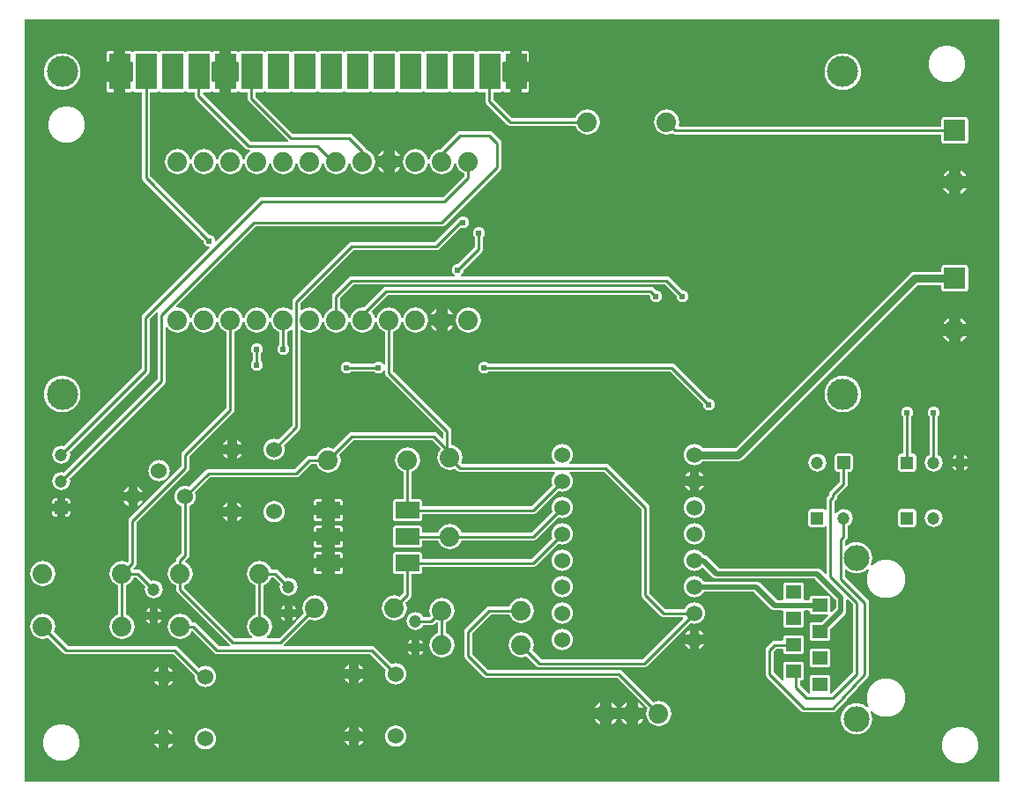
<source format=gtl>
G04 Layer: TopLayer*
G04 EasyEDA v6.1.49, Fri, 31 May 2019 17:24:00 GMT*
G04 71df6b768b89431483a7d7af08236151,dc0d9e76242740cdbd9464dc56747404,10*
G04 Gerber Generator version 0.2*
G04 Scale: 100 percent, Rotated: No, Reflected: No *
G04 Dimensions in millimeters *
G04 leading zeros omitted , absolute positions ,3 integer and 3 decimal *
%FSLAX33Y33*%
%MOMM*%
G90*
G71D02*

%ADD10C,0.254000*%
%ADD11C,0.249999*%
%ADD12C,0.749999*%
%ADD13C,0.499999*%
%ADD14C,0.619760*%
%ADD15R,1.198880X1.198880*%
%ADD16C,1.198880*%
%ADD17C,1.524000*%
%ADD18R,2.032000X2.032000*%
%ADD19C,2.032000*%
%ADD20C,1.879600*%
%ADD21R,1.998980X3.500120*%
%ADD22C,2.999740*%
%ADD24C,2.489200*%

%LPD*%
G36*
G01X93863Y73644D02*
G01X370Y73644D01*
G01X356Y73643D01*
G01X342Y73640D01*
G01X328Y73635D01*
G01X315Y73628D01*
G01X304Y73619D01*
G01X294Y73609D01*
G01X285Y73598D01*
G01X278Y73585D01*
G01X273Y73571D01*
G01X270Y73557D01*
G01X269Y73543D01*
G01X269Y370D01*
G01X270Y356D01*
G01X273Y342D01*
G01X278Y328D01*
G01X285Y315D01*
G01X294Y304D01*
G01X304Y294D01*
G01X315Y285D01*
G01X328Y278D01*
G01X342Y273D01*
G01X356Y270D01*
G01X370Y269D01*
G01X93863Y269D01*
G01X93877Y270D01*
G01X93891Y273D01*
G01X93905Y278D01*
G01X93918Y285D01*
G01X93929Y294D01*
G01X93939Y304D01*
G01X93948Y315D01*
G01X93955Y328D01*
G01X93960Y342D01*
G01X93963Y356D01*
G01X93964Y370D01*
G01X93964Y73543D01*
G01X93963Y73557D01*
G01X93960Y73571D01*
G01X93955Y73585D01*
G01X93948Y73598D01*
G01X93939Y73609D01*
G01X93929Y73619D01*
G01X93918Y73628D01*
G01X93905Y73635D01*
G01X93891Y73640D01*
G01X93877Y73643D01*
G01X93863Y73644D01*
G37*

%LPC*%
G36*
G01X10402Y70591D02*
G01X9966Y70591D01*
G01X9966Y69523D01*
G01X10585Y69523D01*
G01X10599Y69522D01*
G01X10614Y69519D01*
G01X10627Y69514D01*
G01X10640Y69507D01*
G01X10651Y69498D01*
G01X10662Y69488D01*
G01X10670Y69476D01*
G01X10677Y69464D01*
G01X10682Y69450D01*
G01X10686Y69436D01*
G01X10687Y69422D01*
G01X10687Y67748D01*
G01X10686Y67733D01*
G01X10682Y67719D01*
G01X10677Y67705D01*
G01X10670Y67693D01*
G01X10662Y67681D01*
G01X10651Y67671D01*
G01X10640Y67662D01*
G01X10627Y67655D01*
G01X10614Y67650D01*
G01X10599Y67647D01*
G01X10585Y67646D01*
G01X9966Y67646D01*
G01X9966Y66578D01*
G01X10402Y66578D01*
G01X10426Y66579D01*
G01X10451Y66583D01*
G01X10474Y66588D01*
G01X10497Y66596D01*
G01X10520Y66606D01*
G01X10541Y66619D01*
G01X10561Y66633D01*
G01X10579Y66649D01*
G01X10596Y66666D01*
G01X10606Y66677D01*
G01X10618Y66685D01*
G01X10630Y66692D01*
G01X10644Y66697D01*
G01X10658Y66700D01*
G01X10673Y66701D01*
G01X10687Y66700D01*
G01X10701Y66697D01*
G01X10715Y66692D01*
G01X10727Y66685D01*
G01X10739Y66677D01*
G01X10749Y66666D01*
G01X10766Y66649D01*
G01X10785Y66633D01*
G01X10804Y66619D01*
G01X10826Y66606D01*
G01X10848Y66596D01*
G01X10871Y66588D01*
G01X10895Y66583D01*
G01X10919Y66579D01*
G01X10943Y66578D01*
G01X11459Y66578D01*
G01X11474Y66577D01*
G01X11488Y66574D01*
G01X11502Y66569D01*
G01X11514Y66562D01*
G01X11526Y66553D01*
G01X11536Y66543D01*
G01X11545Y66531D01*
G01X11552Y66519D01*
G01X11557Y66505D01*
G01X11560Y66491D01*
G01X11561Y66476D01*
G01X11561Y58414D01*
G01X11562Y58384D01*
G01X11566Y58355D01*
G01X11572Y58325D01*
G01X11580Y58297D01*
G01X11590Y58268D01*
G01X11603Y58241D01*
G01X11617Y58215D01*
G01X11634Y58190D01*
G01X11652Y58167D01*
G01X11673Y58145D01*
G01X17437Y52380D01*
G01X17448Y52368D01*
G01X17456Y52355D01*
G01X17462Y52341D01*
G01X17466Y52326D01*
G01X17467Y52310D01*
G01X17469Y52275D01*
G01X17473Y52240D01*
G01X17480Y52205D01*
G01X17488Y52171D01*
G01X17498Y52138D01*
G01X17511Y52105D01*
G01X17526Y52073D01*
G01X17542Y52041D01*
G01X17561Y52011D01*
G01X17581Y51983D01*
G01X17603Y51955D01*
G01X17627Y51929D01*
G01X17652Y51904D01*
G01X17679Y51882D01*
G01X17707Y51860D01*
G01X17737Y51841D01*
G01X17767Y51823D01*
G01X17799Y51808D01*
G01X17832Y51794D01*
G01X17865Y51783D01*
G01X17899Y51773D01*
G01X17933Y51766D01*
G01X17968Y51761D01*
G01X17983Y51758D01*
G01X17997Y51753D01*
G01X18010Y51746D01*
G01X18022Y51738D01*
G01X18033Y51727D01*
G01X18042Y51716D01*
G01X18049Y51703D01*
G01X18054Y51689D01*
G01X18057Y51675D01*
G01X18058Y51660D01*
G01X18057Y51644D01*
G01X18053Y51629D01*
G01X18047Y51614D01*
G01X18039Y51600D01*
G01X18028Y51588D01*
G01X11668Y45227D01*
G01X11647Y45205D01*
G01X11629Y45182D01*
G01X11612Y45157D01*
G01X11598Y45131D01*
G01X11585Y45104D01*
G01X11575Y45075D01*
G01X11567Y45047D01*
G01X11561Y45017D01*
G01X11557Y44987D01*
G01X11556Y44957D01*
G01X11556Y40078D01*
G01X11555Y40062D01*
G01X11551Y40046D01*
G01X11545Y40031D01*
G01X11537Y40018D01*
G01X11526Y40006D01*
G01X4124Y32604D01*
G01X4112Y32594D01*
G01X4099Y32585D01*
G01X4084Y32579D01*
G01X4068Y32575D01*
G01X4052Y32574D01*
G01X4027Y32577D01*
G01X3984Y32588D01*
G01X3941Y32595D01*
G01X3897Y32601D01*
G01X3853Y32604D01*
G01X3810Y32605D01*
G01X3767Y32604D01*
G01X3726Y32601D01*
G01X3684Y32596D01*
G01X3643Y32589D01*
G01X3602Y32580D01*
G01X3561Y32569D01*
G01X3521Y32555D01*
G01X3482Y32540D01*
G01X3444Y32523D01*
G01X3406Y32504D01*
G01X3369Y32484D01*
G01X3334Y32461D01*
G01X3300Y32437D01*
G01X3266Y32411D01*
G01X3235Y32384D01*
G01X3204Y32355D01*
G01X3175Y32324D01*
G01X3148Y32293D01*
G01X3122Y32259D01*
G01X3098Y32225D01*
G01X3075Y32190D01*
G01X3055Y32153D01*
G01X3036Y32115D01*
G01X3019Y32077D01*
G01X3004Y32038D01*
G01X2990Y31998D01*
G01X2979Y31957D01*
G01X2970Y31916D01*
G01X2963Y31875D01*
G01X2958Y31833D01*
G01X2955Y31792D01*
G01X2954Y31750D01*
G01X2955Y31707D01*
G01X2958Y31666D01*
G01X2963Y31624D01*
G01X2970Y31583D01*
G01X2979Y31542D01*
G01X2990Y31501D01*
G01X3004Y31461D01*
G01X3019Y31422D01*
G01X3036Y31384D01*
G01X3055Y31346D01*
G01X3075Y31309D01*
G01X3098Y31274D01*
G01X3122Y31240D01*
G01X3148Y31206D01*
G01X3175Y31175D01*
G01X3204Y31144D01*
G01X3235Y31115D01*
G01X3266Y31088D01*
G01X3300Y31062D01*
G01X3334Y31038D01*
G01X3369Y31015D01*
G01X3406Y30995D01*
G01X3444Y30976D01*
G01X3482Y30959D01*
G01X3521Y30944D01*
G01X3561Y30930D01*
G01X3602Y30919D01*
G01X3643Y30910D01*
G01X3684Y30903D01*
G01X3726Y30898D01*
G01X3767Y30895D01*
G01X3810Y30894D01*
G01X3852Y30895D01*
G01X3893Y30898D01*
G01X3935Y30903D01*
G01X3976Y30910D01*
G01X4017Y30919D01*
G01X4058Y30930D01*
G01X4098Y30944D01*
G01X4137Y30959D01*
G01X4175Y30976D01*
G01X4213Y30995D01*
G01X4250Y31015D01*
G01X4285Y31038D01*
G01X4319Y31062D01*
G01X4353Y31088D01*
G01X4384Y31115D01*
G01X4415Y31144D01*
G01X4444Y31175D01*
G01X4471Y31206D01*
G01X4497Y31240D01*
G01X4521Y31274D01*
G01X4544Y31309D01*
G01X4564Y31346D01*
G01X4583Y31384D01*
G01X4600Y31422D01*
G01X4615Y31461D01*
G01X4629Y31501D01*
G01X4640Y31542D01*
G01X4649Y31583D01*
G01X4656Y31624D01*
G01X4661Y31666D01*
G01X4664Y31707D01*
G01X4665Y31750D01*
G01X4664Y31793D01*
G01X4661Y31837D01*
G01X4655Y31881D01*
G01X4648Y31924D01*
G01X4637Y31967D01*
G01X4634Y31992D01*
G01X4635Y32008D01*
G01X4639Y32024D01*
G01X4645Y32039D01*
G01X4654Y32052D01*
G01X4664Y32064D01*
G01X12207Y39608D01*
G01X12228Y39630D01*
G01X12246Y39653D01*
G01X12263Y39678D01*
G01X12277Y39704D01*
G01X12290Y39731D01*
G01X12300Y39760D01*
G01X12308Y39788D01*
G01X12314Y39818D01*
G01X12318Y39848D01*
G01X12319Y39878D01*
G01X12319Y44757D01*
G01X12320Y44773D01*
G01X12324Y44789D01*
G01X12330Y44804D01*
G01X12338Y44817D01*
G01X12349Y44829D01*
G01X12921Y45402D01*
G01X12933Y45412D01*
G01X12947Y45420D01*
G01X12962Y45426D01*
G01X12977Y45430D01*
G01X12993Y45431D01*
G01X13008Y45430D01*
G01X13022Y45427D01*
G01X13035Y45422D01*
G01X13048Y45415D01*
G01X13060Y45407D01*
G01X13070Y45396D01*
G01X13079Y45385D01*
G01X13085Y45372D01*
G01X13091Y45358D01*
G01X13094Y45344D01*
G01X13095Y45330D01*
G01X13092Y45305D01*
G01X13085Y45274D01*
G01X13081Y45243D01*
G01X13080Y45211D01*
G01X13080Y39062D01*
G01X13079Y39046D01*
G01X13075Y39030D01*
G01X13069Y39015D01*
G01X13061Y39002D01*
G01X13050Y38990D01*
G01X4124Y30064D01*
G01X4112Y30054D01*
G01X4099Y30045D01*
G01X4084Y30039D01*
G01X4068Y30035D01*
G01X4052Y30034D01*
G01X4027Y30037D01*
G01X3984Y30048D01*
G01X3941Y30055D01*
G01X3897Y30061D01*
G01X3853Y30064D01*
G01X3810Y30065D01*
G01X3767Y30064D01*
G01X3726Y30061D01*
G01X3684Y30056D01*
G01X3643Y30049D01*
G01X3602Y30040D01*
G01X3561Y30029D01*
G01X3521Y30015D01*
G01X3482Y30000D01*
G01X3444Y29983D01*
G01X3406Y29964D01*
G01X3369Y29944D01*
G01X3334Y29921D01*
G01X3300Y29897D01*
G01X3266Y29871D01*
G01X3235Y29844D01*
G01X3204Y29815D01*
G01X3175Y29784D01*
G01X3148Y29753D01*
G01X3122Y29719D01*
G01X3098Y29685D01*
G01X3075Y29650D01*
G01X3055Y29613D01*
G01X3036Y29575D01*
G01X3019Y29537D01*
G01X3004Y29498D01*
G01X2990Y29458D01*
G01X2979Y29417D01*
G01X2970Y29376D01*
G01X2963Y29335D01*
G01X2958Y29293D01*
G01X2955Y29252D01*
G01X2954Y29210D01*
G01X2955Y29167D01*
G01X2958Y29126D01*
G01X2963Y29084D01*
G01X2970Y29043D01*
G01X2979Y29002D01*
G01X2990Y28961D01*
G01X3004Y28921D01*
G01X3019Y28882D01*
G01X3036Y28844D01*
G01X3055Y28806D01*
G01X3075Y28769D01*
G01X3098Y28734D01*
G01X3122Y28700D01*
G01X3148Y28666D01*
G01X3175Y28635D01*
G01X3204Y28604D01*
G01X3235Y28575D01*
G01X3266Y28548D01*
G01X3300Y28522D01*
G01X3334Y28498D01*
G01X3369Y28475D01*
G01X3406Y28455D01*
G01X3444Y28436D01*
G01X3482Y28419D01*
G01X3521Y28404D01*
G01X3561Y28390D01*
G01X3602Y28379D01*
G01X3643Y28370D01*
G01X3684Y28363D01*
G01X3726Y28358D01*
G01X3767Y28355D01*
G01X3810Y28354D01*
G01X3852Y28355D01*
G01X3893Y28358D01*
G01X3935Y28363D01*
G01X3976Y28370D01*
G01X4017Y28379D01*
G01X4058Y28390D01*
G01X4098Y28404D01*
G01X4137Y28419D01*
G01X4175Y28436D01*
G01X4213Y28455D01*
G01X4250Y28475D01*
G01X4285Y28498D01*
G01X4319Y28522D01*
G01X4353Y28548D01*
G01X4384Y28575D01*
G01X4415Y28604D01*
G01X4444Y28635D01*
G01X4471Y28666D01*
G01X4497Y28700D01*
G01X4521Y28734D01*
G01X4544Y28769D01*
G01X4564Y28806D01*
G01X4583Y28844D01*
G01X4600Y28882D01*
G01X4615Y28921D01*
G01X4629Y28961D01*
G01X4640Y29002D01*
G01X4649Y29043D01*
G01X4656Y29084D01*
G01X4661Y29126D01*
G01X4664Y29167D01*
G01X4665Y29210D01*
G01X4664Y29253D01*
G01X4661Y29297D01*
G01X4655Y29341D01*
G01X4648Y29384D01*
G01X4637Y29427D01*
G01X4634Y29452D01*
G01X4635Y29468D01*
G01X4639Y29484D01*
G01X4645Y29499D01*
G01X4654Y29512D01*
G01X4664Y29524D01*
G01X13731Y38592D01*
G01X13752Y38614D01*
G01X13770Y38637D01*
G01X13787Y38662D01*
G01X13801Y38688D01*
G01X13814Y38715D01*
G01X13824Y38744D01*
G01X13832Y38772D01*
G01X13838Y38802D01*
G01X13842Y38832D01*
G01X13843Y38862D01*
G01X13843Y43928D01*
G01X13844Y43943D01*
G01X13847Y43957D01*
G01X13852Y43970D01*
G01X13859Y43983D01*
G01X13868Y43995D01*
G01X13878Y44005D01*
G01X13890Y44014D01*
G01X13902Y44021D01*
G01X13916Y44026D01*
G01X13930Y44029D01*
G01X13945Y44030D01*
G01X13960Y44028D01*
G01X13976Y44025D01*
G01X13990Y44019D01*
G01X14004Y44011D01*
G01X14016Y44001D01*
G01X14026Y43989D01*
G01X14057Y43949D01*
G01X14090Y43910D01*
G01X14124Y43873D01*
G01X14160Y43837D01*
G01X14198Y43803D01*
G01X14236Y43771D01*
G01X14276Y43740D01*
G01X14318Y43711D01*
G01X14360Y43684D01*
G01X14404Y43658D01*
G01X14449Y43634D01*
G01X14494Y43613D01*
G01X14541Y43593D01*
G01X14588Y43575D01*
G01X14636Y43559D01*
G01X14685Y43545D01*
G01X14734Y43534D01*
G01X14784Y43524D01*
G01X14834Y43517D01*
G01X14884Y43511D01*
G01X14935Y43508D01*
G01X14986Y43507D01*
G01X15035Y43508D01*
G01X15084Y43511D01*
G01X15133Y43516D01*
G01X15182Y43523D01*
G01X15231Y43533D01*
G01X15279Y43544D01*
G01X15327Y43557D01*
G01X15374Y43572D01*
G01X15420Y43589D01*
G01X15466Y43608D01*
G01X15511Y43629D01*
G01X15554Y43651D01*
G01X15597Y43675D01*
G01X15639Y43702D01*
G01X15680Y43729D01*
G01X15720Y43759D01*
G01X15758Y43790D01*
G01X15795Y43823D01*
G01X15831Y43857D01*
G01X15865Y43893D01*
G01X15898Y43930D01*
G01X15929Y43968D01*
G01X15959Y44008D01*
G01X15986Y44048D01*
G01X16013Y44090D01*
G01X16037Y44133D01*
G01X16060Y44177D01*
G01X16081Y44222D01*
G01X16100Y44267D01*
G01X16117Y44314D01*
G01X16132Y44361D01*
G01X16145Y44408D01*
G01X16156Y44457D01*
G01X16160Y44471D01*
G01X16167Y44485D01*
G01X16175Y44498D01*
G01X16186Y44509D01*
G01X16198Y44519D01*
G01X16211Y44527D01*
G01X16225Y44533D01*
G01X16240Y44536D01*
G01X16256Y44537D01*
G01X16271Y44536D01*
G01X16286Y44533D01*
G01X16300Y44527D01*
G01X16313Y44519D01*
G01X16325Y44509D01*
G01X16336Y44498D01*
G01X16344Y44485D01*
G01X16351Y44471D01*
G01X16355Y44457D01*
G01X16366Y44408D01*
G01X16379Y44361D01*
G01X16394Y44314D01*
G01X16411Y44267D01*
G01X16430Y44222D01*
G01X16451Y44177D01*
G01X16474Y44133D01*
G01X16498Y44090D01*
G01X16525Y44048D01*
G01X16552Y44008D01*
G01X16582Y43968D01*
G01X16613Y43930D01*
G01X16646Y43893D01*
G01X16680Y43857D01*
G01X16716Y43823D01*
G01X16753Y43790D01*
G01X16791Y43759D01*
G01X16831Y43729D01*
G01X16872Y43702D01*
G01X16914Y43675D01*
G01X16957Y43651D01*
G01X17000Y43629D01*
G01X17045Y43608D01*
G01X17091Y43589D01*
G01X17137Y43572D01*
G01X17184Y43557D01*
G01X17232Y43544D01*
G01X17280Y43533D01*
G01X17329Y43523D01*
G01X17378Y43516D01*
G01X17427Y43511D01*
G01X17476Y43508D01*
G01X17526Y43507D01*
G01X17575Y43508D01*
G01X17624Y43511D01*
G01X17673Y43516D01*
G01X17722Y43523D01*
G01X17771Y43533D01*
G01X17819Y43544D01*
G01X17867Y43557D01*
G01X17914Y43572D01*
G01X17960Y43589D01*
G01X18006Y43608D01*
G01X18051Y43629D01*
G01X18094Y43651D01*
G01X18137Y43675D01*
G01X18179Y43702D01*
G01X18220Y43729D01*
G01X18260Y43759D01*
G01X18298Y43790D01*
G01X18335Y43823D01*
G01X18371Y43857D01*
G01X18405Y43893D01*
G01X18438Y43930D01*
G01X18469Y43968D01*
G01X18499Y44008D01*
G01X18526Y44048D01*
G01X18553Y44090D01*
G01X18577Y44133D01*
G01X18600Y44177D01*
G01X18621Y44222D01*
G01X18640Y44267D01*
G01X18657Y44314D01*
G01X18672Y44361D01*
G01X18685Y44408D01*
G01X18696Y44457D01*
G01X18700Y44471D01*
G01X18707Y44485D01*
G01X18715Y44498D01*
G01X18726Y44509D01*
G01X18738Y44519D01*
G01X18751Y44527D01*
G01X18765Y44533D01*
G01X18780Y44536D01*
G01X18796Y44537D01*
G01X18811Y44536D01*
G01X18826Y44533D01*
G01X18840Y44527D01*
G01X18853Y44519D01*
G01X18865Y44509D01*
G01X18876Y44498D01*
G01X18884Y44485D01*
G01X18891Y44471D01*
G01X18895Y44457D01*
G01X18907Y44407D01*
G01X18920Y44358D01*
G01X18936Y44309D01*
G01X18954Y44261D01*
G01X18974Y44214D01*
G01X18996Y44168D01*
G01X19019Y44123D01*
G01X19045Y44079D01*
G01X19073Y44036D01*
G01X19102Y43994D01*
G01X19133Y43954D01*
G01X19166Y43915D01*
G01X19201Y43877D01*
G01X19237Y43841D01*
G01X19274Y43806D01*
G01X19313Y43773D01*
G01X19353Y43742D01*
G01X19395Y43713D01*
G01X19438Y43685D01*
G01X19482Y43659D01*
G01X19527Y43635D01*
G01X19573Y43613D01*
G01X19620Y43593D01*
G01X19634Y43586D01*
G01X19646Y43578D01*
G01X19657Y43568D01*
G01X19667Y43556D01*
G01X19674Y43543D01*
G01X19680Y43529D01*
G01X19683Y43514D01*
G01X19684Y43499D01*
G01X19684Y36268D01*
G01X19683Y36252D01*
G01X19679Y36236D01*
G01X19673Y36221D01*
G01X19665Y36208D01*
G01X19654Y36196D01*
G01X15478Y32019D01*
G01X15457Y31997D01*
G01X15439Y31974D01*
G01X15422Y31949D01*
G01X15408Y31923D01*
G01X15395Y31896D01*
G01X15385Y31867D01*
G01X15377Y31839D01*
G01X15371Y31809D01*
G01X15367Y31779D01*
G01X15366Y31749D01*
G01X15366Y30680D01*
G01X15365Y30664D01*
G01X15361Y30648D01*
G01X15355Y30633D01*
G01X15347Y30620D01*
G01X15336Y30608D01*
G01X10398Y25669D01*
G01X10377Y25647D01*
G01X10359Y25624D01*
G01X10342Y25599D01*
G01X10328Y25573D01*
G01X10315Y25546D01*
G01X10305Y25517D01*
G01X10297Y25489D01*
G01X10291Y25459D01*
G01X10287Y25429D01*
G01X10286Y25399D01*
G01X10286Y21536D01*
G01X10285Y21520D01*
G01X10281Y21504D01*
G01X10275Y21489D01*
G01X10267Y21476D01*
G01X10256Y21464D01*
G01X10234Y21441D01*
G01X10221Y21431D01*
G01X10208Y21422D01*
G01X10193Y21416D01*
G01X10178Y21413D01*
G01X10162Y21411D01*
G01X10141Y21413D01*
G01X10122Y21420D01*
G01X10072Y21440D01*
G01X10021Y21457D01*
G01X9970Y21473D01*
G01X9918Y21486D01*
G01X9865Y21497D01*
G01X9812Y21505D01*
G01X9759Y21511D01*
G01X9705Y21515D01*
G01X9652Y21516D01*
G01X9602Y21515D01*
G01X9553Y21512D01*
G01X9504Y21507D01*
G01X9455Y21500D01*
G01X9406Y21490D01*
G01X9358Y21479D01*
G01X9310Y21466D01*
G01X9263Y21451D01*
G01X9217Y21434D01*
G01X9171Y21415D01*
G01X9126Y21394D01*
G01X9082Y21372D01*
G01X9039Y21347D01*
G01X8997Y21321D01*
G01X8956Y21293D01*
G01X8917Y21264D01*
G01X8878Y21232D01*
G01X8841Y21200D01*
G01X8771Y21130D01*
G01X8739Y21093D01*
G01X8707Y21054D01*
G01X8678Y21015D01*
G01X8650Y20974D01*
G01X8624Y20932D01*
G01X8599Y20889D01*
G01X8577Y20845D01*
G01X8556Y20800D01*
G01X8537Y20754D01*
G01X8520Y20708D01*
G01X8505Y20661D01*
G01X8492Y20613D01*
G01X8481Y20565D01*
G01X8471Y20516D01*
G01X8464Y20467D01*
G01X8459Y20418D01*
G01X8456Y20369D01*
G01X8455Y20320D01*
G01X8456Y20269D01*
G01X8459Y20218D01*
G01X8465Y20168D01*
G01X8472Y20117D01*
G01X8482Y20068D01*
G01X8494Y20018D01*
G01X8508Y19969D01*
G01X8523Y19921D01*
G01X8541Y19874D01*
G01X8561Y19827D01*
G01X8583Y19781D01*
G01X8607Y19736D01*
G01X8632Y19693D01*
G01X8660Y19650D01*
G01X8689Y19609D01*
G01X8720Y19568D01*
G01X8753Y19530D01*
G01X8787Y19492D01*
G01X8823Y19456D01*
G01X8860Y19422D01*
G01X8899Y19389D01*
G01X8939Y19358D01*
G01X8981Y19329D01*
G01X9023Y19301D01*
G01X9067Y19276D01*
G01X9112Y19252D01*
G01X9158Y19230D01*
G01X9204Y19210D01*
G01X9218Y19203D01*
G01X9230Y19195D01*
G01X9241Y19184D01*
G01X9251Y19172D01*
G01X9258Y19159D01*
G01X9264Y19145D01*
G01X9267Y19131D01*
G01X9268Y19116D01*
G01X9268Y16443D01*
G01X9267Y16428D01*
G01X9264Y16414D01*
G01X9258Y16400D01*
G01X9251Y16387D01*
G01X9241Y16375D01*
G01X9230Y16364D01*
G01X9218Y16356D01*
G01X9204Y16349D01*
G01X9158Y16329D01*
G01X9112Y16307D01*
G01X9067Y16283D01*
G01X9023Y16258D01*
G01X8981Y16230D01*
G01X8939Y16201D01*
G01X8899Y16170D01*
G01X8860Y16137D01*
G01X8823Y16103D01*
G01X8787Y16067D01*
G01X8753Y16029D01*
G01X8720Y15991D01*
G01X8689Y15950D01*
G01X8660Y15909D01*
G01X8632Y15866D01*
G01X8607Y15823D01*
G01X8583Y15778D01*
G01X8561Y15732D01*
G01X8541Y15685D01*
G01X8523Y15638D01*
G01X8508Y15590D01*
G01X8494Y15541D01*
G01X8482Y15491D01*
G01X8472Y15442D01*
G01X8465Y15391D01*
G01X8459Y15341D01*
G01X8456Y15290D01*
G01X8455Y15239D01*
G01X8456Y15190D01*
G01X8459Y15141D01*
G01X8464Y15092D01*
G01X8471Y15043D01*
G01X8481Y14994D01*
G01X8492Y14946D01*
G01X8505Y14898D01*
G01X8520Y14851D01*
G01X8537Y14805D01*
G01X8556Y14759D01*
G01X8577Y14714D01*
G01X8599Y14670D01*
G01X8624Y14627D01*
G01X8650Y14585D01*
G01X8678Y14544D01*
G01X8707Y14505D01*
G01X8739Y14466D01*
G01X8771Y14429D01*
G01X8841Y14359D01*
G01X8878Y14327D01*
G01X8917Y14295D01*
G01X8956Y14266D01*
G01X8997Y14238D01*
G01X9039Y14212D01*
G01X9082Y14187D01*
G01X9126Y14165D01*
G01X9171Y14144D01*
G01X9217Y14125D01*
G01X9263Y14108D01*
G01X9310Y14093D01*
G01X9358Y14080D01*
G01X9406Y14069D01*
G01X9455Y14059D01*
G01X9504Y14052D01*
G01X9553Y14047D01*
G01X9602Y14044D01*
G01X9652Y14043D01*
G01X9701Y14044D01*
G01X9750Y14047D01*
G01X9799Y14052D01*
G01X9848Y14059D01*
G01X9897Y14069D01*
G01X9945Y14080D01*
G01X9993Y14093D01*
G01X10040Y14108D01*
G01X10086Y14125D01*
G01X10132Y14144D01*
G01X10177Y14165D01*
G01X10221Y14187D01*
G01X10264Y14212D01*
G01X10306Y14238D01*
G01X10347Y14266D01*
G01X10386Y14295D01*
G01X10425Y14327D01*
G01X10462Y14359D01*
G01X10532Y14429D01*
G01X10564Y14466D01*
G01X10596Y14505D01*
G01X10625Y14544D01*
G01X10653Y14585D01*
G01X10679Y14627D01*
G01X10704Y14670D01*
G01X10726Y14714D01*
G01X10747Y14759D01*
G01X10766Y14805D01*
G01X10783Y14851D01*
G01X10798Y14898D01*
G01X10811Y14946D01*
G01X10822Y14994D01*
G01X10832Y15043D01*
G01X10839Y15092D01*
G01X10844Y15141D01*
G01X10847Y15190D01*
G01X10847Y15239D01*
G01X10847Y15290D01*
G01X10844Y15341D01*
G01X10838Y15391D01*
G01X10831Y15442D01*
G01X10821Y15491D01*
G01X10809Y15541D01*
G01X10795Y15590D01*
G01X10780Y15638D01*
G01X10762Y15685D01*
G01X10742Y15732D01*
G01X10720Y15778D01*
G01X10696Y15823D01*
G01X10671Y15866D01*
G01X10643Y15909D01*
G01X10614Y15950D01*
G01X10583Y15991D01*
G01X10550Y16029D01*
G01X10516Y16067D01*
G01X10480Y16103D01*
G01X10443Y16137D01*
G01X10404Y16170D01*
G01X10364Y16201D01*
G01X10322Y16230D01*
G01X10280Y16258D01*
G01X10236Y16283D01*
G01X10191Y16307D01*
G01X10145Y16329D01*
G01X10099Y16349D01*
G01X10085Y16356D01*
G01X10073Y16364D01*
G01X10062Y16375D01*
G01X10052Y16387D01*
G01X10045Y16400D01*
G01X10039Y16414D01*
G01X10036Y16428D01*
G01X10035Y16443D01*
G01X10035Y19116D01*
G01X10036Y19131D01*
G01X10039Y19145D01*
G01X10045Y19159D01*
G01X10052Y19172D01*
G01X10062Y19184D01*
G01X10073Y19195D01*
G01X10085Y19203D01*
G01X10099Y19210D01*
G01X10145Y19230D01*
G01X10191Y19252D01*
G01X10236Y19275D01*
G01X10279Y19301D01*
G01X10322Y19329D01*
G01X10363Y19358D01*
G01X10403Y19389D01*
G01X10442Y19422D01*
G01X10479Y19456D01*
G01X10515Y19492D01*
G01X10549Y19529D01*
G01X10582Y19568D01*
G01X10613Y19608D01*
G01X10642Y19649D01*
G01X10670Y19692D01*
G01X10696Y19735D01*
G01X10719Y19780D01*
G01X10741Y19826D01*
G01X10761Y19872D01*
G01X10768Y19886D01*
G01X10776Y19898D01*
G01X10787Y19909D01*
G01X10799Y19919D01*
G01X10812Y19926D01*
G01X10826Y19932D01*
G01X10840Y19935D01*
G01X10855Y19936D01*
G01X10975Y19936D01*
G01X10990Y19935D01*
G01X11006Y19931D01*
G01X11021Y19925D01*
G01X11034Y19917D01*
G01X11046Y19906D01*
G01X11845Y19108D01*
G01X11855Y19096D01*
G01X11863Y19082D01*
G01X11869Y19068D01*
G01X11873Y19052D01*
G01X11874Y19036D01*
G01X11871Y19011D01*
G01X11861Y18968D01*
G01X11853Y18926D01*
G01X11848Y18882D01*
G01X11845Y18839D01*
G01X11844Y18796D01*
G01X11845Y18753D01*
G01X11848Y18712D01*
G01X11853Y18670D01*
G01X11860Y18629D01*
G01X11869Y18588D01*
G01X11880Y18547D01*
G01X11894Y18507D01*
G01X11909Y18468D01*
G01X11926Y18430D01*
G01X11945Y18392D01*
G01X11965Y18355D01*
G01X11988Y18320D01*
G01X12012Y18286D01*
G01X12038Y18252D01*
G01X12065Y18221D01*
G01X12094Y18190D01*
G01X12125Y18161D01*
G01X12156Y18134D01*
G01X12190Y18108D01*
G01X12224Y18084D01*
G01X12259Y18061D01*
G01X12296Y18041D01*
G01X12334Y18022D01*
G01X12372Y18005D01*
G01X12411Y17990D01*
G01X12451Y17976D01*
G01X12492Y17965D01*
G01X12533Y17956D01*
G01X12574Y17949D01*
G01X12616Y17944D01*
G01X12657Y17941D01*
G01X12700Y17940D01*
G01X12742Y17941D01*
G01X12783Y17944D01*
G01X12825Y17949D01*
G01X12866Y17956D01*
G01X12907Y17965D01*
G01X12948Y17976D01*
G01X12988Y17990D01*
G01X13027Y18005D01*
G01X13065Y18022D01*
G01X13103Y18041D01*
G01X13140Y18061D01*
G01X13175Y18084D01*
G01X13209Y18108D01*
G01X13243Y18134D01*
G01X13274Y18161D01*
G01X13305Y18190D01*
G01X13334Y18221D01*
G01X13361Y18252D01*
G01X13387Y18286D01*
G01X13411Y18320D01*
G01X13434Y18355D01*
G01X13454Y18392D01*
G01X13473Y18430D01*
G01X13490Y18468D01*
G01X13505Y18507D01*
G01X13519Y18547D01*
G01X13530Y18588D01*
G01X13539Y18629D01*
G01X13546Y18670D01*
G01X13551Y18712D01*
G01X13554Y18753D01*
G01X13555Y18796D01*
G01X13554Y18838D01*
G01X13551Y18879D01*
G01X13546Y18921D01*
G01X13539Y18962D01*
G01X13530Y19003D01*
G01X13519Y19044D01*
G01X13505Y19084D01*
G01X13490Y19123D01*
G01X13473Y19161D01*
G01X13454Y19199D01*
G01X13434Y19236D01*
G01X13411Y19271D01*
G01X13387Y19305D01*
G01X13361Y19339D01*
G01X13334Y19370D01*
G01X13305Y19401D01*
G01X13274Y19430D01*
G01X13243Y19457D01*
G01X13209Y19483D01*
G01X13175Y19507D01*
G01X13140Y19530D01*
G01X13103Y19550D01*
G01X13065Y19569D01*
G01X13027Y19586D01*
G01X12988Y19601D01*
G01X12948Y19615D01*
G01X12907Y19626D01*
G01X12866Y19635D01*
G01X12825Y19642D01*
G01X12783Y19647D01*
G01X12742Y19650D01*
G01X12699Y19651D01*
G01X12656Y19650D01*
G01X12613Y19647D01*
G01X12569Y19642D01*
G01X12527Y19634D01*
G01X12484Y19624D01*
G01X12459Y19621D01*
G01X12443Y19622D01*
G01X12427Y19626D01*
G01X12413Y19632D01*
G01X12399Y19640D01*
G01X12387Y19650D01*
G01X11447Y20591D01*
G01X11425Y20611D01*
G01X11401Y20630D01*
G01X11376Y20647D01*
G01X11350Y20661D01*
G01X11322Y20674D01*
G01X11294Y20684D01*
G01X11265Y20692D01*
G01X11235Y20698D01*
G01X11206Y20702D01*
G01X11176Y20703D01*
G01X10855Y20703D01*
G01X10840Y20704D01*
G01X10826Y20707D01*
G01X10812Y20713D01*
G01X10799Y20720D01*
G01X10787Y20730D01*
G01X10776Y20741D01*
G01X10768Y20753D01*
G01X10761Y20767D01*
G01X10752Y20790D01*
G01X10745Y20809D01*
G01X10743Y20830D01*
G01X10745Y20846D01*
G01X10748Y20861D01*
G01X10754Y20876D01*
G01X10763Y20889D01*
G01X10773Y20902D01*
G01X10937Y21066D01*
G01X10958Y21088D01*
G01X10976Y21111D01*
G01X10993Y21136D01*
G01X11007Y21162D01*
G01X11020Y21189D01*
G01X11030Y21218D01*
G01X11038Y21246D01*
G01X11044Y21276D01*
G01X11048Y21306D01*
G01X11049Y21336D01*
G01X11049Y25199D01*
G01X11050Y25215D01*
G01X11054Y25231D01*
G01X11060Y25246D01*
G01X11068Y25259D01*
G01X11079Y25271D01*
G01X16017Y30210D01*
G01X16038Y30232D01*
G01X16056Y30255D01*
G01X16073Y30280D01*
G01X16087Y30306D01*
G01X16100Y30333D01*
G01X16110Y30362D01*
G01X16118Y30390D01*
G01X16124Y30420D01*
G01X16128Y30450D01*
G01X16129Y30480D01*
G01X16129Y31549D01*
G01X16130Y31565D01*
G01X16134Y31581D01*
G01X16140Y31596D01*
G01X16148Y31609D01*
G01X16159Y31621D01*
G01X20335Y35798D01*
G01X20356Y35820D01*
G01X20374Y35843D01*
G01X20391Y35868D01*
G01X20405Y35894D01*
G01X20418Y35921D01*
G01X20428Y35950D01*
G01X20436Y35978D01*
G01X20442Y36008D01*
G01X20446Y36038D01*
G01X20447Y36068D01*
G01X20447Y43499D01*
G01X20448Y43514D01*
G01X20451Y43529D01*
G01X20457Y43543D01*
G01X20464Y43556D01*
G01X20474Y43568D01*
G01X20485Y43578D01*
G01X20497Y43586D01*
G01X20511Y43593D01*
G01X20558Y43613D01*
G01X20604Y43635D01*
G01X20649Y43659D01*
G01X20693Y43685D01*
G01X20736Y43713D01*
G01X20778Y43742D01*
G01X20818Y43773D01*
G01X20857Y43806D01*
G01X20894Y43841D01*
G01X20930Y43877D01*
G01X20965Y43915D01*
G01X20998Y43954D01*
G01X21029Y43994D01*
G01X21058Y44036D01*
G01X21086Y44079D01*
G01X21112Y44123D01*
G01X21135Y44168D01*
G01X21157Y44214D01*
G01X21177Y44261D01*
G01X21195Y44309D01*
G01X21211Y44358D01*
G01X21224Y44407D01*
G01X21236Y44457D01*
G01X21240Y44471D01*
G01X21247Y44485D01*
G01X21255Y44498D01*
G01X21266Y44509D01*
G01X21278Y44519D01*
G01X21291Y44527D01*
G01X21305Y44533D01*
G01X21320Y44536D01*
G01X21336Y44537D01*
G01X21351Y44536D01*
G01X21366Y44533D01*
G01X21380Y44527D01*
G01X21393Y44519D01*
G01X21405Y44509D01*
G01X21416Y44498D01*
G01X21424Y44485D01*
G01X21431Y44471D01*
G01X21435Y44457D01*
G01X21446Y44408D01*
G01X21459Y44361D01*
G01X21474Y44314D01*
G01X21491Y44267D01*
G01X21510Y44222D01*
G01X21531Y44177D01*
G01X21554Y44133D01*
G01X21578Y44090D01*
G01X21605Y44048D01*
G01X21632Y44008D01*
G01X21662Y43968D01*
G01X21693Y43930D01*
G01X21726Y43893D01*
G01X21760Y43857D01*
G01X21796Y43823D01*
G01X21833Y43790D01*
G01X21871Y43759D01*
G01X21911Y43729D01*
G01X21952Y43702D01*
G01X21994Y43675D01*
G01X22037Y43651D01*
G01X22080Y43629D01*
G01X22125Y43608D01*
G01X22171Y43589D01*
G01X22217Y43572D01*
G01X22264Y43557D01*
G01X22312Y43544D01*
G01X22360Y43533D01*
G01X22409Y43523D01*
G01X22458Y43516D01*
G01X22507Y43511D01*
G01X22556Y43508D01*
G01X22606Y43507D01*
G01X22655Y43508D01*
G01X22704Y43511D01*
G01X22753Y43516D01*
G01X22802Y43523D01*
G01X22851Y43533D01*
G01X22899Y43544D01*
G01X22947Y43557D01*
G01X22994Y43572D01*
G01X23040Y43589D01*
G01X23086Y43608D01*
G01X23131Y43629D01*
G01X23174Y43651D01*
G01X23217Y43675D01*
G01X23259Y43702D01*
G01X23300Y43729D01*
G01X23340Y43759D01*
G01X23378Y43790D01*
G01X23415Y43823D01*
G01X23451Y43857D01*
G01X23485Y43893D01*
G01X23518Y43930D01*
G01X23549Y43968D01*
G01X23579Y44008D01*
G01X23606Y44048D01*
G01X23633Y44090D01*
G01X23657Y44133D01*
G01X23680Y44177D01*
G01X23701Y44222D01*
G01X23720Y44267D01*
G01X23737Y44314D01*
G01X23752Y44361D01*
G01X23765Y44408D01*
G01X23776Y44457D01*
G01X23780Y44471D01*
G01X23787Y44485D01*
G01X23795Y44498D01*
G01X23806Y44509D01*
G01X23818Y44519D01*
G01X23831Y44527D01*
G01X23845Y44533D01*
G01X23860Y44536D01*
G01X23876Y44537D01*
G01X23891Y44536D01*
G01X23906Y44533D01*
G01X23920Y44527D01*
G01X23933Y44519D01*
G01X23945Y44509D01*
G01X23956Y44498D01*
G01X23964Y44485D01*
G01X23971Y44471D01*
G01X23975Y44457D01*
G01X23987Y44407D01*
G01X24000Y44358D01*
G01X24016Y44309D01*
G01X24034Y44261D01*
G01X24054Y44214D01*
G01X24076Y44168D01*
G01X24099Y44123D01*
G01X24125Y44079D01*
G01X24153Y44036D01*
G01X24182Y43994D01*
G01X24213Y43954D01*
G01X24246Y43915D01*
G01X24281Y43877D01*
G01X24317Y43841D01*
G01X24354Y43806D01*
G01X24393Y43773D01*
G01X24433Y43742D01*
G01X24475Y43713D01*
G01X24518Y43685D01*
G01X24562Y43659D01*
G01X24607Y43635D01*
G01X24653Y43613D01*
G01X24700Y43593D01*
G01X24714Y43586D01*
G01X24726Y43578D01*
G01X24737Y43568D01*
G01X24747Y43556D01*
G01X24754Y43543D01*
G01X24760Y43529D01*
G01X24763Y43514D01*
G01X24764Y43499D01*
G01X24764Y42371D01*
G01X24763Y42355D01*
G01X24759Y42340D01*
G01X24754Y42326D01*
G01X24746Y42313D01*
G01X24736Y42301D01*
G01X24712Y42274D01*
G01X24690Y42246D01*
G01X24669Y42216D01*
G01X24651Y42185D01*
G01X24634Y42153D01*
G01X24620Y42120D01*
G01X24607Y42086D01*
G01X24597Y42052D01*
G01X24589Y42017D01*
G01X24584Y41981D01*
G01X24580Y41945D01*
G01X24579Y41910D01*
G01X24580Y41875D01*
G01X24583Y41841D01*
G01X24588Y41807D01*
G01X24596Y41774D01*
G01X24605Y41741D01*
G01X24616Y41709D01*
G01X24629Y41677D01*
G01X24644Y41646D01*
G01X24661Y41616D01*
G01X24679Y41588D01*
G01X24700Y41560D01*
G01X24722Y41534D01*
G01X24745Y41509D01*
G01X24770Y41486D01*
G01X24796Y41464D01*
G01X24824Y41443D01*
G01X24852Y41425D01*
G01X24882Y41408D01*
G01X24913Y41393D01*
G01X24945Y41380D01*
G01X24977Y41369D01*
G01X25010Y41360D01*
G01X25043Y41352D01*
G01X25077Y41347D01*
G01X25111Y41344D01*
G01X25146Y41343D01*
G01X25180Y41344D01*
G01X25214Y41347D01*
G01X25248Y41352D01*
G01X25281Y41360D01*
G01X25314Y41369D01*
G01X25346Y41380D01*
G01X25378Y41393D01*
G01X25409Y41408D01*
G01X25439Y41425D01*
G01X25467Y41443D01*
G01X25495Y41464D01*
G01X25521Y41486D01*
G01X25546Y41509D01*
G01X25569Y41534D01*
G01X25591Y41560D01*
G01X25612Y41588D01*
G01X25630Y41616D01*
G01X25647Y41646D01*
G01X25662Y41677D01*
G01X25675Y41709D01*
G01X25686Y41741D01*
G01X25695Y41774D01*
G01X25703Y41807D01*
G01X25708Y41841D01*
G01X25711Y41875D01*
G01X25712Y41910D01*
G01X25711Y41945D01*
G01X25707Y41981D01*
G01X25702Y42017D01*
G01X25694Y42052D01*
G01X25684Y42086D01*
G01X25671Y42120D01*
G01X25657Y42153D01*
G01X25640Y42185D01*
G01X25622Y42216D01*
G01X25601Y42246D01*
G01X25579Y42274D01*
G01X25555Y42301D01*
G01X25545Y42313D01*
G01X25537Y42326D01*
G01X25532Y42340D01*
G01X25528Y42355D01*
G01X25527Y42371D01*
G01X25527Y43499D01*
G01X25528Y43514D01*
G01X25531Y43529D01*
G01X25537Y43543D01*
G01X25544Y43556D01*
G01X25554Y43568D01*
G01X25565Y43578D01*
G01X25577Y43586D01*
G01X25591Y43593D01*
G01X25640Y43614D01*
G01X25689Y43638D01*
G01X25736Y43663D01*
G01X25782Y43691D01*
G01X25827Y43720D01*
G01X25871Y43752D01*
G01X25885Y43761D01*
G01X25900Y43768D01*
G01X25916Y43772D01*
G01X25932Y43773D01*
G01X25947Y43772D01*
G01X25961Y43769D01*
G01X25975Y43764D01*
G01X25987Y43757D01*
G01X25999Y43748D01*
G01X26009Y43738D01*
G01X26018Y43726D01*
G01X26025Y43713D01*
G01X26030Y43700D01*
G01X26033Y43686D01*
G01X26034Y43671D01*
G01X26034Y34617D01*
G01X26033Y34601D01*
G01X26029Y34585D01*
G01X26023Y34570D01*
G01X26015Y34557D01*
G01X26004Y34545D01*
G01X24701Y33242D01*
G01X24689Y33232D01*
G01X24676Y33223D01*
G01X24661Y33217D01*
G01X24645Y33213D01*
G01X24629Y33212D01*
G01X24612Y33214D01*
G01X24596Y33218D01*
G01X24549Y33233D01*
G01X24501Y33246D01*
G01X24453Y33257D01*
G01X24404Y33265D01*
G01X24355Y33271D01*
G01X24306Y33275D01*
G01X24257Y33276D01*
G01X24211Y33275D01*
G01X24165Y33272D01*
G01X24120Y33267D01*
G01X24075Y33260D01*
G01X24030Y33251D01*
G01X23986Y33239D01*
G01X23942Y33226D01*
G01X23899Y33211D01*
G01X23856Y33194D01*
G01X23815Y33175D01*
G01X23774Y33154D01*
G01X23734Y33132D01*
G01X23695Y33108D01*
G01X23658Y33082D01*
G01X23621Y33054D01*
G01X23586Y33025D01*
G01X23553Y32994D01*
G01X23520Y32961D01*
G01X23489Y32928D01*
G01X23460Y32893D01*
G01X23432Y32856D01*
G01X23406Y32819D01*
G01X23382Y32780D01*
G01X23360Y32740D01*
G01X23339Y32699D01*
G01X23320Y32658D01*
G01X23303Y32615D01*
G01X23288Y32572D01*
G01X23275Y32528D01*
G01X23263Y32484D01*
G01X23254Y32439D01*
G01X23247Y32394D01*
G01X23242Y32349D01*
G01X23239Y32303D01*
G01X23238Y32258D01*
G01X23239Y32212D01*
G01X23242Y32166D01*
G01X23247Y32121D01*
G01X23254Y32076D01*
G01X23263Y32031D01*
G01X23275Y31987D01*
G01X23288Y31943D01*
G01X23303Y31900D01*
G01X23320Y31857D01*
G01X23339Y31816D01*
G01X23360Y31775D01*
G01X23382Y31735D01*
G01X23406Y31696D01*
G01X23432Y31659D01*
G01X23460Y31622D01*
G01X23489Y31587D01*
G01X23520Y31554D01*
G01X23553Y31521D01*
G01X23586Y31490D01*
G01X23621Y31461D01*
G01X23658Y31433D01*
G01X23695Y31407D01*
G01X23734Y31383D01*
G01X23774Y31361D01*
G01X23815Y31340D01*
G01X23856Y31321D01*
G01X23899Y31304D01*
G01X23942Y31289D01*
G01X23986Y31276D01*
G01X24030Y31264D01*
G01X24075Y31255D01*
G01X24120Y31248D01*
G01X24165Y31243D01*
G01X24211Y31240D01*
G01X24257Y31239D01*
G01X24302Y31240D01*
G01X24348Y31243D01*
G01X24393Y31248D01*
G01X24438Y31255D01*
G01X24483Y31264D01*
G01X24527Y31276D01*
G01X24571Y31289D01*
G01X24614Y31304D01*
G01X24657Y31321D01*
G01X24698Y31340D01*
G01X24739Y31361D01*
G01X24779Y31383D01*
G01X24818Y31407D01*
G01X24855Y31433D01*
G01X24892Y31461D01*
G01X24927Y31490D01*
G01X24960Y31521D01*
G01X24993Y31554D01*
G01X25024Y31587D01*
G01X25053Y31622D01*
G01X25081Y31659D01*
G01X25107Y31696D01*
G01X25131Y31735D01*
G01X25153Y31775D01*
G01X25174Y31816D01*
G01X25193Y31857D01*
G01X25210Y31900D01*
G01X25225Y31943D01*
G01X25238Y31987D01*
G01X25250Y32031D01*
G01X25259Y32076D01*
G01X25266Y32121D01*
G01X25271Y32166D01*
G01X25274Y32212D01*
G01X25275Y32258D01*
G01X25274Y32307D01*
G01X25270Y32356D01*
G01X25264Y32405D01*
G01X25256Y32454D01*
G01X25245Y32502D01*
G01X25232Y32550D01*
G01X25217Y32597D01*
G01X25213Y32613D01*
G01X25211Y32630D01*
G01X25212Y32646D01*
G01X25216Y32662D01*
G01X25222Y32677D01*
G01X25231Y32690D01*
G01X25241Y32702D01*
G01X26685Y34147D01*
G01X26706Y34169D01*
G01X26724Y34192D01*
G01X26741Y34217D01*
G01X26755Y34243D01*
G01X26768Y34270D01*
G01X26778Y34299D01*
G01X26786Y34327D01*
G01X26792Y34357D01*
G01X26796Y34387D01*
G01X26797Y34417D01*
G01X26797Y43671D01*
G01X26798Y43686D01*
G01X26801Y43700D01*
G01X26806Y43713D01*
G01X26813Y43726D01*
G01X26822Y43738D01*
G01X26832Y43748D01*
G01X26844Y43757D01*
G01X26856Y43764D01*
G01X26870Y43769D01*
G01X26884Y43772D01*
G01X26899Y43773D01*
G01X26915Y43772D01*
G01X26931Y43768D01*
G01X26946Y43761D01*
G01X26960Y43752D01*
G01X27002Y43721D01*
G01X27045Y43693D01*
G01X27090Y43666D01*
G01X27136Y43641D01*
G01X27182Y43618D01*
G01X27230Y43597D01*
G01X27278Y43579D01*
G01X27327Y43562D01*
G01X27377Y43548D01*
G01X27428Y43535D01*
G01X27479Y43525D01*
G01X27530Y43517D01*
G01X27582Y43512D01*
G01X27634Y43508D01*
G01X27685Y43507D01*
G01X27686Y43507D01*
G01X27735Y43508D01*
G01X27784Y43511D01*
G01X27833Y43516D01*
G01X27882Y43523D01*
G01X27931Y43533D01*
G01X27979Y43544D01*
G01X28027Y43557D01*
G01X28074Y43572D01*
G01X28120Y43589D01*
G01X28166Y43608D01*
G01X28211Y43629D01*
G01X28254Y43651D01*
G01X28297Y43675D01*
G01X28339Y43702D01*
G01X28380Y43729D01*
G01X28420Y43759D01*
G01X28458Y43790D01*
G01X28495Y43823D01*
G01X28531Y43857D01*
G01X28565Y43893D01*
G01X28598Y43930D01*
G01X28629Y43968D01*
G01X28659Y44008D01*
G01X28686Y44048D01*
G01X28713Y44090D01*
G01X28737Y44133D01*
G01X28760Y44177D01*
G01X28781Y44222D01*
G01X28800Y44267D01*
G01X28817Y44314D01*
G01X28832Y44361D01*
G01X28845Y44408D01*
G01X28856Y44457D01*
G01X28860Y44471D01*
G01X28867Y44485D01*
G01X28875Y44498D01*
G01X28886Y44509D01*
G01X28898Y44519D01*
G01X28911Y44527D01*
G01X28925Y44533D01*
G01X28940Y44536D01*
G01X28956Y44537D01*
G01X28971Y44536D01*
G01X28986Y44533D01*
G01X29000Y44527D01*
G01X29013Y44519D01*
G01X29025Y44509D01*
G01X29036Y44498D01*
G01X29044Y44485D01*
G01X29051Y44471D01*
G01X29055Y44457D01*
G01X29066Y44408D01*
G01X29079Y44361D01*
G01X29094Y44314D01*
G01X29111Y44267D01*
G01X29130Y44222D01*
G01X29151Y44177D01*
G01X29174Y44133D01*
G01X29198Y44090D01*
G01X29225Y44048D01*
G01X29252Y44008D01*
G01X29282Y43968D01*
G01X29313Y43930D01*
G01X29346Y43893D01*
G01X29380Y43857D01*
G01X29416Y43823D01*
G01X29453Y43790D01*
G01X29491Y43759D01*
G01X29531Y43729D01*
G01X29572Y43702D01*
G01X29614Y43675D01*
G01X29657Y43651D01*
G01X29700Y43629D01*
G01X29745Y43608D01*
G01X29791Y43589D01*
G01X29837Y43572D01*
G01X29884Y43557D01*
G01X29932Y43544D01*
G01X29980Y43533D01*
G01X30029Y43523D01*
G01X30078Y43516D01*
G01X30127Y43511D01*
G01X30176Y43508D01*
G01X30226Y43507D01*
G01X30275Y43508D01*
G01X30324Y43511D01*
G01X30373Y43516D01*
G01X30422Y43523D01*
G01X30471Y43533D01*
G01X30519Y43544D01*
G01X30567Y43557D01*
G01X30614Y43572D01*
G01X30660Y43589D01*
G01X30706Y43608D01*
G01X30751Y43629D01*
G01X30794Y43651D01*
G01X30837Y43675D01*
G01X30879Y43702D01*
G01X30920Y43729D01*
G01X30960Y43759D01*
G01X30998Y43790D01*
G01X31035Y43823D01*
G01X31071Y43857D01*
G01X31105Y43893D01*
G01X31138Y43930D01*
G01X31169Y43968D01*
G01X31199Y44008D01*
G01X31226Y44048D01*
G01X31253Y44090D01*
G01X31277Y44133D01*
G01X31300Y44177D01*
G01X31321Y44222D01*
G01X31340Y44267D01*
G01X31357Y44314D01*
G01X31372Y44361D01*
G01X31385Y44408D01*
G01X31396Y44457D01*
G01X31400Y44471D01*
G01X31407Y44485D01*
G01X31415Y44498D01*
G01X31426Y44509D01*
G01X31438Y44519D01*
G01X31451Y44527D01*
G01X31465Y44533D01*
G01X31480Y44536D01*
G01X31496Y44537D01*
G01X31511Y44536D01*
G01X31526Y44533D01*
G01X31540Y44527D01*
G01X31553Y44519D01*
G01X31565Y44509D01*
G01X31576Y44498D01*
G01X31584Y44485D01*
G01X31591Y44471D01*
G01X31595Y44457D01*
G01X31606Y44408D01*
G01X31619Y44361D01*
G01X31634Y44314D01*
G01X31651Y44267D01*
G01X31670Y44222D01*
G01X31691Y44177D01*
G01X31714Y44133D01*
G01X31738Y44090D01*
G01X31765Y44048D01*
G01X31792Y44008D01*
G01X31822Y43968D01*
G01X31853Y43930D01*
G01X31886Y43893D01*
G01X31920Y43857D01*
G01X31956Y43823D01*
G01X31993Y43790D01*
G01X32031Y43759D01*
G01X32071Y43729D01*
G01X32112Y43702D01*
G01X32154Y43675D01*
G01X32197Y43651D01*
G01X32240Y43629D01*
G01X32285Y43608D01*
G01X32331Y43589D01*
G01X32377Y43572D01*
G01X32424Y43557D01*
G01X32472Y43544D01*
G01X32520Y43533D01*
G01X32569Y43523D01*
G01X32618Y43516D01*
G01X32667Y43511D01*
G01X32716Y43508D01*
G01X32766Y43507D01*
G01X32815Y43508D01*
G01X32864Y43511D01*
G01X32913Y43516D01*
G01X32962Y43523D01*
G01X33011Y43533D01*
G01X33059Y43544D01*
G01X33107Y43557D01*
G01X33154Y43572D01*
G01X33200Y43589D01*
G01X33246Y43608D01*
G01X33291Y43629D01*
G01X33334Y43651D01*
G01X33377Y43675D01*
G01X33419Y43702D01*
G01X33460Y43729D01*
G01X33500Y43759D01*
G01X33538Y43790D01*
G01X33575Y43823D01*
G01X33611Y43857D01*
G01X33645Y43893D01*
G01X33678Y43930D01*
G01X33709Y43968D01*
G01X33739Y44008D01*
G01X33766Y44048D01*
G01X33793Y44090D01*
G01X33817Y44133D01*
G01X33840Y44177D01*
G01X33861Y44222D01*
G01X33880Y44267D01*
G01X33897Y44314D01*
G01X33912Y44361D01*
G01X33925Y44408D01*
G01X33936Y44457D01*
G01X33940Y44471D01*
G01X33947Y44485D01*
G01X33955Y44498D01*
G01X33966Y44509D01*
G01X33978Y44519D01*
G01X33991Y44527D01*
G01X34005Y44533D01*
G01X34020Y44536D01*
G01X34036Y44537D01*
G01X34051Y44536D01*
G01X34066Y44533D01*
G01X34080Y44527D01*
G01X34093Y44519D01*
G01X34105Y44509D01*
G01X34116Y44498D01*
G01X34124Y44485D01*
G01X34131Y44471D01*
G01X34135Y44457D01*
G01X34147Y44407D01*
G01X34160Y44358D01*
G01X34176Y44309D01*
G01X34194Y44261D01*
G01X34214Y44214D01*
G01X34236Y44168D01*
G01X34259Y44123D01*
G01X34285Y44079D01*
G01X34313Y44036D01*
G01X34342Y43994D01*
G01X34373Y43954D01*
G01X34406Y43915D01*
G01X34441Y43877D01*
G01X34477Y43841D01*
G01X34514Y43806D01*
G01X34553Y43773D01*
G01X34593Y43742D01*
G01X34635Y43713D01*
G01X34678Y43685D01*
G01X34722Y43659D01*
G01X34767Y43635D01*
G01X34813Y43613D01*
G01X34860Y43593D01*
G01X34874Y43586D01*
G01X34886Y43578D01*
G01X34897Y43568D01*
G01X34907Y43556D01*
G01X34914Y43543D01*
G01X34920Y43529D01*
G01X34923Y43514D01*
G01X34924Y43499D01*
G01X34924Y40534D01*
G01X34923Y40520D01*
G01X34920Y40506D01*
G01X34915Y40492D01*
G01X34908Y40479D01*
G01X34899Y40468D01*
G01X34889Y40458D01*
G01X34877Y40449D01*
G01X34865Y40442D01*
G01X34851Y40437D01*
G01X34837Y40434D01*
G01X34822Y40433D01*
G01X34807Y40434D01*
G01X34792Y40438D01*
G01X34777Y40443D01*
G01X34764Y40451D01*
G01X34752Y40461D01*
G01X34741Y40473D01*
G01X34719Y40500D01*
G01X34696Y40526D01*
G01X34671Y40550D01*
G01X34644Y40573D01*
G01X34617Y40594D01*
G01X34588Y40613D01*
G01X34557Y40631D01*
G01X34526Y40646D01*
G01X34494Y40660D01*
G01X34461Y40671D01*
G01X34428Y40681D01*
G01X34394Y40688D01*
G01X34359Y40694D01*
G01X34324Y40697D01*
G01X34290Y40698D01*
G01X34254Y40697D01*
G01X34218Y40693D01*
G01X34182Y40688D01*
G01X34147Y40680D01*
G01X34113Y40670D01*
G01X34079Y40657D01*
G01X34046Y40643D01*
G01X34014Y40626D01*
G01X33983Y40608D01*
G01X33953Y40587D01*
G01X33925Y40565D01*
G01X33898Y40541D01*
G01X33886Y40531D01*
G01X33873Y40523D01*
G01X33859Y40518D01*
G01X33844Y40514D01*
G01X33828Y40513D01*
G01X31703Y40513D01*
G01X31687Y40514D01*
G01X31672Y40518D01*
G01X31658Y40523D01*
G01X31645Y40531D01*
G01X31633Y40541D01*
G01X31606Y40565D01*
G01X31578Y40587D01*
G01X31548Y40608D01*
G01X31517Y40626D01*
G01X31485Y40643D01*
G01X31452Y40657D01*
G01X31418Y40670D01*
G01X31384Y40680D01*
G01X31349Y40688D01*
G01X31313Y40693D01*
G01X31277Y40697D01*
G01X31242Y40698D01*
G01X31207Y40697D01*
G01X31173Y40694D01*
G01X31139Y40689D01*
G01X31106Y40681D01*
G01X31073Y40672D01*
G01X31041Y40661D01*
G01X31009Y40648D01*
G01X30978Y40633D01*
G01X30948Y40616D01*
G01X30920Y40598D01*
G01X30892Y40577D01*
G01X30866Y40555D01*
G01X30841Y40532D01*
G01X30818Y40507D01*
G01X30796Y40481D01*
G01X30775Y40453D01*
G01X30757Y40425D01*
G01X30740Y40395D01*
G01X30725Y40364D01*
G01X30712Y40332D01*
G01X30701Y40300D01*
G01X30692Y40267D01*
G01X30684Y40234D01*
G01X30679Y40200D01*
G01X30676Y40166D01*
G01X30675Y40132D01*
G01X30676Y40097D01*
G01X30679Y40063D01*
G01X30684Y40029D01*
G01X30692Y39996D01*
G01X30701Y39963D01*
G01X30712Y39931D01*
G01X30725Y39899D01*
G01X30740Y39868D01*
G01X30757Y39838D01*
G01X30775Y39810D01*
G01X30796Y39782D01*
G01X30818Y39756D01*
G01X30841Y39731D01*
G01X30866Y39708D01*
G01X30892Y39686D01*
G01X30920Y39665D01*
G01X30948Y39647D01*
G01X30978Y39630D01*
G01X31009Y39615D01*
G01X31041Y39602D01*
G01X31073Y39591D01*
G01X31106Y39582D01*
G01X31139Y39574D01*
G01X31173Y39569D01*
G01X31207Y39566D01*
G01X31242Y39565D01*
G01X31277Y39566D01*
G01X31313Y39570D01*
G01X31349Y39575D01*
G01X31384Y39583D01*
G01X31418Y39593D01*
G01X31452Y39606D01*
G01X31485Y39620D01*
G01X31517Y39637D01*
G01X31548Y39655D01*
G01X31578Y39676D01*
G01X31606Y39698D01*
G01X31633Y39722D01*
G01X31645Y39732D01*
G01X31658Y39740D01*
G01X31672Y39745D01*
G01X31687Y39749D01*
G01X31703Y39750D01*
G01X33828Y39750D01*
G01X33844Y39749D01*
G01X33859Y39745D01*
G01X33873Y39740D01*
G01X33886Y39732D01*
G01X33898Y39722D01*
G01X33925Y39698D01*
G01X33953Y39676D01*
G01X33983Y39655D01*
G01X34014Y39637D01*
G01X34046Y39620D01*
G01X34079Y39606D01*
G01X34113Y39593D01*
G01X34147Y39583D01*
G01X34182Y39575D01*
G01X34218Y39570D01*
G01X34254Y39566D01*
G01X34290Y39565D01*
G01X34324Y39566D01*
G01X34359Y39569D01*
G01X34394Y39575D01*
G01X34428Y39582D01*
G01X34461Y39592D01*
G01X34494Y39603D01*
G01X34526Y39617D01*
G01X34557Y39632D01*
G01X34588Y39650D01*
G01X34617Y39669D01*
G01X34644Y39690D01*
G01X34671Y39713D01*
G01X34696Y39737D01*
G01X34719Y39763D01*
G01X34741Y39790D01*
G01X34752Y39802D01*
G01X34764Y39812D01*
G01X34777Y39820D01*
G01X34792Y39825D01*
G01X34807Y39829D01*
G01X34822Y39830D01*
G01X34837Y39829D01*
G01X34851Y39826D01*
G01X34865Y39821D01*
G01X34877Y39814D01*
G01X34889Y39805D01*
G01X34899Y39795D01*
G01X34908Y39784D01*
G01X34915Y39771D01*
G01X34920Y39757D01*
G01X34923Y39743D01*
G01X34924Y39729D01*
G01X34924Y39624D01*
G01X34925Y39594D01*
G01X34929Y39564D01*
G01X34935Y39534D01*
G01X34943Y39506D01*
G01X34953Y39477D01*
G01X34966Y39450D01*
G01X34980Y39424D01*
G01X34997Y39399D01*
G01X35015Y39376D01*
G01X35036Y39354D01*
G01X40482Y33907D01*
G01X40493Y33895D01*
G01X40501Y33882D01*
G01X40507Y33867D01*
G01X40511Y33851D01*
G01X40512Y33835D01*
G01X40512Y33424D01*
G01X40511Y33409D01*
G01X40508Y33395D01*
G01X40503Y33382D01*
G01X40496Y33369D01*
G01X40487Y33357D01*
G01X40477Y33347D01*
G01X40465Y33338D01*
G01X40453Y33331D01*
G01X40439Y33326D01*
G01X40425Y33323D01*
G01X40410Y33322D01*
G01X40394Y33324D01*
G01X40379Y33327D01*
G01X40364Y33333D01*
G01X40351Y33342D01*
G01X40339Y33352D01*
G01X39893Y33797D01*
G01X39871Y33818D01*
G01X39848Y33836D01*
G01X39823Y33853D01*
G01X39797Y33867D01*
G01X39770Y33880D01*
G01X39741Y33890D01*
G01X39713Y33898D01*
G01X39683Y33904D01*
G01X39653Y33908D01*
G01X39624Y33909D01*
G01X31750Y33909D01*
G01X31720Y33908D01*
G01X31690Y33904D01*
G01X31660Y33898D01*
G01X31632Y33890D01*
G01X31603Y33880D01*
G01X31576Y33867D01*
G01X31550Y33853D01*
G01X31525Y33836D01*
G01X31502Y33818D01*
G01X31480Y33797D01*
G01X30046Y32363D01*
G01X30033Y32353D01*
G01X30020Y32344D01*
G01X30005Y32338D01*
G01X29990Y32335D01*
G01X29974Y32333D01*
G01X29953Y32335D01*
G01X29934Y32342D01*
G01X29884Y32362D01*
G01X29833Y32379D01*
G01X29782Y32395D01*
G01X29730Y32408D01*
G01X29677Y32419D01*
G01X29624Y32427D01*
G01X29571Y32433D01*
G01X29517Y32437D01*
G01X29464Y32438D01*
G01X29413Y32437D01*
G01X29362Y32434D01*
G01X29311Y32428D01*
G01X29261Y32421D01*
G01X29211Y32411D01*
G01X29162Y32399D01*
G01X29113Y32385D01*
G01X29065Y32369D01*
G01X29017Y32351D01*
G01X28970Y32332D01*
G01X28925Y32310D01*
G01X28880Y32286D01*
G01X28836Y32260D01*
G01X28793Y32232D01*
G01X28752Y32203D01*
G01X28712Y32172D01*
G01X28673Y32139D01*
G01X28635Y32105D01*
G01X28599Y32069D01*
G01X28565Y32031D01*
G01X28532Y31993D01*
G01X28501Y31952D01*
G01X28472Y31911D01*
G01X28444Y31868D01*
G01X28419Y31824D01*
G01X28395Y31779D01*
G01X28373Y31734D01*
G01X28353Y31687D01*
G01X28346Y31673D01*
G01X28338Y31661D01*
G01X28328Y31650D01*
G01X28316Y31640D01*
G01X28303Y31633D01*
G01X28289Y31627D01*
G01X28274Y31624D01*
G01X28259Y31623D01*
G01X27686Y31623D01*
G01X27656Y31622D01*
G01X27626Y31618D01*
G01X27596Y31612D01*
G01X27568Y31604D01*
G01X27539Y31594D01*
G01X27512Y31581D01*
G01X27486Y31567D01*
G01X27461Y31550D01*
G01X27438Y31532D01*
G01X27416Y31511D01*
G01X26287Y30383D01*
G01X26275Y30372D01*
G01X26262Y30364D01*
G01X26247Y30358D01*
G01X26231Y30354D01*
G01X26215Y30353D01*
G01X17955Y30353D01*
G01X17925Y30352D01*
G01X17895Y30348D01*
G01X17866Y30342D01*
G01X17837Y30334D01*
G01X17809Y30324D01*
G01X17782Y30311D01*
G01X17755Y30297D01*
G01X17730Y30280D01*
G01X17707Y30262D01*
G01X17685Y30241D01*
G01X16154Y28711D01*
G01X16142Y28700D01*
G01X16128Y28692D01*
G01X16114Y28686D01*
G01X16098Y28682D01*
G01X16082Y28681D01*
G01X16065Y28682D01*
G01X16049Y28687D01*
G01X16002Y28702D01*
G01X15954Y28715D01*
G01X15906Y28726D01*
G01X15857Y28734D01*
G01X15808Y28740D01*
G01X15759Y28743D01*
G01X15709Y28745D01*
G01X15664Y28744D01*
G01X15618Y28741D01*
G01X15573Y28735D01*
G01X15528Y28728D01*
G01X15483Y28719D01*
G01X15438Y28708D01*
G01X15395Y28695D01*
G01X15352Y28680D01*
G01X15309Y28663D01*
G01X15267Y28644D01*
G01X15227Y28623D01*
G01X15187Y28601D01*
G01X15148Y28576D01*
G01X15111Y28550D01*
G01X15074Y28522D01*
G01X15039Y28493D01*
G01X15006Y28462D01*
G01X14973Y28430D01*
G01X14942Y28396D01*
G01X14913Y28361D01*
G01X14885Y28325D01*
G01X14859Y28287D01*
G01X14835Y28249D01*
G01X14812Y28209D01*
G01X14792Y28168D01*
G01X14773Y28126D01*
G01X14756Y28084D01*
G01X14741Y28041D01*
G01X14728Y27997D01*
G01X14716Y27953D01*
G01X14707Y27908D01*
G01X14700Y27863D01*
G01X14695Y27817D01*
G01X14692Y27772D01*
G01X14691Y27726D01*
G01X14692Y27681D01*
G01X14695Y27635D01*
G01X14700Y27590D01*
G01X14707Y27545D01*
G01X14716Y27500D01*
G01X14727Y27456D01*
G01X14740Y27413D01*
G01X14755Y27370D01*
G01X14772Y27327D01*
G01X14791Y27286D01*
G01X14812Y27245D01*
G01X14834Y27206D01*
G01X14858Y27167D01*
G01X14884Y27130D01*
G01X14911Y27093D01*
G01X14940Y27058D01*
G01X14971Y27025D01*
G01X15003Y26992D01*
G01X15037Y26961D01*
G01X15071Y26932D01*
G01X15108Y26904D01*
G01X15145Y26878D01*
G01X15183Y26854D01*
G01X15223Y26831D01*
G01X15263Y26810D01*
G01X15305Y26791D01*
G01X15318Y26785D01*
G01X15330Y26776D01*
G01X15340Y26766D01*
G01X15349Y26754D01*
G01X15356Y26741D01*
G01X15362Y26727D01*
G01X15365Y26713D01*
G01X15366Y26698D01*
G01X15366Y22298D01*
G01X15365Y22282D01*
G01X15361Y22266D01*
G01X15355Y22251D01*
G01X15347Y22238D01*
G01X15336Y22226D01*
G01X14970Y21859D01*
G01X14949Y21837D01*
G01X14931Y21814D01*
G01X14914Y21789D01*
G01X14900Y21763D01*
G01X14887Y21736D01*
G01X14877Y21707D01*
G01X14869Y21679D01*
G01X14863Y21649D01*
G01X14859Y21619D01*
G01X14858Y21589D01*
G01X14858Y21524D01*
G01X14857Y21509D01*
G01X14854Y21494D01*
G01X14848Y21480D01*
G01X14841Y21467D01*
G01X14831Y21455D01*
G01X14820Y21445D01*
G01X14808Y21437D01*
G01X14794Y21430D01*
G01X14747Y21410D01*
G01X14702Y21388D01*
G01X14657Y21364D01*
G01X14613Y21339D01*
G01X14570Y21311D01*
G01X14529Y21282D01*
G01X14488Y21251D01*
G01X14450Y21218D01*
G01X14412Y21184D01*
G01X14376Y21148D01*
G01X14342Y21110D01*
G01X14309Y21071D01*
G01X14278Y21031D01*
G01X14249Y20990D01*
G01X14221Y20947D01*
G01X14195Y20903D01*
G01X14171Y20858D01*
G01X14149Y20813D01*
G01X14130Y20766D01*
G01X14112Y20718D01*
G01X14096Y20670D01*
G01X14082Y20621D01*
G01X14070Y20572D01*
G01X14060Y20522D01*
G01X14053Y20472D01*
G01X14047Y20421D01*
G01X14044Y20370D01*
G01X14043Y20320D01*
G01X14043Y20319D01*
G01X14044Y20269D01*
G01X14047Y20218D01*
G01X14053Y20167D01*
G01X14060Y20117D01*
G01X14070Y20067D01*
G01X14082Y20018D01*
G01X14096Y19969D01*
G01X14112Y19921D01*
G01X14130Y19873D01*
G01X14149Y19826D01*
G01X14171Y19781D01*
G01X14195Y19736D01*
G01X14221Y19692D01*
G01X14249Y19649D01*
G01X14278Y19608D01*
G01X14309Y19568D01*
G01X14342Y19529D01*
G01X14376Y19491D01*
G01X14412Y19455D01*
G01X14450Y19421D01*
G01X14488Y19388D01*
G01X14529Y19357D01*
G01X14570Y19328D01*
G01X14613Y19300D01*
G01X14657Y19275D01*
G01X14702Y19251D01*
G01X14747Y19229D01*
G01X14794Y19209D01*
G01X14808Y19202D01*
G01X14820Y19194D01*
G01X14831Y19184D01*
G01X14841Y19172D01*
G01X14848Y19159D01*
G01X14854Y19145D01*
G01X14857Y19130D01*
G01X14858Y19115D01*
G01X14858Y18796D01*
G01X14859Y18766D01*
G01X14863Y18736D01*
G01X14869Y18706D01*
G01X14877Y18678D01*
G01X14887Y18649D01*
G01X14900Y18622D01*
G01X14914Y18596D01*
G01X14931Y18571D01*
G01X14949Y18548D01*
G01X14970Y18526D01*
G01X19987Y13508D01*
G01X19997Y13496D01*
G01X20006Y13483D01*
G01X20012Y13468D01*
G01X20015Y13453D01*
G01X20017Y13437D01*
G01X20016Y13422D01*
G01X20013Y13408D01*
G01X20008Y13394D01*
G01X20001Y13382D01*
G01X19992Y13370D01*
G01X19982Y13360D01*
G01X19970Y13351D01*
G01X19957Y13344D01*
G01X19944Y13339D01*
G01X19930Y13336D01*
G01X19915Y13335D01*
G01X18996Y13335D01*
G01X18980Y13336D01*
G01X18964Y13340D01*
G01X18949Y13346D01*
G01X18936Y13354D01*
G01X18924Y13365D01*
G01X16779Y15509D01*
G01X16757Y15530D01*
G01X16734Y15548D01*
G01X16709Y15565D01*
G01X16683Y15579D01*
G01X16656Y15592D01*
G01X16627Y15602D01*
G01X16599Y15610D01*
G01X16569Y15616D01*
G01X16539Y15620D01*
G01X16510Y15621D01*
G01X16444Y15621D01*
G01X16429Y15622D01*
G01X16414Y15625D01*
G01X16400Y15631D01*
G01X16387Y15638D01*
G01X16375Y15648D01*
G01X16365Y15659D01*
G01X16357Y15671D01*
G01X16350Y15685D01*
G01X16330Y15732D01*
G01X16308Y15777D01*
G01X16284Y15822D01*
G01X16259Y15866D01*
G01X16231Y15909D01*
G01X16202Y15950D01*
G01X16171Y15991D01*
G01X16138Y16029D01*
G01X16104Y16067D01*
G01X16068Y16103D01*
G01X16030Y16137D01*
G01X15991Y16170D01*
G01X15951Y16201D01*
G01X15910Y16230D01*
G01X15867Y16258D01*
G01X15823Y16284D01*
G01X15778Y16308D01*
G01X15733Y16330D01*
G01X15686Y16349D01*
G01X15638Y16367D01*
G01X15590Y16383D01*
G01X15541Y16397D01*
G01X15492Y16409D01*
G01X15442Y16419D01*
G01X15392Y16426D01*
G01X15341Y16432D01*
G01X15290Y16435D01*
G01X15240Y16436D01*
G01X15190Y16435D01*
G01X15141Y16432D01*
G01X15092Y16427D01*
G01X15043Y16420D01*
G01X14994Y16410D01*
G01X14946Y16399D01*
G01X14898Y16386D01*
G01X14851Y16371D01*
G01X14805Y16354D01*
G01X14759Y16335D01*
G01X14714Y16314D01*
G01X14670Y16292D01*
G01X14627Y16267D01*
G01X14585Y16241D01*
G01X14544Y16213D01*
G01X14505Y16184D01*
G01X14466Y16152D01*
G01X14429Y16120D01*
G01X14359Y16050D01*
G01X14327Y16013D01*
G01X14295Y15974D01*
G01X14266Y15935D01*
G01X14238Y15894D01*
G01X14212Y15852D01*
G01X14187Y15809D01*
G01X14165Y15765D01*
G01X14144Y15720D01*
G01X14125Y15674D01*
G01X14108Y15628D01*
G01X14093Y15581D01*
G01X14080Y15533D01*
G01X14069Y15485D01*
G01X14059Y15436D01*
G01X14052Y15387D01*
G01X14047Y15338D01*
G01X14044Y15289D01*
G01X14043Y15240D01*
G01X14044Y15190D01*
G01X14047Y15141D01*
G01X14052Y15092D01*
G01X14059Y15043D01*
G01X14069Y14994D01*
G01X14080Y14946D01*
G01X14093Y14898D01*
G01X14108Y14851D01*
G01X14125Y14805D01*
G01X14144Y14759D01*
G01X14165Y14714D01*
G01X14187Y14670D01*
G01X14212Y14627D01*
G01X14238Y14585D01*
G01X14266Y14544D01*
G01X14295Y14505D01*
G01X14327Y14466D01*
G01X14359Y14429D01*
G01X14429Y14359D01*
G01X14466Y14327D01*
G01X14505Y14295D01*
G01X14544Y14266D01*
G01X14585Y14238D01*
G01X14627Y14212D01*
G01X14670Y14187D01*
G01X14714Y14165D01*
G01X14759Y14144D01*
G01X14805Y14125D01*
G01X14851Y14108D01*
G01X14898Y14093D01*
G01X14946Y14080D01*
G01X14994Y14069D01*
G01X15043Y14059D01*
G01X15092Y14052D01*
G01X15141Y14047D01*
G01X15190Y14044D01*
G01X15240Y14043D01*
G01X15291Y14044D01*
G01X15342Y14048D01*
G01X15392Y14053D01*
G01X15443Y14061D01*
G01X15493Y14070D01*
G01X15543Y14082D01*
G01X15592Y14096D01*
G01X15640Y14112D01*
G01X15688Y14131D01*
G01X15735Y14151D01*
G01X15781Y14173D01*
G01X15826Y14197D01*
G01X15870Y14223D01*
G01X15913Y14251D01*
G01X15955Y14281D01*
G01X15995Y14312D01*
G01X16034Y14345D01*
G01X16071Y14380D01*
G01X16107Y14416D01*
G01X16142Y14454D01*
G01X16175Y14493D01*
G01X16206Y14534D01*
G01X16235Y14576D01*
G01X16262Y14619D01*
G01X16288Y14663D01*
G01X16311Y14708D01*
G01X16320Y14722D01*
G01X16330Y14735D01*
G01X16342Y14745D01*
G01X16356Y14754D01*
G01X16371Y14760D01*
G01X16386Y14764D01*
G01X16402Y14765D01*
G01X16418Y14764D01*
G01X16434Y14760D01*
G01X16449Y14754D01*
G01X16462Y14745D01*
G01X16474Y14735D01*
G01X18526Y12684D01*
G01X18548Y12663D01*
G01X18571Y12645D01*
G01X18596Y12628D01*
G01X18622Y12614D01*
G01X18649Y12601D01*
G01X18678Y12591D01*
G01X18706Y12583D01*
G01X18736Y12577D01*
G01X18766Y12573D01*
G01X18796Y12572D01*
G01X33454Y12572D01*
G01X33470Y12571D01*
G01X33486Y12567D01*
G01X33501Y12561D01*
G01X33514Y12553D01*
G01X33526Y12542D01*
G01X34956Y11112D01*
G01X34966Y11100D01*
G01X34975Y11087D01*
G01X34981Y11072D01*
G01X34985Y11056D01*
G01X34986Y11040D01*
G01X34984Y11023D01*
G01X34980Y11007D01*
G01X34965Y10960D01*
G01X34952Y10912D01*
G01X34941Y10864D01*
G01X34933Y10815D01*
G01X34927Y10766D01*
G01X34923Y10717D01*
G01X34922Y10668D01*
G01X34923Y10622D01*
G01X34926Y10576D01*
G01X34931Y10531D01*
G01X34938Y10486D01*
G01X34947Y10441D01*
G01X34959Y10397D01*
G01X34972Y10353D01*
G01X34987Y10310D01*
G01X35004Y10267D01*
G01X35023Y10226D01*
G01X35044Y10185D01*
G01X35066Y10145D01*
G01X35090Y10106D01*
G01X35116Y10069D01*
G01X35144Y10032D01*
G01X35173Y9997D01*
G01X35204Y9964D01*
G01X35237Y9931D01*
G01X35270Y9900D01*
G01X35305Y9871D01*
G01X35342Y9843D01*
G01X35379Y9817D01*
G01X35418Y9793D01*
G01X35458Y9771D01*
G01X35499Y9750D01*
G01X35540Y9731D01*
G01X35583Y9714D01*
G01X35626Y9699D01*
G01X35670Y9686D01*
G01X35714Y9674D01*
G01X35759Y9665D01*
G01X35804Y9658D01*
G01X35849Y9653D01*
G01X35895Y9650D01*
G01X35941Y9649D01*
G01X35986Y9650D01*
G01X36032Y9653D01*
G01X36077Y9658D01*
G01X36122Y9665D01*
G01X36167Y9674D01*
G01X36211Y9686D01*
G01X36255Y9699D01*
G01X36298Y9714D01*
G01X36341Y9731D01*
G01X36382Y9750D01*
G01X36423Y9771D01*
G01X36463Y9793D01*
G01X36502Y9817D01*
G01X36539Y9843D01*
G01X36576Y9871D01*
G01X36611Y9900D01*
G01X36644Y9931D01*
G01X36677Y9964D01*
G01X36708Y9997D01*
G01X36737Y10032D01*
G01X36765Y10069D01*
G01X36791Y10106D01*
G01X36815Y10145D01*
G01X36837Y10185D01*
G01X36858Y10226D01*
G01X36877Y10267D01*
G01X36894Y10310D01*
G01X36909Y10353D01*
G01X36922Y10397D01*
G01X36934Y10441D01*
G01X36943Y10486D01*
G01X36950Y10531D01*
G01X36955Y10576D01*
G01X36958Y10622D01*
G01X36959Y10668D01*
G01X36958Y10713D01*
G01X36955Y10759D01*
G01X36950Y10804D01*
G01X36943Y10849D01*
G01X36934Y10894D01*
G01X36922Y10938D01*
G01X36909Y10982D01*
G01X36894Y11025D01*
G01X36877Y11068D01*
G01X36858Y11109D01*
G01X36837Y11150D01*
G01X36815Y11190D01*
G01X36791Y11229D01*
G01X36765Y11266D01*
G01X36737Y11303D01*
G01X36708Y11338D01*
G01X36677Y11371D01*
G01X36644Y11404D01*
G01X36611Y11435D01*
G01X36576Y11464D01*
G01X36539Y11492D01*
G01X36502Y11518D01*
G01X36463Y11542D01*
G01X36423Y11564D01*
G01X36382Y11585D01*
G01X36341Y11604D01*
G01X36298Y11621D01*
G01X36255Y11636D01*
G01X36211Y11649D01*
G01X36167Y11661D01*
G01X36122Y11670D01*
G01X36077Y11677D01*
G01X36032Y11682D01*
G01X35986Y11685D01*
G01X35941Y11686D01*
G01X35891Y11685D01*
G01X35842Y11681D01*
G01X35793Y11675D01*
G01X35744Y11667D01*
G01X35696Y11656D01*
G01X35648Y11643D01*
G01X35601Y11628D01*
G01X35585Y11624D01*
G01X35568Y11622D01*
G01X35552Y11623D01*
G01X35536Y11627D01*
G01X35521Y11633D01*
G01X35508Y11642D01*
G01X35496Y11652D01*
G01X33924Y13223D01*
G01X33902Y13244D01*
G01X33879Y13262D01*
G01X33854Y13279D01*
G01X33828Y13293D01*
G01X33801Y13306D01*
G01X33772Y13316D01*
G01X33744Y13324D01*
G01X33714Y13330D01*
G01X33684Y13334D01*
G01X33655Y13335D01*
G01X25296Y13335D01*
G01X25281Y13336D01*
G01X25267Y13339D01*
G01X25254Y13344D01*
G01X25241Y13351D01*
G01X25229Y13360D01*
G01X25219Y13370D01*
G01X25210Y13382D01*
G01X25203Y13394D01*
G01X25198Y13408D01*
G01X25195Y13422D01*
G01X25194Y13437D01*
G01X25196Y13453D01*
G01X25199Y13468D01*
G01X25205Y13483D01*
G01X25214Y13496D01*
G01X25224Y13508D01*
G01X27611Y15896D01*
G01X27624Y15906D01*
G01X27637Y15915D01*
G01X27652Y15921D01*
G01X27667Y15924D01*
G01X27683Y15926D01*
G01X27704Y15924D01*
G01X27723Y15917D01*
G01X27773Y15897D01*
G01X27824Y15880D01*
G01X27875Y15864D01*
G01X27927Y15851D01*
G01X27980Y15840D01*
G01X28033Y15832D01*
G01X28086Y15826D01*
G01X28140Y15822D01*
G01X28194Y15821D01*
G01X28243Y15822D01*
G01X28292Y15825D01*
G01X28341Y15830D01*
G01X28390Y15837D01*
G01X28439Y15847D01*
G01X28487Y15858D01*
G01X28535Y15871D01*
G01X28582Y15886D01*
G01X28628Y15903D01*
G01X28674Y15922D01*
G01X28719Y15943D01*
G01X28763Y15965D01*
G01X28806Y15990D01*
G01X28848Y16016D01*
G01X28889Y16044D01*
G01X28928Y16073D01*
G01X28967Y16105D01*
G01X29004Y16137D01*
G01X29074Y16207D01*
G01X29106Y16244D01*
G01X29138Y16283D01*
G01X29167Y16322D01*
G01X29195Y16363D01*
G01X29221Y16405D01*
G01X29246Y16448D01*
G01X29268Y16492D01*
G01X29289Y16537D01*
G01X29308Y16583D01*
G01X29325Y16629D01*
G01X29340Y16676D01*
G01X29353Y16724D01*
G01X29364Y16772D01*
G01X29374Y16821D01*
G01X29381Y16870D01*
G01X29386Y16919D01*
G01X29389Y16968D01*
G01X29390Y17018D01*
G01X29389Y17067D01*
G01X29386Y17116D01*
G01X29381Y17165D01*
G01X29374Y17214D01*
G01X29364Y17263D01*
G01X29353Y17311D01*
G01X29340Y17359D01*
G01X29325Y17406D01*
G01X29308Y17452D01*
G01X29289Y17498D01*
G01X29268Y17543D01*
G01X29246Y17587D01*
G01X29221Y17630D01*
G01X29195Y17672D01*
G01X29167Y17713D01*
G01X29138Y17752D01*
G01X29106Y17791D01*
G01X29074Y17828D01*
G01X29004Y17898D01*
G01X28967Y17930D01*
G01X28928Y17962D01*
G01X28889Y17991D01*
G01X28848Y18019D01*
G01X28806Y18045D01*
G01X28763Y18070D01*
G01X28719Y18092D01*
G01X28674Y18113D01*
G01X28628Y18132D01*
G01X28582Y18149D01*
G01X28535Y18164D01*
G01X28487Y18177D01*
G01X28439Y18188D01*
G01X28390Y18198D01*
G01X28341Y18205D01*
G01X28292Y18210D01*
G01X28243Y18213D01*
G01X28194Y18214D01*
G01X28144Y18213D01*
G01X28095Y18210D01*
G01X28046Y18205D01*
G01X27997Y18198D01*
G01X27948Y18188D01*
G01X27900Y18177D01*
G01X27852Y18164D01*
G01X27805Y18149D01*
G01X27759Y18132D01*
G01X27713Y18113D01*
G01X27668Y18092D01*
G01X27624Y18070D01*
G01X27581Y18045D01*
G01X27539Y18019D01*
G01X27498Y17991D01*
G01X27459Y17962D01*
G01X27420Y17930D01*
G01X27383Y17898D01*
G01X27313Y17828D01*
G01X27281Y17791D01*
G01X27249Y17752D01*
G01X27220Y17713D01*
G01X27192Y17672D01*
G01X27166Y17630D01*
G01X27141Y17587D01*
G01X27119Y17543D01*
G01X27098Y17498D01*
G01X27079Y17452D01*
G01X27062Y17406D01*
G01X27047Y17359D01*
G01X27034Y17311D01*
G01X27023Y17263D01*
G01X27013Y17214D01*
G01X27006Y17165D01*
G01X27001Y17116D01*
G01X26998Y17067D01*
G01X26997Y17018D01*
G01X26997Y17017D01*
G01X26998Y16964D01*
G01X27002Y16910D01*
G01X27008Y16857D01*
G01X27016Y16804D01*
G01X27027Y16751D01*
G01X27040Y16699D01*
G01X27056Y16648D01*
G01X27073Y16597D01*
G01X27093Y16547D01*
G01X27100Y16528D01*
G01X27102Y16507D01*
G01X27100Y16491D01*
G01X27097Y16476D01*
G01X27091Y16461D01*
G01X27082Y16448D01*
G01X27072Y16435D01*
G01X26461Y15824D01*
G01X26448Y15814D01*
G01X26435Y15805D01*
G01X26420Y15799D01*
G01X26405Y15796D01*
G01X26389Y15794D01*
G01X26366Y15797D01*
G01X26369Y15774D01*
G01X26367Y15758D01*
G01X26364Y15743D01*
G01X26358Y15728D01*
G01X26349Y15715D01*
G01X26339Y15702D01*
G01X24763Y14127D01*
G01X24751Y14116D01*
G01X24738Y14108D01*
G01X24723Y14102D01*
G01X24707Y14098D01*
G01X24691Y14097D01*
G01X23635Y14097D01*
G01X23620Y14098D01*
G01X23606Y14101D01*
G01X23593Y14106D01*
G01X23580Y14113D01*
G01X23568Y14122D01*
G01X23558Y14132D01*
G01X23549Y14144D01*
G01X23542Y14156D01*
G01X23537Y14170D01*
G01X23534Y14184D01*
G01X23533Y14199D01*
G01X23535Y14214D01*
G01X23538Y14230D01*
G01X23544Y14244D01*
G01X23552Y14258D01*
G01X23562Y14270D01*
G01X23574Y14280D01*
G01X23614Y14311D01*
G01X23653Y14344D01*
G01X23690Y14378D01*
G01X23726Y14414D01*
G01X23760Y14452D01*
G01X23792Y14490D01*
G01X23823Y14530D01*
G01X23852Y14572D01*
G01X23879Y14614D01*
G01X23905Y14658D01*
G01X23929Y14703D01*
G01X23950Y14748D01*
G01X23970Y14795D01*
G01X23988Y14842D01*
G01X24004Y14890D01*
G01X24018Y14939D01*
G01X24029Y14988D01*
G01X24039Y15038D01*
G01X24046Y15088D01*
G01X24052Y15138D01*
G01X24055Y15189D01*
G01X24055Y15239D01*
G01X24055Y15290D01*
G01X24052Y15341D01*
G01X24046Y15391D01*
G01X24039Y15442D01*
G01X24029Y15491D01*
G01X24017Y15541D01*
G01X24003Y15590D01*
G01X23988Y15638D01*
G01X23970Y15685D01*
G01X23950Y15732D01*
G01X23928Y15778D01*
G01X23904Y15823D01*
G01X23879Y15866D01*
G01X23851Y15909D01*
G01X23822Y15950D01*
G01X23791Y15991D01*
G01X23758Y16029D01*
G01X23724Y16067D01*
G01X23688Y16103D01*
G01X23651Y16137D01*
G01X23612Y16170D01*
G01X23572Y16201D01*
G01X23530Y16230D01*
G01X23488Y16258D01*
G01X23444Y16283D01*
G01X23399Y16307D01*
G01X23353Y16329D01*
G01X23307Y16349D01*
G01X23293Y16356D01*
G01X23281Y16364D01*
G01X23270Y16375D01*
G01X23260Y16387D01*
G01X23253Y16400D01*
G01X23247Y16414D01*
G01X23244Y16428D01*
G01X23243Y16443D01*
G01X23243Y19116D01*
G01X23244Y19131D01*
G01X23247Y19145D01*
G01X23253Y19159D01*
G01X23260Y19172D01*
G01X23270Y19184D01*
G01X23281Y19195D01*
G01X23293Y19203D01*
G01X23307Y19210D01*
G01X23353Y19230D01*
G01X23399Y19252D01*
G01X23444Y19275D01*
G01X23487Y19301D01*
G01X23530Y19329D01*
G01X23571Y19358D01*
G01X23611Y19389D01*
G01X23650Y19422D01*
G01X23687Y19456D01*
G01X23723Y19492D01*
G01X23757Y19529D01*
G01X23790Y19568D01*
G01X23821Y19608D01*
G01X23850Y19649D01*
G01X23878Y19692D01*
G01X23904Y19735D01*
G01X23927Y19780D01*
G01X23949Y19826D01*
G01X23969Y19872D01*
G01X23976Y19886D01*
G01X23984Y19898D01*
G01X23995Y19909D01*
G01X24007Y19919D01*
G01X24020Y19926D01*
G01X24034Y19932D01*
G01X24048Y19935D01*
G01X24063Y19936D01*
G01X24183Y19936D01*
G01X24198Y19935D01*
G01X24214Y19931D01*
G01X24229Y19925D01*
G01X24242Y19917D01*
G01X24254Y19906D01*
G01X24799Y19362D01*
G01X24809Y19350D01*
G01X24817Y19336D01*
G01X24823Y19322D01*
G01X24827Y19306D01*
G01X24828Y19290D01*
G01X24825Y19265D01*
G01X24815Y19222D01*
G01X24807Y19180D01*
G01X24802Y19136D01*
G01X24799Y19093D01*
G01X24798Y19050D01*
G01X24799Y19007D01*
G01X24802Y18966D01*
G01X24807Y18924D01*
G01X24814Y18883D01*
G01X24823Y18842D01*
G01X24834Y18801D01*
G01X24848Y18761D01*
G01X24863Y18722D01*
G01X24880Y18684D01*
G01X24899Y18646D01*
G01X24919Y18609D01*
G01X24942Y18574D01*
G01X24966Y18540D01*
G01X24992Y18506D01*
G01X25019Y18475D01*
G01X25048Y18444D01*
G01X25079Y18415D01*
G01X25110Y18388D01*
G01X25144Y18362D01*
G01X25178Y18338D01*
G01X25213Y18315D01*
G01X25250Y18295D01*
G01X25288Y18276D01*
G01X25326Y18259D01*
G01X25365Y18244D01*
G01X25405Y18230D01*
G01X25446Y18219D01*
G01X25487Y18210D01*
G01X25528Y18203D01*
G01X25570Y18198D01*
G01X25611Y18195D01*
G01X25654Y18194D01*
G01X25696Y18195D01*
G01X25737Y18198D01*
G01X25779Y18203D01*
G01X25820Y18210D01*
G01X25861Y18219D01*
G01X25902Y18230D01*
G01X25942Y18244D01*
G01X25981Y18259D01*
G01X26019Y18276D01*
G01X26057Y18295D01*
G01X26094Y18315D01*
G01X26129Y18338D01*
G01X26163Y18362D01*
G01X26197Y18388D01*
G01X26228Y18415D01*
G01X26259Y18444D01*
G01X26288Y18475D01*
G01X26315Y18506D01*
G01X26341Y18540D01*
G01X26365Y18574D01*
G01X26388Y18609D01*
G01X26408Y18646D01*
G01X26427Y18684D01*
G01X26444Y18722D01*
G01X26459Y18761D01*
G01X26473Y18801D01*
G01X26484Y18842D01*
G01X26493Y18883D01*
G01X26500Y18924D01*
G01X26505Y18966D01*
G01X26508Y19007D01*
G01X26509Y19050D01*
G01X26508Y19092D01*
G01X26505Y19133D01*
G01X26500Y19175D01*
G01X26493Y19216D01*
G01X26484Y19257D01*
G01X26473Y19298D01*
G01X26459Y19338D01*
G01X26444Y19377D01*
G01X26427Y19415D01*
G01X26408Y19453D01*
G01X26388Y19490D01*
G01X26365Y19525D01*
G01X26341Y19559D01*
G01X26315Y19593D01*
G01X26288Y19624D01*
G01X26259Y19655D01*
G01X26228Y19684D01*
G01X26197Y19711D01*
G01X26163Y19737D01*
G01X26129Y19761D01*
G01X26094Y19784D01*
G01X26057Y19804D01*
G01X26019Y19823D01*
G01X25981Y19840D01*
G01X25942Y19855D01*
G01X25902Y19869D01*
G01X25861Y19880D01*
G01X25820Y19889D01*
G01X25779Y19896D01*
G01X25737Y19901D01*
G01X25696Y19904D01*
G01X25653Y19905D01*
G01X25610Y19904D01*
G01X25567Y19901D01*
G01X25523Y19896D01*
G01X25481Y19888D01*
G01X25438Y19878D01*
G01X25413Y19875D01*
G01X25397Y19876D01*
G01X25381Y19880D01*
G01X25367Y19886D01*
G01X25353Y19894D01*
G01X25341Y19904D01*
G01X24655Y20591D01*
G01X24633Y20611D01*
G01X24609Y20630D01*
G01X24584Y20647D01*
G01X24558Y20661D01*
G01X24530Y20674D01*
G01X24502Y20684D01*
G01X24473Y20692D01*
G01X24443Y20698D01*
G01X24414Y20702D01*
G01X24384Y20703D01*
G01X24063Y20703D01*
G01X24048Y20704D01*
G01X24034Y20707D01*
G01X24020Y20713D01*
G01X24007Y20720D01*
G01X23995Y20730D01*
G01X23984Y20741D01*
G01X23976Y20753D01*
G01X23969Y20767D01*
G01X23949Y20813D01*
G01X23927Y20859D01*
G01X23903Y20904D01*
G01X23878Y20948D01*
G01X23850Y20990D01*
G01X23821Y21032D01*
G01X23790Y21072D01*
G01X23757Y21111D01*
G01X23723Y21148D01*
G01X23687Y21184D01*
G01X23649Y21218D01*
G01X23611Y21251D01*
G01X23570Y21282D01*
G01X23529Y21311D01*
G01X23486Y21339D01*
G01X23443Y21364D01*
G01X23398Y21388D01*
G01X23352Y21410D01*
G01X23305Y21430D01*
G01X23258Y21448D01*
G01X23210Y21463D01*
G01X23161Y21477D01*
G01X23111Y21489D01*
G01X23062Y21499D01*
G01X23011Y21506D01*
G01X22961Y21512D01*
G01X22910Y21515D01*
G01X22860Y21516D01*
G01X22810Y21515D01*
G01X22761Y21512D01*
G01X22712Y21507D01*
G01X22663Y21500D01*
G01X22614Y21490D01*
G01X22566Y21479D01*
G01X22518Y21466D01*
G01X22471Y21451D01*
G01X22425Y21434D01*
G01X22379Y21415D01*
G01X22334Y21394D01*
G01X22290Y21372D01*
G01X22247Y21347D01*
G01X22205Y21321D01*
G01X22164Y21293D01*
G01X22125Y21264D01*
G01X22086Y21232D01*
G01X22049Y21200D01*
G01X21979Y21130D01*
G01X21947Y21093D01*
G01X21915Y21054D01*
G01X21886Y21015D01*
G01X21858Y20974D01*
G01X21832Y20932D01*
G01X21807Y20889D01*
G01X21785Y20845D01*
G01X21764Y20800D01*
G01X21745Y20754D01*
G01X21728Y20708D01*
G01X21713Y20661D01*
G01X21700Y20613D01*
G01X21689Y20565D01*
G01X21679Y20516D01*
G01X21672Y20467D01*
G01X21667Y20418D01*
G01X21664Y20369D01*
G01X21663Y20320D01*
G01X21664Y20269D01*
G01X21667Y20218D01*
G01X21673Y20168D01*
G01X21680Y20117D01*
G01X21690Y20068D01*
G01X21702Y20018D01*
G01X21716Y19969D01*
G01X21731Y19921D01*
G01X21749Y19874D01*
G01X21769Y19827D01*
G01X21791Y19781D01*
G01X21815Y19736D01*
G01X21840Y19693D01*
G01X21868Y19650D01*
G01X21897Y19609D01*
G01X21928Y19568D01*
G01X21961Y19530D01*
G01X21995Y19492D01*
G01X22031Y19456D01*
G01X22068Y19422D01*
G01X22107Y19389D01*
G01X22147Y19358D01*
G01X22189Y19329D01*
G01X22231Y19301D01*
G01X22275Y19276D01*
G01X22320Y19252D01*
G01X22366Y19230D01*
G01X22412Y19210D01*
G01X22426Y19203D01*
G01X22438Y19195D01*
G01X22449Y19184D01*
G01X22459Y19172D01*
G01X22466Y19159D01*
G01X22472Y19145D01*
G01X22475Y19131D01*
G01X22476Y19116D01*
G01X22476Y16443D01*
G01X22475Y16428D01*
G01X22472Y16414D01*
G01X22466Y16400D01*
G01X22459Y16387D01*
G01X22449Y16375D01*
G01X22438Y16364D01*
G01X22426Y16356D01*
G01X22412Y16349D01*
G01X22366Y16329D01*
G01X22320Y16307D01*
G01X22275Y16283D01*
G01X22231Y16258D01*
G01X22189Y16230D01*
G01X22147Y16201D01*
G01X22107Y16170D01*
G01X22068Y16137D01*
G01X22031Y16103D01*
G01X21995Y16067D01*
G01X21961Y16029D01*
G01X21928Y15991D01*
G01X21897Y15950D01*
G01X21868Y15909D01*
G01X21840Y15866D01*
G01X21815Y15823D01*
G01X21791Y15778D01*
G01X21769Y15732D01*
G01X21749Y15685D01*
G01X21731Y15638D01*
G01X21716Y15590D01*
G01X21702Y15541D01*
G01X21690Y15491D01*
G01X21680Y15442D01*
G01X21673Y15391D01*
G01X21667Y15341D01*
G01X21664Y15290D01*
G01X21663Y15239D01*
G01X21664Y15189D01*
G01X21667Y15138D01*
G01X21673Y15088D01*
G01X21680Y15038D01*
G01X21690Y14988D01*
G01X21701Y14939D01*
G01X21715Y14890D01*
G01X21731Y14842D01*
G01X21749Y14795D01*
G01X21769Y14748D01*
G01X21790Y14703D01*
G01X21814Y14658D01*
G01X21840Y14614D01*
G01X21867Y14572D01*
G01X21896Y14530D01*
G01X21927Y14490D01*
G01X21959Y14452D01*
G01X21993Y14414D01*
G01X22029Y14378D01*
G01X22066Y14344D01*
G01X22105Y14311D01*
G01X22145Y14280D01*
G01X22157Y14270D01*
G01X22167Y14258D01*
G01X22175Y14244D01*
G01X22181Y14230D01*
G01X22184Y14214D01*
G01X22186Y14199D01*
G01X22185Y14184D01*
G01X22182Y14170D01*
G01X22177Y14156D01*
G01X22170Y14144D01*
G01X22161Y14132D01*
G01X22151Y14122D01*
G01X22139Y14113D01*
G01X22126Y14106D01*
G01X22113Y14101D01*
G01X22099Y14098D01*
G01X22084Y14097D01*
G01X20520Y14097D01*
G01X20504Y14098D01*
G01X20488Y14102D01*
G01X20473Y14108D01*
G01X20460Y14116D01*
G01X20448Y14127D01*
G01X15651Y18924D01*
G01X15640Y18936D01*
G01X15632Y18949D01*
G01X15626Y18964D01*
G01X15622Y18980D01*
G01X15621Y18996D01*
G01X15621Y19115D01*
G01X15622Y19130D01*
G01X15625Y19145D01*
G01X15631Y19159D01*
G01X15638Y19172D01*
G01X15648Y19184D01*
G01X15659Y19194D01*
G01X15671Y19202D01*
G01X15685Y19209D01*
G01X15732Y19229D01*
G01X15777Y19251D01*
G01X15822Y19275D01*
G01X15866Y19300D01*
G01X15909Y19328D01*
G01X15950Y19357D01*
G01X15991Y19388D01*
G01X16029Y19421D01*
G01X16067Y19455D01*
G01X16103Y19491D01*
G01X16137Y19529D01*
G01X16170Y19568D01*
G01X16201Y19608D01*
G01X16230Y19649D01*
G01X16258Y19692D01*
G01X16284Y19736D01*
G01X16308Y19781D01*
G01X16330Y19826D01*
G01X16349Y19873D01*
G01X16367Y19921D01*
G01X16383Y19969D01*
G01X16397Y20018D01*
G01X16409Y20067D01*
G01X16419Y20117D01*
G01X16426Y20167D01*
G01X16432Y20218D01*
G01X16435Y20269D01*
G01X16436Y20319D01*
G01X16435Y20371D01*
G01X16431Y20422D01*
G01X16426Y20472D01*
G01X16418Y20523D01*
G01X16409Y20573D01*
G01X16397Y20623D01*
G01X16383Y20672D01*
G01X16367Y20720D01*
G01X16348Y20768D01*
G01X16328Y20815D01*
G01X16306Y20861D01*
G01X16282Y20906D01*
G01X16256Y20950D01*
G01X16228Y20993D01*
G01X16198Y21035D01*
G01X16167Y21075D01*
G01X16134Y21114D01*
G01X16099Y21151D01*
G01X16063Y21187D01*
G01X16025Y21222D01*
G01X15986Y21255D01*
G01X15945Y21286D01*
G01X15903Y21315D01*
G01X15860Y21342D01*
G01X15816Y21368D01*
G01X15771Y21391D01*
G01X15757Y21400D01*
G01X15744Y21410D01*
G01X15734Y21422D01*
G01X15725Y21436D01*
G01X15719Y21451D01*
G01X15715Y21466D01*
G01X15714Y21482D01*
G01X15715Y21498D01*
G01X15719Y21514D01*
G01X15725Y21529D01*
G01X15734Y21542D01*
G01X15744Y21554D01*
G01X16017Y21828D01*
G01X16038Y21850D01*
G01X16056Y21873D01*
G01X16073Y21898D01*
G01X16087Y21924D01*
G01X16100Y21951D01*
G01X16110Y21980D01*
G01X16118Y22008D01*
G01X16124Y22038D01*
G01X16128Y22068D01*
G01X16129Y22098D01*
G01X16129Y26735D01*
G01X16130Y26750D01*
G01X16134Y26766D01*
G01X16140Y26780D01*
G01X16148Y26794D01*
G01X16158Y26806D01*
G01X16170Y26816D01*
G01X16183Y26825D01*
G01X16224Y26847D01*
G01X16263Y26871D01*
G01X16301Y26897D01*
G01X16338Y26925D01*
G01X16374Y26954D01*
G01X16408Y26985D01*
G01X16441Y27017D01*
G01X16472Y27051D01*
G01X16502Y27086D01*
G01X16530Y27123D01*
G01X16556Y27161D01*
G01X16581Y27200D01*
G01X16604Y27240D01*
G01X16625Y27281D01*
G01X16645Y27322D01*
G01X16662Y27365D01*
G01X16677Y27409D01*
G01X16691Y27453D01*
G01X16702Y27497D01*
G01X16711Y27543D01*
G01X16719Y27588D01*
G01X16724Y27634D01*
G01X16727Y27680D01*
G01X16728Y27726D01*
G01X16727Y27776D01*
G01X16723Y27825D01*
G01X16717Y27874D01*
G01X16709Y27922D01*
G01X16698Y27971D01*
G01X16685Y28018D01*
G01X16670Y28065D01*
G01X16665Y28082D01*
G01X16664Y28099D01*
G01X16665Y28115D01*
G01X16669Y28130D01*
G01X16675Y28145D01*
G01X16683Y28159D01*
G01X16694Y28171D01*
G01X18083Y29560D01*
G01X18095Y29571D01*
G01X18109Y29579D01*
G01X18123Y29585D01*
G01X18139Y29589D01*
G01X18155Y29590D01*
G01X26416Y29590D01*
G01X26445Y29591D01*
G01X26475Y29595D01*
G01X26505Y29601D01*
G01X26533Y29609D01*
G01X26562Y29619D01*
G01X26589Y29632D01*
G01X26615Y29646D01*
G01X26640Y29663D01*
G01X26663Y29681D01*
G01X26685Y29702D01*
G01X27814Y30830D01*
G01X27826Y30841D01*
G01X27839Y30849D01*
G01X27854Y30855D01*
G01X27870Y30859D01*
G01X27886Y30860D01*
G01X28259Y30860D01*
G01X28274Y30859D01*
G01X28289Y30856D01*
G01X28303Y30850D01*
G01X28316Y30843D01*
G01X28328Y30833D01*
G01X28338Y30822D01*
G01X28346Y30810D01*
G01X28353Y30796D01*
G01X28373Y30749D01*
G01X28395Y30704D01*
G01X28419Y30659D01*
G01X28444Y30615D01*
G01X28472Y30572D01*
G01X28501Y30531D01*
G01X28532Y30490D01*
G01X28565Y30452D01*
G01X28599Y30414D01*
G01X28635Y30378D01*
G01X28673Y30344D01*
G01X28712Y30311D01*
G01X28752Y30280D01*
G01X28793Y30251D01*
G01X28836Y30223D01*
G01X28880Y30197D01*
G01X28925Y30173D01*
G01X28970Y30151D01*
G01X29017Y30132D01*
G01X29065Y30114D01*
G01X29113Y30098D01*
G01X29162Y30084D01*
G01X29211Y30072D01*
G01X29261Y30062D01*
G01X29311Y30055D01*
G01X29362Y30049D01*
G01X29413Y30046D01*
G01X29464Y30045D01*
G01X29513Y30046D01*
G01X29562Y30049D01*
G01X29611Y30054D01*
G01X29660Y30061D01*
G01X29709Y30071D01*
G01X29757Y30082D01*
G01X29805Y30095D01*
G01X29852Y30110D01*
G01X29898Y30127D01*
G01X29944Y30146D01*
G01X29989Y30167D01*
G01X30033Y30189D01*
G01X30076Y30214D01*
G01X30118Y30240D01*
G01X30159Y30268D01*
G01X30198Y30297D01*
G01X30237Y30329D01*
G01X30274Y30361D01*
G01X30344Y30431D01*
G01X30376Y30468D01*
G01X30408Y30507D01*
G01X30437Y30546D01*
G01X30465Y30587D01*
G01X30491Y30629D01*
G01X30516Y30672D01*
G01X30538Y30716D01*
G01X30559Y30761D01*
G01X30578Y30807D01*
G01X30595Y30853D01*
G01X30610Y30900D01*
G01X30623Y30948D01*
G01X30634Y30996D01*
G01X30644Y31045D01*
G01X30651Y31094D01*
G01X30656Y31143D01*
G01X30659Y31192D01*
G01X30660Y31242D01*
G01X30659Y31295D01*
G01X30655Y31349D01*
G01X30649Y31402D01*
G01X30641Y31455D01*
G01X30630Y31508D01*
G01X30617Y31560D01*
G01X30601Y31611D01*
G01X30584Y31662D01*
G01X30564Y31712D01*
G01X30557Y31731D01*
G01X30555Y31752D01*
G01X30557Y31768D01*
G01X30560Y31783D01*
G01X30566Y31798D01*
G01X30575Y31811D01*
G01X30585Y31824D01*
G01X31878Y33116D01*
G01X31890Y33127D01*
G01X31903Y33135D01*
G01X31918Y33141D01*
G01X31934Y33145D01*
G01X31950Y33146D01*
G01X39423Y33146D01*
G01X39439Y33145D01*
G01X39455Y33141D01*
G01X39470Y33135D01*
G01X39483Y33127D01*
G01X39495Y33116D01*
G01X40218Y32393D01*
G01X40228Y32381D01*
G01X40237Y32368D01*
G01X40243Y32353D01*
G01X40247Y32337D01*
G01X40248Y32321D01*
G01X40246Y32304D01*
G01X40242Y32287D01*
G01X40235Y32271D01*
G01X40225Y32257D01*
G01X40193Y32216D01*
G01X40163Y32175D01*
G01X40134Y32131D01*
G01X40108Y32087D01*
G01X40083Y32042D01*
G01X40061Y31995D01*
G01X40040Y31948D01*
G01X40022Y31900D01*
G01X40005Y31851D01*
G01X39991Y31802D01*
G01X39979Y31751D01*
G01X39969Y31701D01*
G01X39961Y31650D01*
G01X39956Y31599D01*
G01X39952Y31547D01*
G01X39951Y31496D01*
G01X39952Y31446D01*
G01X39955Y31397D01*
G01X39960Y31348D01*
G01X39967Y31299D01*
G01X39977Y31250D01*
G01X39988Y31202D01*
G01X40001Y31154D01*
G01X40016Y31107D01*
G01X40033Y31061D01*
G01X40052Y31015D01*
G01X40073Y30970D01*
G01X40095Y30926D01*
G01X40120Y30883D01*
G01X40146Y30841D01*
G01X40174Y30800D01*
G01X40203Y30761D01*
G01X40235Y30722D01*
G01X40267Y30685D01*
G01X40337Y30615D01*
G01X40374Y30583D01*
G01X40413Y30551D01*
G01X40452Y30522D01*
G01X40493Y30494D01*
G01X40535Y30468D01*
G01X40578Y30443D01*
G01X40622Y30421D01*
G01X40667Y30400D01*
G01X40713Y30381D01*
G01X40759Y30364D01*
G01X40806Y30349D01*
G01X40854Y30336D01*
G01X40902Y30325D01*
G01X40951Y30315D01*
G01X41000Y30308D01*
G01X41049Y30303D01*
G01X41098Y30300D01*
G01X41148Y30299D01*
G01X41201Y30300D01*
G01X41255Y30304D01*
G01X41308Y30310D01*
G01X41361Y30318D01*
G01X41414Y30329D01*
G01X41466Y30342D01*
G01X41517Y30358D01*
G01X41568Y30375D01*
G01X41618Y30395D01*
G01X41637Y30402D01*
G01X41658Y30404D01*
G01X41674Y30402D01*
G01X41689Y30399D01*
G01X41704Y30393D01*
G01X41717Y30384D01*
G01X41730Y30374D01*
G01X41894Y30210D01*
G01X41916Y30189D01*
G01X41939Y30171D01*
G01X41964Y30154D01*
G01X41990Y30140D01*
G01X42017Y30127D01*
G01X42046Y30117D01*
G01X42074Y30109D01*
G01X42104Y30103D01*
G01X42134Y30099D01*
G01X42164Y30098D01*
G01X51145Y30098D01*
G01X51160Y30097D01*
G01X51174Y30094D01*
G01X51187Y30089D01*
G01X51200Y30082D01*
G01X51212Y30073D01*
G01X51222Y30063D01*
G01X51231Y30051D01*
G01X51238Y30039D01*
G01X51243Y30025D01*
G01X51246Y30011D01*
G01X51247Y29996D01*
G01X51246Y29981D01*
G01X51242Y29965D01*
G01X51236Y29951D01*
G01X51228Y29937D01*
G01X51218Y29925D01*
G01X51186Y29891D01*
G01X51155Y29856D01*
G01X51126Y29819D01*
G01X51099Y29781D01*
G01X51074Y29742D01*
G01X51051Y29701D01*
G01X51029Y29660D01*
G01X51009Y29618D01*
G01X50992Y29575D01*
G01X50976Y29531D01*
G01X50962Y29486D01*
G01X50951Y29441D01*
G01X50941Y29395D01*
G01X50934Y29349D01*
G01X50928Y29303D01*
G01X50925Y29256D01*
G01X50924Y29210D01*
G01X50924Y29209D01*
G01X50925Y29160D01*
G01X50929Y29111D01*
G01X50935Y29063D01*
G01X50943Y29014D01*
G01X50953Y28966D01*
G01X50966Y28919D01*
G01X50981Y28872D01*
G01X50986Y28856D01*
G01X50987Y28839D01*
G01X50986Y28823D01*
G01X50982Y28807D01*
G01X50976Y28793D01*
G01X50968Y28779D01*
G01X50957Y28767D01*
G01X49019Y26829D01*
G01X49007Y26818D01*
G01X48994Y26810D01*
G01X48979Y26804D01*
G01X48963Y26800D01*
G01X48948Y26799D01*
G01X38585Y26799D01*
G01X38570Y26800D01*
G01X38556Y26803D01*
G01X38542Y26808D01*
G01X38530Y26815D01*
G01X38518Y26824D01*
G01X38508Y26834D01*
G01X38499Y26846D01*
G01X38492Y26858D01*
G01X38487Y26872D01*
G01X38484Y26886D01*
G01X38483Y26901D01*
G01X38483Y27203D01*
G01X38482Y27227D01*
G01X38479Y27250D01*
G01X38473Y27273D01*
G01X38466Y27296D01*
G01X38456Y27317D01*
G01X38445Y27338D01*
G01X38431Y27357D01*
G01X38416Y27376D01*
G01X38399Y27392D01*
G01X38381Y27408D01*
G01X38362Y27421D01*
G01X38341Y27433D01*
G01X38319Y27442D01*
G01X38297Y27450D01*
G01X38274Y27455D01*
G01X38250Y27458D01*
G01X38227Y27459D01*
G01X37569Y27459D01*
G01X37554Y27460D01*
G01X37540Y27464D01*
G01X37526Y27469D01*
G01X37514Y27476D01*
G01X37502Y27484D01*
G01X37492Y27495D01*
G01X37483Y27506D01*
G01X37476Y27519D01*
G01X37471Y27532D01*
G01X37468Y27547D01*
G01X37467Y27561D01*
G01X37467Y30038D01*
G01X37468Y30053D01*
G01X37471Y30067D01*
G01X37477Y30081D01*
G01X37484Y30094D01*
G01X37494Y30106D01*
G01X37505Y30117D01*
G01X37517Y30125D01*
G01X37531Y30132D01*
G01X37577Y30152D01*
G01X37623Y30174D01*
G01X37668Y30198D01*
G01X37712Y30223D01*
G01X37754Y30251D01*
G01X37796Y30280D01*
G01X37836Y30311D01*
G01X37875Y30344D01*
G01X37912Y30378D01*
G01X37948Y30414D01*
G01X37982Y30452D01*
G01X38015Y30490D01*
G01X38046Y30531D01*
G01X38075Y30572D01*
G01X38103Y30615D01*
G01X38128Y30658D01*
G01X38152Y30703D01*
G01X38174Y30749D01*
G01X38194Y30796D01*
G01X38212Y30843D01*
G01X38227Y30891D01*
G01X38241Y30940D01*
G01X38253Y30990D01*
G01X38263Y31039D01*
G01X38270Y31090D01*
G01X38276Y31140D01*
G01X38279Y31191D01*
G01X38280Y31242D01*
G01X38279Y31291D01*
G01X38276Y31340D01*
G01X38271Y31389D01*
G01X38264Y31438D01*
G01X38254Y31487D01*
G01X38243Y31535D01*
G01X38230Y31583D01*
G01X38215Y31630D01*
G01X38198Y31676D01*
G01X38179Y31722D01*
G01X38158Y31767D01*
G01X38136Y31811D01*
G01X38111Y31854D01*
G01X38085Y31896D01*
G01X38057Y31937D01*
G01X38028Y31976D01*
G01X37996Y32015D01*
G01X37964Y32052D01*
G01X37894Y32122D01*
G01X37857Y32154D01*
G01X37818Y32186D01*
G01X37779Y32215D01*
G01X37738Y32243D01*
G01X37696Y32269D01*
G01X37653Y32294D01*
G01X37609Y32316D01*
G01X37564Y32337D01*
G01X37518Y32356D01*
G01X37472Y32373D01*
G01X37425Y32388D01*
G01X37377Y32401D01*
G01X37329Y32412D01*
G01X37280Y32422D01*
G01X37231Y32429D01*
G01X37182Y32434D01*
G01X37133Y32437D01*
G01X37084Y32438D01*
G01X37034Y32437D01*
G01X36985Y32434D01*
G01X36936Y32429D01*
G01X36887Y32422D01*
G01X36838Y32412D01*
G01X36790Y32401D01*
G01X36742Y32388D01*
G01X36695Y32373D01*
G01X36649Y32356D01*
G01X36603Y32337D01*
G01X36558Y32316D01*
G01X36514Y32294D01*
G01X36471Y32269D01*
G01X36429Y32243D01*
G01X36388Y32215D01*
G01X36349Y32186D01*
G01X36310Y32154D01*
G01X36273Y32122D01*
G01X36203Y32052D01*
G01X36171Y32015D01*
G01X36139Y31976D01*
G01X36110Y31937D01*
G01X36082Y31896D01*
G01X36056Y31854D01*
G01X36031Y31811D01*
G01X36009Y31767D01*
G01X35988Y31722D01*
G01X35969Y31676D01*
G01X35952Y31630D01*
G01X35937Y31583D01*
G01X35924Y31535D01*
G01X35913Y31487D01*
G01X35903Y31438D01*
G01X35896Y31389D01*
G01X35891Y31340D01*
G01X35888Y31291D01*
G01X35887Y31242D01*
G01X35888Y31191D01*
G01X35891Y31140D01*
G01X35897Y31090D01*
G01X35904Y31039D01*
G01X35914Y30990D01*
G01X35926Y30940D01*
G01X35940Y30891D01*
G01X35955Y30843D01*
G01X35973Y30796D01*
G01X35993Y30749D01*
G01X36015Y30703D01*
G01X36039Y30658D01*
G01X36064Y30615D01*
G01X36092Y30572D01*
G01X36121Y30531D01*
G01X36152Y30490D01*
G01X36185Y30452D01*
G01X36219Y30414D01*
G01X36255Y30378D01*
G01X36292Y30344D01*
G01X36331Y30311D01*
G01X36371Y30280D01*
G01X36413Y30251D01*
G01X36455Y30223D01*
G01X36499Y30198D01*
G01X36544Y30174D01*
G01X36590Y30152D01*
G01X36636Y30132D01*
G01X36650Y30125D01*
G01X36662Y30117D01*
G01X36673Y30106D01*
G01X36683Y30094D01*
G01X36690Y30081D01*
G01X36696Y30067D01*
G01X36699Y30053D01*
G01X36700Y30038D01*
G01X36700Y27561D01*
G01X36699Y27547D01*
G01X36696Y27532D01*
G01X36691Y27519D01*
G01X36684Y27506D01*
G01X36675Y27495D01*
G01X36665Y27484D01*
G01X36653Y27476D01*
G01X36641Y27469D01*
G01X36627Y27464D01*
G01X36613Y27460D01*
G01X36598Y27459D01*
G01X35941Y27459D01*
G01X35917Y27458D01*
G01X35893Y27455D01*
G01X35870Y27450D01*
G01X35848Y27442D01*
G01X35826Y27433D01*
G01X35805Y27421D01*
G01X35786Y27408D01*
G01X35768Y27392D01*
G01X35751Y27376D01*
G01X35736Y27357D01*
G01X35722Y27338D01*
G01X35711Y27317D01*
G01X35701Y27296D01*
G01X35694Y27273D01*
G01X35688Y27250D01*
G01X35685Y27227D01*
G01X35684Y27203D01*
G01X35684Y25628D01*
G01X35685Y25604D01*
G01X35688Y25581D01*
G01X35694Y25558D01*
G01X35701Y25535D01*
G01X35711Y25514D01*
G01X35722Y25493D01*
G01X35736Y25474D01*
G01X35751Y25455D01*
G01X35768Y25439D01*
G01X35786Y25423D01*
G01X35805Y25410D01*
G01X35826Y25398D01*
G01X35848Y25389D01*
G01X35870Y25381D01*
G01X35893Y25376D01*
G01X35917Y25373D01*
G01X35941Y25372D01*
G01X38227Y25372D01*
G01X38250Y25373D01*
G01X38274Y25376D01*
G01X38297Y25381D01*
G01X38319Y25389D01*
G01X38341Y25398D01*
G01X38362Y25410D01*
G01X38381Y25423D01*
G01X38399Y25439D01*
G01X38416Y25455D01*
G01X38431Y25474D01*
G01X38445Y25493D01*
G01X38456Y25514D01*
G01X38466Y25535D01*
G01X38473Y25558D01*
G01X38479Y25581D01*
G01X38482Y25604D01*
G01X38483Y25628D01*
G01X38483Y25930D01*
G01X38484Y25945D01*
G01X38487Y25959D01*
G01X38492Y25973D01*
G01X38499Y25985D01*
G01X38508Y25997D01*
G01X38518Y26007D01*
G01X38530Y26016D01*
G01X38542Y26023D01*
G01X38556Y26028D01*
G01X38570Y26031D01*
G01X38585Y26032D01*
G01X49149Y26032D01*
G01X49179Y26033D01*
G01X49208Y26037D01*
G01X49238Y26043D01*
G01X49267Y26051D01*
G01X49295Y26061D01*
G01X49323Y26074D01*
G01X49349Y26088D01*
G01X49374Y26105D01*
G01X49398Y26124D01*
G01X49420Y26144D01*
G01X51500Y28224D01*
G01X51512Y28235D01*
G01X51526Y28243D01*
G01X51540Y28249D01*
G01X51556Y28253D01*
G01X51572Y28254D01*
G01X51589Y28253D01*
G01X51605Y28248D01*
G01X51652Y28233D01*
G01X51699Y28220D01*
G01X51747Y28210D01*
G01X51796Y28202D01*
G01X51844Y28196D01*
G01X51893Y28192D01*
G01X51943Y28191D01*
G01X51988Y28192D01*
G01X52034Y28195D01*
G01X52079Y28200D01*
G01X52124Y28207D01*
G01X52169Y28216D01*
G01X52213Y28228D01*
G01X52257Y28241D01*
G01X52300Y28256D01*
G01X52343Y28273D01*
G01X52384Y28292D01*
G01X52425Y28313D01*
G01X52465Y28335D01*
G01X52504Y28359D01*
G01X52541Y28385D01*
G01X52578Y28413D01*
G01X52613Y28442D01*
G01X52646Y28473D01*
G01X52679Y28506D01*
G01X52710Y28539D01*
G01X52739Y28574D01*
G01X52767Y28611D01*
G01X52793Y28648D01*
G01X52817Y28687D01*
G01X52839Y28727D01*
G01X52860Y28768D01*
G01X52879Y28809D01*
G01X52896Y28852D01*
G01X52911Y28895D01*
G01X52924Y28939D01*
G01X52936Y28983D01*
G01X52945Y29028D01*
G01X52952Y29073D01*
G01X52957Y29118D01*
G01X52960Y29164D01*
G01X52961Y29210D01*
G01X52960Y29256D01*
G01X52957Y29303D01*
G01X52951Y29349D01*
G01X52944Y29395D01*
G01X52934Y29441D01*
G01X52923Y29486D01*
G01X52909Y29531D01*
G01X52893Y29575D01*
G01X52876Y29618D01*
G01X52856Y29660D01*
G01X52834Y29701D01*
G01X52811Y29742D01*
G01X52786Y29781D01*
G01X52759Y29819D01*
G01X52730Y29856D01*
G01X52699Y29891D01*
G01X52667Y29925D01*
G01X52657Y29937D01*
G01X52649Y29951D01*
G01X52643Y29965D01*
G01X52639Y29981D01*
G01X52638Y29996D01*
G01X52639Y30011D01*
G01X52642Y30025D01*
G01X52647Y30039D01*
G01X52654Y30051D01*
G01X52663Y30063D01*
G01X52673Y30073D01*
G01X52685Y30082D01*
G01X52698Y30089D01*
G01X52711Y30094D01*
G01X52725Y30097D01*
G01X52740Y30098D01*
G01X55933Y30098D01*
G01X55949Y30097D01*
G01X55965Y30093D01*
G01X55980Y30087D01*
G01X55993Y30079D01*
G01X56005Y30068D01*
G01X59532Y26541D01*
G01X59543Y26529D01*
G01X59551Y26516D01*
G01X59557Y26501D01*
G01X59561Y26485D01*
G01X59562Y26469D01*
G01X59562Y18288D01*
G01X59563Y18258D01*
G01X59567Y18228D01*
G01X59573Y18198D01*
G01X59581Y18170D01*
G01X59591Y18141D01*
G01X59604Y18114D01*
G01X59618Y18088D01*
G01X59635Y18063D01*
G01X59653Y18040D01*
G01X59674Y18018D01*
G01X61452Y16240D01*
G01X61474Y16219D01*
G01X61497Y16201D01*
G01X61522Y16184D01*
G01X61548Y16170D01*
G01X61575Y16157D01*
G01X61604Y16147D01*
G01X61632Y16139D01*
G01X61662Y16133D01*
G01X61692Y16129D01*
G01X61722Y16128D01*
G01X63476Y16128D01*
G01X63491Y16127D01*
G01X63505Y16124D01*
G01X63518Y16119D01*
G01X63531Y16112D01*
G01X63543Y16103D01*
G01X63553Y16093D01*
G01X63562Y16081D01*
G01X63569Y16069D01*
G01X63574Y16055D01*
G01X63577Y16041D01*
G01X63578Y16026D01*
G01X63576Y16010D01*
G01X63573Y15995D01*
G01X63567Y15980D01*
G01X63558Y15967D01*
G01X63548Y15955D01*
G01X59688Y12095D01*
G01X59676Y12084D01*
G01X59663Y12076D01*
G01X59648Y12070D01*
G01X59632Y12066D01*
G01X59616Y12065D01*
G01X49984Y12065D01*
G01X49968Y12066D01*
G01X49952Y12070D01*
G01X49937Y12076D01*
G01X49924Y12084D01*
G01X49912Y12095D01*
G01X49127Y12879D01*
G01X49117Y12892D01*
G01X49108Y12905D01*
G01X49102Y12920D01*
G01X49099Y12935D01*
G01X49097Y12951D01*
G01X49099Y12972D01*
G01X49106Y12991D01*
G01X49126Y13041D01*
G01X49143Y13092D01*
G01X49159Y13143D01*
G01X49172Y13195D01*
G01X49183Y13248D01*
G01X49191Y13301D01*
G01X49197Y13354D01*
G01X49201Y13408D01*
G01X49202Y13462D01*
G01X49201Y13511D01*
G01X49198Y13560D01*
G01X49193Y13609D01*
G01X49186Y13658D01*
G01X49176Y13707D01*
G01X49165Y13755D01*
G01X49152Y13803D01*
G01X49137Y13850D01*
G01X49120Y13896D01*
G01X49101Y13942D01*
G01X49080Y13987D01*
G01X49058Y14031D01*
G01X49033Y14074D01*
G01X49007Y14116D01*
G01X48979Y14157D01*
G01X48950Y14196D01*
G01X48918Y14235D01*
G01X48886Y14272D01*
G01X48816Y14342D01*
G01X48779Y14374D01*
G01X48740Y14406D01*
G01X48701Y14435D01*
G01X48660Y14463D01*
G01X48618Y14489D01*
G01X48575Y14514D01*
G01X48531Y14536D01*
G01X48486Y14557D01*
G01X48440Y14576D01*
G01X48394Y14593D01*
G01X48347Y14608D01*
G01X48299Y14621D01*
G01X48251Y14632D01*
G01X48202Y14642D01*
G01X48153Y14649D01*
G01X48104Y14654D01*
G01X48055Y14657D01*
G01X48006Y14658D01*
G01X47956Y14657D01*
G01X47907Y14654D01*
G01X47858Y14649D01*
G01X47809Y14642D01*
G01X47760Y14632D01*
G01X47712Y14621D01*
G01X47664Y14608D01*
G01X47617Y14593D01*
G01X47571Y14576D01*
G01X47525Y14557D01*
G01X47480Y14536D01*
G01X47436Y14514D01*
G01X47393Y14489D01*
G01X47351Y14463D01*
G01X47310Y14435D01*
G01X47271Y14406D01*
G01X47232Y14374D01*
G01X47195Y14342D01*
G01X47125Y14272D01*
G01X47093Y14235D01*
G01X47061Y14196D01*
G01X47032Y14157D01*
G01X47004Y14116D01*
G01X46978Y14074D01*
G01X46953Y14031D01*
G01X46931Y13987D01*
G01X46910Y13942D01*
G01X46891Y13896D01*
G01X46874Y13850D01*
G01X46859Y13803D01*
G01X46846Y13755D01*
G01X46835Y13707D01*
G01X46825Y13658D01*
G01X46818Y13609D01*
G01X46813Y13560D01*
G01X46810Y13511D01*
G01X46809Y13462D01*
G01X46810Y13412D01*
G01X46813Y13363D01*
G01X46818Y13314D01*
G01X46825Y13265D01*
G01X46835Y13216D01*
G01X46846Y13168D01*
G01X46859Y13120D01*
G01X46874Y13073D01*
G01X46891Y13027D01*
G01X46910Y12981D01*
G01X46931Y12936D01*
G01X46953Y12892D01*
G01X46978Y12849D01*
G01X47004Y12807D01*
G01X47032Y12766D01*
G01X47061Y12727D01*
G01X47093Y12688D01*
G01X47125Y12651D01*
G01X47195Y12581D01*
G01X47232Y12549D01*
G01X47271Y12517D01*
G01X47310Y12488D01*
G01X47351Y12460D01*
G01X47393Y12434D01*
G01X47436Y12409D01*
G01X47480Y12387D01*
G01X47525Y12366D01*
G01X47571Y12347D01*
G01X47617Y12330D01*
G01X47664Y12315D01*
G01X47712Y12302D01*
G01X47760Y12291D01*
G01X47809Y12281D01*
G01X47858Y12274D01*
G01X47907Y12269D01*
G01X47956Y12266D01*
G01X48006Y12265D01*
G01X48059Y12266D01*
G01X48113Y12270D01*
G01X48166Y12276D01*
G01X48219Y12284D01*
G01X48272Y12295D01*
G01X48324Y12308D01*
G01X48375Y12324D01*
G01X48426Y12341D01*
G01X48476Y12361D01*
G01X48495Y12368D01*
G01X48516Y12370D01*
G01X48532Y12368D01*
G01X48547Y12365D01*
G01X48562Y12359D01*
G01X48575Y12350D01*
G01X48588Y12340D01*
G01X49514Y11414D01*
G01X49536Y11393D01*
G01X49559Y11375D01*
G01X49584Y11358D01*
G01X49610Y11344D01*
G01X49637Y11331D01*
G01X49666Y11321D01*
G01X49694Y11313D01*
G01X49724Y11307D01*
G01X49754Y11303D01*
G01X49784Y11302D01*
G01X59817Y11302D01*
G01X59846Y11303D01*
G01X59876Y11307D01*
G01X59906Y11313D01*
G01X59934Y11321D01*
G01X59963Y11331D01*
G01X59990Y11344D01*
G01X60016Y11358D01*
G01X60041Y11375D01*
G01X60064Y11393D01*
G01X60086Y11414D01*
G01X64198Y15525D01*
G01X64210Y15535D01*
G01X64223Y15544D01*
G01X64238Y15550D01*
G01X64254Y15554D01*
G01X64270Y15555D01*
G01X64287Y15553D01*
G01X64303Y15549D01*
G01X64350Y15534D01*
G01X64398Y15521D01*
G01X64446Y15510D01*
G01X64495Y15502D01*
G01X64544Y15496D01*
G01X64593Y15492D01*
G01X64643Y15491D01*
G01X64688Y15492D01*
G01X64734Y15495D01*
G01X64779Y15500D01*
G01X64824Y15507D01*
G01X64869Y15516D01*
G01X64913Y15528D01*
G01X64957Y15541D01*
G01X65000Y15556D01*
G01X65043Y15573D01*
G01X65084Y15592D01*
G01X65125Y15613D01*
G01X65165Y15635D01*
G01X65204Y15659D01*
G01X65241Y15685D01*
G01X65278Y15713D01*
G01X65313Y15742D01*
G01X65346Y15773D01*
G01X65379Y15806D01*
G01X65410Y15839D01*
G01X65439Y15874D01*
G01X65467Y15911D01*
G01X65493Y15948D01*
G01X65517Y15987D01*
G01X65539Y16027D01*
G01X65560Y16068D01*
G01X65579Y16109D01*
G01X65596Y16152D01*
G01X65611Y16195D01*
G01X65624Y16239D01*
G01X65636Y16283D01*
G01X65645Y16328D01*
G01X65652Y16373D01*
G01X65657Y16418D01*
G01X65660Y16464D01*
G01X65661Y16510D01*
G01X65660Y16555D01*
G01X65657Y16601D01*
G01X65652Y16646D01*
G01X65645Y16691D01*
G01X65636Y16736D01*
G01X65624Y16780D01*
G01X65611Y16824D01*
G01X65596Y16867D01*
G01X65579Y16910D01*
G01X65560Y16951D01*
G01X65539Y16992D01*
G01X65517Y17032D01*
G01X65493Y17071D01*
G01X65467Y17108D01*
G01X65439Y17145D01*
G01X65410Y17180D01*
G01X65379Y17213D01*
G01X65346Y17246D01*
G01X65313Y17277D01*
G01X65278Y17306D01*
G01X65241Y17334D01*
G01X65204Y17360D01*
G01X65165Y17384D01*
G01X65125Y17406D01*
G01X65084Y17427D01*
G01X65043Y17446D01*
G01X65000Y17463D01*
G01X64957Y17478D01*
G01X64913Y17491D01*
G01X64869Y17503D01*
G01X64824Y17512D01*
G01X64779Y17519D01*
G01X64734Y17524D01*
G01X64688Y17527D01*
G01X64643Y17528D01*
G01X64597Y17527D01*
G01X64551Y17524D01*
G01X64505Y17519D01*
G01X64460Y17512D01*
G01X64415Y17502D01*
G01X64371Y17491D01*
G01X64327Y17478D01*
G01X64284Y17463D01*
G01X64241Y17446D01*
G01X64200Y17427D01*
G01X64159Y17406D01*
G01X64119Y17383D01*
G01X64080Y17359D01*
G01X64043Y17333D01*
G01X64006Y17305D01*
G01X63971Y17275D01*
G01X63937Y17244D01*
G01X63905Y17212D01*
G01X63874Y17178D01*
G01X63845Y17143D01*
G01X63817Y17106D01*
G01X63791Y17068D01*
G01X63767Y17030D01*
G01X63744Y16990D01*
G01X63724Y16949D01*
G01X63715Y16935D01*
G01X63705Y16922D01*
G01X63693Y16911D01*
G01X63679Y16903D01*
G01X63664Y16896D01*
G01X63648Y16892D01*
G01X63632Y16891D01*
G01X61922Y16891D01*
G01X61906Y16892D01*
G01X61890Y16896D01*
G01X61875Y16902D01*
G01X61862Y16910D01*
G01X61850Y16921D01*
G01X60355Y18416D01*
G01X60344Y18428D01*
G01X60336Y18441D01*
G01X60330Y18456D01*
G01X60326Y18472D01*
G01X60325Y18488D01*
G01X60325Y26669D01*
G01X60324Y26699D01*
G01X60320Y26729D01*
G01X60314Y26759D01*
G01X60306Y26787D01*
G01X60296Y26816D01*
G01X60283Y26843D01*
G01X60269Y26869D01*
G01X60252Y26894D01*
G01X60234Y26917D01*
G01X60213Y26939D01*
G01X56403Y30749D01*
G01X56381Y30770D01*
G01X56358Y30788D01*
G01X56333Y30805D01*
G01X56307Y30819D01*
G01X56280Y30832D01*
G01X56251Y30842D01*
G01X56223Y30850D01*
G01X56193Y30856D01*
G01X56163Y30860D01*
G01X56134Y30861D01*
G01X52740Y30861D01*
G01X52725Y30862D01*
G01X52711Y30865D01*
G01X52698Y30870D01*
G01X52685Y30877D01*
G01X52673Y30886D01*
G01X52663Y30896D01*
G01X52654Y30908D01*
G01X52647Y30920D01*
G01X52642Y30934D01*
G01X52639Y30948D01*
G01X52638Y30963D01*
G01X52639Y30978D01*
G01X52643Y30994D01*
G01X52649Y31008D01*
G01X52657Y31022D01*
G01X52667Y31034D01*
G01X52699Y31068D01*
G01X52730Y31103D01*
G01X52759Y31140D01*
G01X52786Y31178D01*
G01X52811Y31217D01*
G01X52834Y31258D01*
G01X52856Y31299D01*
G01X52876Y31341D01*
G01X52893Y31384D01*
G01X52909Y31428D01*
G01X52923Y31473D01*
G01X52934Y31518D01*
G01X52944Y31564D01*
G01X52951Y31610D01*
G01X52957Y31656D01*
G01X52960Y31703D01*
G01X52961Y31750D01*
G01X52960Y31795D01*
G01X52957Y31841D01*
G01X52952Y31886D01*
G01X52945Y31931D01*
G01X52936Y31976D01*
G01X52924Y32020D01*
G01X52911Y32064D01*
G01X52896Y32107D01*
G01X52879Y32150D01*
G01X52860Y32191D01*
G01X52839Y32232D01*
G01X52817Y32272D01*
G01X52793Y32311D01*
G01X52767Y32348D01*
G01X52739Y32385D01*
G01X52710Y32420D01*
G01X52679Y32453D01*
G01X52646Y32486D01*
G01X52613Y32517D01*
G01X52578Y32546D01*
G01X52541Y32574D01*
G01X52504Y32600D01*
G01X52465Y32624D01*
G01X52425Y32646D01*
G01X52384Y32667D01*
G01X52343Y32686D01*
G01X52300Y32703D01*
G01X52257Y32718D01*
G01X52213Y32731D01*
G01X52169Y32743D01*
G01X52124Y32752D01*
G01X52079Y32759D01*
G01X52034Y32764D01*
G01X51988Y32767D01*
G01X51943Y32768D01*
G01X51897Y32767D01*
G01X51851Y32764D01*
G01X51806Y32759D01*
G01X51761Y32752D01*
G01X51716Y32743D01*
G01X51672Y32731D01*
G01X51628Y32718D01*
G01X51585Y32703D01*
G01X51542Y32686D01*
G01X51501Y32667D01*
G01X51460Y32646D01*
G01X51420Y32624D01*
G01X51381Y32600D01*
G01X51344Y32574D01*
G01X51307Y32546D01*
G01X51272Y32517D01*
G01X51239Y32486D01*
G01X51206Y32453D01*
G01X51175Y32420D01*
G01X51146Y32385D01*
G01X51118Y32348D01*
G01X51092Y32311D01*
G01X51068Y32272D01*
G01X51046Y32232D01*
G01X51025Y32191D01*
G01X51006Y32150D01*
G01X50989Y32107D01*
G01X50974Y32064D01*
G01X50961Y32020D01*
G01X50949Y31976D01*
G01X50940Y31931D01*
G01X50933Y31886D01*
G01X50928Y31841D01*
G01X50925Y31795D01*
G01X50924Y31750D01*
G01X50924Y31749D01*
G01X50925Y31703D01*
G01X50928Y31656D01*
G01X50934Y31610D01*
G01X50941Y31564D01*
G01X50951Y31518D01*
G01X50962Y31473D01*
G01X50976Y31428D01*
G01X50992Y31384D01*
G01X51009Y31341D01*
G01X51029Y31299D01*
G01X51051Y31258D01*
G01X51074Y31217D01*
G01X51099Y31178D01*
G01X51126Y31140D01*
G01X51155Y31103D01*
G01X51186Y31068D01*
G01X51218Y31034D01*
G01X51228Y31022D01*
G01X51236Y31008D01*
G01X51242Y30994D01*
G01X51246Y30978D01*
G01X51247Y30963D01*
G01X51246Y30948D01*
G01X51243Y30934D01*
G01X51238Y30920D01*
G01X51231Y30908D01*
G01X51222Y30896D01*
G01X51212Y30886D01*
G01X51200Y30877D01*
G01X51187Y30870D01*
G01X51174Y30865D01*
G01X51160Y30862D01*
G01X51145Y30861D01*
G01X42364Y30861D01*
G01X42348Y30862D01*
G01X42332Y30866D01*
G01X42317Y30872D01*
G01X42304Y30880D01*
G01X42292Y30891D01*
G01X42269Y30913D01*
G01X42259Y30926D01*
G01X42250Y30939D01*
G01X42244Y30954D01*
G01X42241Y30969D01*
G01X42239Y30985D01*
G01X42241Y31006D01*
G01X42248Y31025D01*
G01X42268Y31075D01*
G01X42285Y31126D01*
G01X42301Y31177D01*
G01X42314Y31229D01*
G01X42325Y31282D01*
G01X42333Y31335D01*
G01X42339Y31388D01*
G01X42343Y31442D01*
G01X42343Y31495D01*
G01X42343Y31546D01*
G01X42340Y31596D01*
G01X42334Y31647D01*
G01X42327Y31697D01*
G01X42317Y31746D01*
G01X42306Y31795D01*
G01X42292Y31844D01*
G01X42276Y31892D01*
G01X42258Y31939D01*
G01X42239Y31986D01*
G01X42217Y32031D01*
G01X42194Y32076D01*
G01X42168Y32120D01*
G01X42141Y32162D01*
G01X42112Y32204D01*
G01X42081Y32244D01*
G01X42049Y32282D01*
G01X42015Y32320D01*
G01X41979Y32356D01*
G01X41942Y32390D01*
G01X41904Y32423D01*
G01X41864Y32454D01*
G01X41823Y32483D01*
G01X41780Y32511D01*
G01X41737Y32537D01*
G01X41693Y32560D01*
G01X41647Y32583D01*
G01X41601Y32603D01*
G01X41554Y32621D01*
G01X41506Y32637D01*
G01X41457Y32651D01*
G01X41408Y32663D01*
G01X41359Y32673D01*
G01X41343Y32677D01*
G01X41329Y32683D01*
G01X41316Y32692D01*
G01X41304Y32702D01*
G01X41294Y32714D01*
G01X41286Y32728D01*
G01X41280Y32742D01*
G01X41276Y32757D01*
G01X41275Y32773D01*
G01X41275Y34035D01*
G01X41274Y34065D01*
G01X41270Y34095D01*
G01X41264Y34125D01*
G01X41256Y34153D01*
G01X41246Y34182D01*
G01X41233Y34209D01*
G01X41219Y34235D01*
G01X41202Y34260D01*
G01X41184Y34283D01*
G01X41163Y34305D01*
G01X35717Y39752D01*
G01X35706Y39764D01*
G01X35698Y39777D01*
G01X35692Y39792D01*
G01X35688Y39808D01*
G01X35687Y39824D01*
G01X35687Y43499D01*
G01X35688Y43514D01*
G01X35691Y43529D01*
G01X35697Y43543D01*
G01X35704Y43556D01*
G01X35714Y43568D01*
G01X35725Y43578D01*
G01X35737Y43586D01*
G01X35751Y43593D01*
G01X35798Y43613D01*
G01X35844Y43635D01*
G01X35889Y43659D01*
G01X35933Y43685D01*
G01X35976Y43713D01*
G01X36018Y43742D01*
G01X36058Y43773D01*
G01X36097Y43806D01*
G01X36134Y43841D01*
G01X36170Y43877D01*
G01X36205Y43915D01*
G01X36238Y43954D01*
G01X36269Y43994D01*
G01X36298Y44036D01*
G01X36326Y44079D01*
G01X36352Y44123D01*
G01X36375Y44168D01*
G01X36397Y44214D01*
G01X36417Y44261D01*
G01X36435Y44309D01*
G01X36451Y44358D01*
G01X36464Y44407D01*
G01X36476Y44457D01*
G01X36480Y44471D01*
G01X36487Y44485D01*
G01X36495Y44498D01*
G01X36506Y44509D01*
G01X36518Y44519D01*
G01X36531Y44527D01*
G01X36545Y44533D01*
G01X36560Y44536D01*
G01X36576Y44537D01*
G01X36591Y44536D01*
G01X36606Y44533D01*
G01X36620Y44527D01*
G01X36633Y44519D01*
G01X36645Y44509D01*
G01X36656Y44498D01*
G01X36664Y44485D01*
G01X36671Y44471D01*
G01X36675Y44457D01*
G01X36686Y44408D01*
G01X36699Y44361D01*
G01X36714Y44314D01*
G01X36731Y44267D01*
G01X36750Y44222D01*
G01X36771Y44177D01*
G01X36794Y44133D01*
G01X36818Y44090D01*
G01X36845Y44048D01*
G01X36872Y44008D01*
G01X36902Y43968D01*
G01X36933Y43930D01*
G01X36966Y43893D01*
G01X37000Y43857D01*
G01X37036Y43823D01*
G01X37073Y43790D01*
G01X37111Y43759D01*
G01X37151Y43729D01*
G01X37192Y43702D01*
G01X37234Y43675D01*
G01X37277Y43651D01*
G01X37320Y43629D01*
G01X37365Y43608D01*
G01X37411Y43589D01*
G01X37457Y43572D01*
G01X37504Y43557D01*
G01X37552Y43544D01*
G01X37600Y43533D01*
G01X37649Y43523D01*
G01X37698Y43516D01*
G01X37747Y43511D01*
G01X37796Y43508D01*
G01X37846Y43507D01*
G01X37895Y43508D01*
G01X37944Y43511D01*
G01X37993Y43516D01*
G01X38042Y43523D01*
G01X38091Y43533D01*
G01X38139Y43544D01*
G01X38187Y43557D01*
G01X38234Y43572D01*
G01X38280Y43589D01*
G01X38326Y43608D01*
G01X38371Y43629D01*
G01X38414Y43651D01*
G01X38457Y43675D01*
G01X38499Y43702D01*
G01X38540Y43729D01*
G01X38580Y43759D01*
G01X38618Y43790D01*
G01X38655Y43823D01*
G01X38691Y43857D01*
G01X38725Y43893D01*
G01X38758Y43930D01*
G01X38789Y43968D01*
G01X38819Y44008D01*
G01X38846Y44048D01*
G01X38873Y44090D01*
G01X38897Y44133D01*
G01X38920Y44177D01*
G01X38941Y44222D01*
G01X38960Y44267D01*
G01X38977Y44314D01*
G01X38992Y44361D01*
G01X39005Y44408D01*
G01X39016Y44457D01*
G01X39025Y44505D01*
G01X39033Y44555D01*
G01X39038Y44604D01*
G01X39041Y44654D01*
G01X39041Y44703D01*
G01X39041Y44753D01*
G01X39038Y44803D01*
G01X39033Y44852D01*
G01X39025Y44902D01*
G01X39016Y44950D01*
G01X39005Y44999D01*
G01X38992Y45046D01*
G01X38977Y45093D01*
G01X38960Y45140D01*
G01X38941Y45185D01*
G01X38920Y45230D01*
G01X38897Y45274D01*
G01X38873Y45317D01*
G01X38846Y45359D01*
G01X38819Y45399D01*
G01X38789Y45439D01*
G01X38758Y45477D01*
G01X38725Y45514D01*
G01X38691Y45550D01*
G01X38655Y45584D01*
G01X38618Y45617D01*
G01X38580Y45648D01*
G01X38540Y45678D01*
G01X38499Y45705D01*
G01X38457Y45732D01*
G01X38414Y45756D01*
G01X38371Y45778D01*
G01X38326Y45799D01*
G01X38280Y45818D01*
G01X38234Y45835D01*
G01X38187Y45850D01*
G01X38139Y45863D01*
G01X38091Y45874D01*
G01X38042Y45884D01*
G01X37993Y45891D01*
G01X37944Y45896D01*
G01X37895Y45899D01*
G01X37846Y45900D01*
G01X37796Y45899D01*
G01X37747Y45896D01*
G01X37698Y45891D01*
G01X37649Y45884D01*
G01X37600Y45874D01*
G01X37552Y45863D01*
G01X37504Y45850D01*
G01X37457Y45835D01*
G01X37411Y45818D01*
G01X37365Y45799D01*
G01X37320Y45778D01*
G01X37277Y45756D01*
G01X37234Y45732D01*
G01X37192Y45705D01*
G01X37151Y45678D01*
G01X37111Y45648D01*
G01X37073Y45617D01*
G01X37036Y45584D01*
G01X37000Y45550D01*
G01X36966Y45514D01*
G01X36933Y45477D01*
G01X36902Y45439D01*
G01X36872Y45399D01*
G01X36845Y45359D01*
G01X36818Y45317D01*
G01X36794Y45274D01*
G01X36771Y45230D01*
G01X36750Y45185D01*
G01X36731Y45140D01*
G01X36714Y45093D01*
G01X36699Y45046D01*
G01X36686Y44999D01*
G01X36675Y44950D01*
G01X36671Y44936D01*
G01X36664Y44922D01*
G01X36656Y44909D01*
G01X36645Y44898D01*
G01X36633Y44888D01*
G01X36620Y44880D01*
G01X36606Y44874D01*
G01X36591Y44871D01*
G01X36576Y44870D01*
G01X36560Y44871D01*
G01X36545Y44874D01*
G01X36531Y44880D01*
G01X36518Y44888D01*
G01X36506Y44898D01*
G01X36495Y44909D01*
G01X36487Y44922D01*
G01X36480Y44936D01*
G01X36476Y44950D01*
G01X36465Y44999D01*
G01X36452Y45046D01*
G01X36437Y45093D01*
G01X36420Y45140D01*
G01X36401Y45185D01*
G01X36380Y45230D01*
G01X36357Y45274D01*
G01X36333Y45317D01*
G01X36306Y45359D01*
G01X36279Y45399D01*
G01X36249Y45439D01*
G01X36218Y45477D01*
G01X36185Y45514D01*
G01X36151Y45550D01*
G01X36115Y45584D01*
G01X36078Y45617D01*
G01X36040Y45648D01*
G01X36000Y45678D01*
G01X35959Y45705D01*
G01X35917Y45732D01*
G01X35874Y45756D01*
G01X35831Y45778D01*
G01X35786Y45799D01*
G01X35740Y45818D01*
G01X35694Y45835D01*
G01X35647Y45850D01*
G01X35599Y45863D01*
G01X35551Y45874D01*
G01X35502Y45884D01*
G01X35453Y45891D01*
G01X35404Y45896D01*
G01X35355Y45899D01*
G01X35306Y45900D01*
G01X35256Y45899D01*
G01X35207Y45896D01*
G01X35158Y45891D01*
G01X35109Y45884D01*
G01X35060Y45874D01*
G01X35012Y45863D01*
G01X34964Y45850D01*
G01X34917Y45835D01*
G01X34871Y45818D01*
G01X34825Y45799D01*
G01X34780Y45778D01*
G01X34737Y45756D01*
G01X34694Y45732D01*
G01X34652Y45705D01*
G01X34611Y45678D01*
G01X34571Y45648D01*
G01X34533Y45617D01*
G01X34496Y45584D01*
G01X34460Y45550D01*
G01X34426Y45514D01*
G01X34393Y45477D01*
G01X34362Y45439D01*
G01X34332Y45399D01*
G01X34305Y45359D01*
G01X34278Y45317D01*
G01X34254Y45274D01*
G01X34231Y45230D01*
G01X34210Y45185D01*
G01X34191Y45140D01*
G01X34174Y45093D01*
G01X34159Y45046D01*
G01X34146Y44999D01*
G01X34135Y44950D01*
G01X34131Y44936D01*
G01X34124Y44922D01*
G01X34116Y44909D01*
G01X34105Y44898D01*
G01X34093Y44888D01*
G01X34080Y44880D01*
G01X34066Y44874D01*
G01X34051Y44871D01*
G01X34036Y44870D01*
G01X34020Y44871D01*
G01X34005Y44874D01*
G01X33991Y44880D01*
G01X33978Y44888D01*
G01X33966Y44898D01*
G01X33955Y44909D01*
G01X33947Y44922D01*
G01X33940Y44936D01*
G01X33936Y44950D01*
G01X33924Y45001D01*
G01X33910Y45052D01*
G01X33894Y45102D01*
G01X33875Y45151D01*
G01X33854Y45199D01*
G01X33832Y45246D01*
G01X33807Y45292D01*
G01X33780Y45337D01*
G01X33751Y45381D01*
G01X33721Y45424D01*
G01X33688Y45465D01*
G01X33678Y45479D01*
G01X33671Y45495D01*
G01X33667Y45512D01*
G01X33665Y45529D01*
G01X33666Y45545D01*
G01X33670Y45561D01*
G01X33676Y45576D01*
G01X33685Y45589D01*
G01X33695Y45601D01*
G01X35180Y47086D01*
G01X35192Y47097D01*
G01X35205Y47105D01*
G01X35220Y47111D01*
G01X35236Y47115D01*
G01X35252Y47116D01*
G01X60251Y47116D01*
G01X60267Y47115D01*
G01X60283Y47111D01*
G01X60298Y47105D01*
G01X60311Y47097D01*
G01X60323Y47086D01*
G01X60363Y47046D01*
G01X60374Y47034D01*
G01X60382Y47021D01*
G01X60388Y47007D01*
G01X60392Y46992D01*
G01X60393Y46976D01*
G01X60395Y46941D01*
G01X60399Y46907D01*
G01X60405Y46872D01*
G01X60414Y46838D01*
G01X60424Y46805D01*
G01X60437Y46772D01*
G01X60451Y46740D01*
G01X60467Y46709D01*
G01X60486Y46679D01*
G01X60506Y46650D01*
G01X60528Y46623D01*
G01X60551Y46597D01*
G01X60576Y46572D01*
G01X60603Y46549D01*
G01X60631Y46528D01*
G01X60660Y46509D01*
G01X60690Y46491D01*
G01X60722Y46475D01*
G01X60754Y46462D01*
G01X60787Y46450D01*
G01X60821Y46440D01*
G01X60855Y46433D01*
G01X60890Y46427D01*
G01X60924Y46424D01*
G01X60960Y46423D01*
G01X60994Y46424D01*
G01X61028Y46427D01*
G01X61062Y46432D01*
G01X61095Y46440D01*
G01X61128Y46449D01*
G01X61160Y46460D01*
G01X61192Y46473D01*
G01X61223Y46488D01*
G01X61253Y46505D01*
G01X61281Y46523D01*
G01X61309Y46544D01*
G01X61335Y46566D01*
G01X61360Y46589D01*
G01X61383Y46614D01*
G01X61405Y46640D01*
G01X61426Y46668D01*
G01X61444Y46696D01*
G01X61461Y46726D01*
G01X61476Y46757D01*
G01X61489Y46789D01*
G01X61500Y46821D01*
G01X61509Y46854D01*
G01X61517Y46887D01*
G01X61522Y46921D01*
G01X61525Y46955D01*
G01X61526Y46990D01*
G01X61525Y47025D01*
G01X61522Y47059D01*
G01X61516Y47094D01*
G01X61509Y47128D01*
G01X61499Y47162D01*
G01X61487Y47195D01*
G01X61474Y47227D01*
G01X61458Y47259D01*
G01X61440Y47289D01*
G01X61421Y47318D01*
G01X61400Y47346D01*
G01X61377Y47373D01*
G01X61352Y47398D01*
G01X61326Y47421D01*
G01X61299Y47443D01*
G01X61270Y47463D01*
G01X61240Y47482D01*
G01X61209Y47498D01*
G01X61177Y47512D01*
G01X61144Y47525D01*
G01X61111Y47535D01*
G01X61077Y47544D01*
G01X61042Y47550D01*
G01X61008Y47554D01*
G01X60973Y47556D01*
G01X60957Y47557D01*
G01X60942Y47561D01*
G01X60928Y47567D01*
G01X60915Y47575D01*
G01X60903Y47586D01*
G01X60721Y47767D01*
G01X60699Y47788D01*
G01X60676Y47806D01*
G01X60651Y47823D01*
G01X60625Y47837D01*
G01X60598Y47850D01*
G01X60569Y47860D01*
G01X60541Y47868D01*
G01X60511Y47874D01*
G01X60481Y47878D01*
G01X60452Y47879D01*
G01X35052Y47879D01*
G01X35022Y47878D01*
G01X34992Y47874D01*
G01X34962Y47868D01*
G01X34934Y47860D01*
G01X34905Y47850D01*
G01X34878Y47837D01*
G01X34852Y47823D01*
G01X34827Y47806D01*
G01X34804Y47788D01*
G01X34782Y47767D01*
G01X32940Y45926D01*
G01X32928Y45915D01*
G01X32914Y45907D01*
G01X32900Y45901D01*
G01X32884Y45897D01*
G01X32868Y45896D01*
G01X32860Y45896D01*
G01X32766Y45900D01*
G01X32716Y45899D01*
G01X32667Y45896D01*
G01X32618Y45891D01*
G01X32569Y45884D01*
G01X32520Y45874D01*
G01X32472Y45863D01*
G01X32424Y45850D01*
G01X32377Y45835D01*
G01X32331Y45818D01*
G01X32285Y45799D01*
G01X32240Y45778D01*
G01X32197Y45756D01*
G01X32154Y45732D01*
G01X32112Y45705D01*
G01X32071Y45678D01*
G01X32031Y45648D01*
G01X31993Y45617D01*
G01X31956Y45584D01*
G01X31920Y45550D01*
G01X31886Y45514D01*
G01X31853Y45477D01*
G01X31822Y45439D01*
G01X31792Y45399D01*
G01X31765Y45359D01*
G01X31738Y45317D01*
G01X31714Y45274D01*
G01X31691Y45230D01*
G01X31670Y45185D01*
G01X31651Y45140D01*
G01X31634Y45093D01*
G01X31619Y45046D01*
G01X31606Y44999D01*
G01X31595Y44950D01*
G01X31591Y44936D01*
G01X31584Y44922D01*
G01X31576Y44909D01*
G01X31565Y44898D01*
G01X31553Y44888D01*
G01X31540Y44880D01*
G01X31526Y44874D01*
G01X31511Y44871D01*
G01X31496Y44870D01*
G01X31480Y44871D01*
G01X31465Y44874D01*
G01X31451Y44880D01*
G01X31438Y44888D01*
G01X31426Y44898D01*
G01X31415Y44909D01*
G01X31407Y44922D01*
G01X31400Y44936D01*
G01X31396Y44950D01*
G01X31384Y45000D01*
G01X31371Y45049D01*
G01X31355Y45098D01*
G01X31337Y45146D01*
G01X31317Y45193D01*
G01X31295Y45239D01*
G01X31272Y45284D01*
G01X31246Y45328D01*
G01X31218Y45371D01*
G01X31189Y45413D01*
G01X31158Y45453D01*
G01X31125Y45492D01*
G01X31090Y45530D01*
G01X31054Y45566D01*
G01X31017Y45601D01*
G01X30978Y45634D01*
G01X30938Y45665D01*
G01X30896Y45694D01*
G01X30853Y45722D01*
G01X30809Y45748D01*
G01X30764Y45772D01*
G01X30718Y45794D01*
G01X30671Y45814D01*
G01X30657Y45821D01*
G01X30645Y45829D01*
G01X30634Y45839D01*
G01X30624Y45851D01*
G01X30617Y45864D01*
G01X30611Y45878D01*
G01X30608Y45893D01*
G01X30607Y45908D01*
G01X30607Y46789D01*
G01X30608Y46805D01*
G01X30612Y46821D01*
G01X30618Y46836D01*
G01X30626Y46849D01*
G01X30637Y46861D01*
G01X31878Y48102D01*
G01X31890Y48113D01*
G01X31903Y48121D01*
G01X31918Y48127D01*
G01X31934Y48131D01*
G01X31950Y48132D01*
G01X61775Y48132D01*
G01X61791Y48131D01*
G01X61807Y48127D01*
G01X61822Y48121D01*
G01X61835Y48113D01*
G01X61847Y48102D01*
G01X62903Y47046D01*
G01X62914Y47034D01*
G01X62922Y47021D01*
G01X62928Y47007D01*
G01X62932Y46992D01*
G01X62933Y46976D01*
G01X62935Y46941D01*
G01X62939Y46907D01*
G01X62945Y46872D01*
G01X62954Y46838D01*
G01X62964Y46805D01*
G01X62977Y46772D01*
G01X62991Y46740D01*
G01X63007Y46709D01*
G01X63026Y46679D01*
G01X63046Y46650D01*
G01X63068Y46623D01*
G01X63091Y46597D01*
G01X63116Y46572D01*
G01X63143Y46549D01*
G01X63171Y46528D01*
G01X63200Y46509D01*
G01X63230Y46491D01*
G01X63262Y46475D01*
G01X63294Y46462D01*
G01X63327Y46450D01*
G01X63361Y46440D01*
G01X63395Y46433D01*
G01X63430Y46427D01*
G01X63464Y46424D01*
G01X63500Y46423D01*
G01X63534Y46424D01*
G01X63568Y46427D01*
G01X63602Y46432D01*
G01X63635Y46440D01*
G01X63668Y46449D01*
G01X63700Y46460D01*
G01X63732Y46473D01*
G01X63763Y46488D01*
G01X63793Y46505D01*
G01X63821Y46523D01*
G01X63849Y46544D01*
G01X63875Y46566D01*
G01X63900Y46589D01*
G01X63923Y46614D01*
G01X63945Y46640D01*
G01X63966Y46668D01*
G01X63984Y46696D01*
G01X64001Y46726D01*
G01X64016Y46757D01*
G01X64029Y46789D01*
G01X64040Y46821D01*
G01X64049Y46854D01*
G01X64057Y46887D01*
G01X64062Y46921D01*
G01X64065Y46955D01*
G01X64066Y46990D01*
G01X64065Y47025D01*
G01X64062Y47059D01*
G01X64056Y47094D01*
G01X64049Y47128D01*
G01X64039Y47162D01*
G01X64027Y47195D01*
G01X64014Y47227D01*
G01X63998Y47259D01*
G01X63980Y47289D01*
G01X63961Y47318D01*
G01X63940Y47346D01*
G01X63917Y47373D01*
G01X63892Y47398D01*
G01X63866Y47421D01*
G01X63839Y47443D01*
G01X63810Y47463D01*
G01X63780Y47482D01*
G01X63749Y47498D01*
G01X63717Y47512D01*
G01X63684Y47525D01*
G01X63651Y47535D01*
G01X63617Y47544D01*
G01X63582Y47550D01*
G01X63548Y47554D01*
G01X63513Y47556D01*
G01X63497Y47557D01*
G01X63482Y47561D01*
G01X63468Y47567D01*
G01X63455Y47575D01*
G01X63443Y47586D01*
G01X62245Y48783D01*
G01X62223Y48804D01*
G01X62200Y48822D01*
G01X62175Y48839D01*
G01X62149Y48853D01*
G01X62122Y48866D01*
G01X62093Y48876D01*
G01X62065Y48884D01*
G01X62035Y48890D01*
G01X62005Y48894D01*
G01X61976Y48895D01*
G01X42312Y48895D01*
G01X42298Y48896D01*
G01X42284Y48899D01*
G01X42270Y48904D01*
G01X42257Y48911D01*
G01X42246Y48920D01*
G01X42236Y48930D01*
G01X42227Y48942D01*
G01X42220Y48954D01*
G01X42215Y48968D01*
G01X42212Y48982D01*
G01X42211Y48997D01*
G01X42212Y49012D01*
G01X42216Y49027D01*
G01X42221Y49042D01*
G01X42229Y49055D01*
G01X42239Y49067D01*
G01X42251Y49078D01*
G01X42278Y49099D01*
G01X42303Y49122D01*
G01X42327Y49146D01*
G01X42349Y49172D01*
G01X42369Y49199D01*
G01X42388Y49227D01*
G01X42406Y49256D01*
G01X42421Y49287D01*
G01X42435Y49318D01*
G01X42447Y49350D01*
G01X42456Y49382D01*
G01X42464Y49415D01*
G01X42470Y49449D01*
G01X42474Y49482D01*
G01X42476Y49516D01*
G01X42477Y49532D01*
G01X42481Y49547D01*
G01X42487Y49561D01*
G01X42495Y49574D01*
G01X42506Y49586D01*
G01X44211Y51292D01*
G01X44232Y51314D01*
G01X44250Y51337D01*
G01X44267Y51362D01*
G01X44281Y51388D01*
G01X44294Y51415D01*
G01X44304Y51444D01*
G01X44312Y51472D01*
G01X44318Y51502D01*
G01X44322Y51532D01*
G01X44323Y51562D01*
G01X44323Y52624D01*
G01X44324Y52640D01*
G01X44328Y52655D01*
G01X44333Y52669D01*
G01X44341Y52682D01*
G01X44351Y52694D01*
G01X44375Y52721D01*
G01X44397Y52749D01*
G01X44418Y52779D01*
G01X44436Y52810D01*
G01X44453Y52842D01*
G01X44467Y52875D01*
G01X44480Y52909D01*
G01X44490Y52943D01*
G01X44498Y52978D01*
G01X44503Y53014D01*
G01X44507Y53050D01*
G01X44508Y53086D01*
G01X44507Y53120D01*
G01X44504Y53154D01*
G01X44499Y53188D01*
G01X44491Y53221D01*
G01X44482Y53254D01*
G01X44471Y53286D01*
G01X44458Y53318D01*
G01X44443Y53349D01*
G01X44426Y53379D01*
G01X44408Y53407D01*
G01X44387Y53435D01*
G01X44365Y53461D01*
G01X44342Y53486D01*
G01X44317Y53509D01*
G01X44291Y53531D01*
G01X44263Y53552D01*
G01X44235Y53570D01*
G01X44205Y53587D01*
G01X44174Y53602D01*
G01X44142Y53615D01*
G01X44110Y53626D01*
G01X44077Y53635D01*
G01X44044Y53643D01*
G01X44010Y53648D01*
G01X43976Y53651D01*
G01X43942Y53652D01*
G01X43907Y53651D01*
G01X43873Y53648D01*
G01X43839Y53643D01*
G01X43806Y53635D01*
G01X43773Y53626D01*
G01X43741Y53615D01*
G01X43709Y53602D01*
G01X43678Y53587D01*
G01X43648Y53570D01*
G01X43620Y53552D01*
G01X43592Y53531D01*
G01X43566Y53509D01*
G01X43541Y53486D01*
G01X43518Y53461D01*
G01X43496Y53435D01*
G01X43475Y53407D01*
G01X43457Y53379D01*
G01X43440Y53349D01*
G01X43425Y53318D01*
G01X43412Y53286D01*
G01X43401Y53254D01*
G01X43392Y53221D01*
G01X43384Y53188D01*
G01X43379Y53154D01*
G01X43376Y53120D01*
G01X43375Y53086D01*
G01X43375Y53085D01*
G01X43376Y53050D01*
G01X43380Y53014D01*
G01X43385Y52978D01*
G01X43393Y52943D01*
G01X43403Y52909D01*
G01X43416Y52875D01*
G01X43430Y52842D01*
G01X43447Y52810D01*
G01X43465Y52779D01*
G01X43486Y52749D01*
G01X43508Y52721D01*
G01X43532Y52694D01*
G01X43542Y52682D01*
G01X43550Y52669D01*
G01X43555Y52655D01*
G01X43559Y52640D01*
G01X43560Y52624D01*
G01X43560Y51762D01*
G01X43559Y51746D01*
G01X43555Y51730D01*
G01X43549Y51715D01*
G01X43541Y51702D01*
G01X43530Y51690D01*
G01X41966Y50126D01*
G01X41954Y50115D01*
G01X41941Y50107D01*
G01X41927Y50101D01*
G01X41912Y50097D01*
G01X41896Y50096D01*
G01X41861Y50094D01*
G01X41827Y50090D01*
G01X41792Y50084D01*
G01X41758Y50075D01*
G01X41725Y50065D01*
G01X41692Y50052D01*
G01X41660Y50038D01*
G01X41629Y50022D01*
G01X41599Y50003D01*
G01X41570Y49983D01*
G01X41543Y49961D01*
G01X41517Y49938D01*
G01X41492Y49913D01*
G01X41469Y49886D01*
G01X41448Y49858D01*
G01X41429Y49829D01*
G01X41411Y49799D01*
G01X41395Y49767D01*
G01X41382Y49735D01*
G01X41370Y49702D01*
G01X41360Y49668D01*
G01X41353Y49634D01*
G01X41347Y49599D01*
G01X41344Y49565D01*
G01X41343Y49530D01*
G01X41343Y49529D01*
G01X41344Y49495D01*
G01X41347Y49460D01*
G01X41353Y49425D01*
G01X41360Y49391D01*
G01X41370Y49358D01*
G01X41381Y49325D01*
G01X41395Y49293D01*
G01X41410Y49262D01*
G01X41428Y49231D01*
G01X41447Y49202D01*
G01X41468Y49175D01*
G01X41491Y49148D01*
G01X41515Y49123D01*
G01X41541Y49100D01*
G01X41568Y49078D01*
G01X41580Y49067D01*
G01X41590Y49055D01*
G01X41598Y49042D01*
G01X41603Y49027D01*
G01X41607Y49012D01*
G01X41608Y48997D01*
G01X41607Y48982D01*
G01X41604Y48968D01*
G01X41599Y48954D01*
G01X41592Y48942D01*
G01X41583Y48930D01*
G01X41573Y48920D01*
G01X41562Y48911D01*
G01X41549Y48904D01*
G01X41535Y48899D01*
G01X41521Y48896D01*
G01X41507Y48895D01*
G01X31750Y48895D01*
G01X31720Y48894D01*
G01X31690Y48890D01*
G01X31660Y48884D01*
G01X31632Y48876D01*
G01X31603Y48866D01*
G01X31576Y48853D01*
G01X31550Y48839D01*
G01X31525Y48822D01*
G01X31502Y48804D01*
G01X31480Y48783D01*
G01X29956Y47259D01*
G01X29935Y47237D01*
G01X29917Y47214D01*
G01X29900Y47189D01*
G01X29886Y47163D01*
G01X29873Y47136D01*
G01X29863Y47107D01*
G01X29855Y47079D01*
G01X29849Y47049D01*
G01X29845Y47019D01*
G01X29844Y46989D01*
G01X29844Y45908D01*
G01X29843Y45893D01*
G01X29840Y45878D01*
G01X29834Y45864D01*
G01X29827Y45851D01*
G01X29817Y45839D01*
G01X29806Y45829D01*
G01X29794Y45821D01*
G01X29780Y45814D01*
G01X29733Y45794D01*
G01X29687Y45772D01*
G01X29642Y45748D01*
G01X29598Y45722D01*
G01X29555Y45694D01*
G01X29513Y45665D01*
G01X29473Y45634D01*
G01X29434Y45601D01*
G01X29397Y45566D01*
G01X29361Y45530D01*
G01X29326Y45492D01*
G01X29293Y45453D01*
G01X29262Y45413D01*
G01X29233Y45371D01*
G01X29205Y45328D01*
G01X29179Y45284D01*
G01X29156Y45239D01*
G01X29134Y45193D01*
G01X29114Y45146D01*
G01X29096Y45098D01*
G01X29080Y45049D01*
G01X29067Y45000D01*
G01X29055Y44950D01*
G01X29051Y44936D01*
G01X29044Y44922D01*
G01X29036Y44909D01*
G01X29025Y44898D01*
G01X29013Y44888D01*
G01X29000Y44880D01*
G01X28986Y44874D01*
G01X28971Y44871D01*
G01X28956Y44870D01*
G01X28940Y44871D01*
G01X28925Y44874D01*
G01X28911Y44880D01*
G01X28898Y44888D01*
G01X28886Y44898D01*
G01X28875Y44909D01*
G01X28867Y44922D01*
G01X28860Y44936D01*
G01X28856Y44950D01*
G01X28845Y44999D01*
G01X28832Y45046D01*
G01X28817Y45093D01*
G01X28800Y45140D01*
G01X28781Y45185D01*
G01X28760Y45230D01*
G01X28737Y45274D01*
G01X28713Y45317D01*
G01X28686Y45359D01*
G01X28659Y45399D01*
G01X28629Y45439D01*
G01X28598Y45477D01*
G01X28565Y45514D01*
G01X28531Y45550D01*
G01X28495Y45584D01*
G01X28458Y45617D01*
G01X28420Y45648D01*
G01X28380Y45678D01*
G01X28339Y45705D01*
G01X28297Y45732D01*
G01X28254Y45756D01*
G01X28211Y45778D01*
G01X28166Y45799D01*
G01X28120Y45818D01*
G01X28074Y45835D01*
G01X28027Y45850D01*
G01X27979Y45863D01*
G01X27931Y45874D01*
G01X27882Y45884D01*
G01X27833Y45891D01*
G01X27784Y45896D01*
G01X27735Y45899D01*
G01X27686Y45900D01*
G01X27685Y45900D01*
G01X27634Y45899D01*
G01X27582Y45895D01*
G01X27530Y45890D01*
G01X27479Y45882D01*
G01X27428Y45872D01*
G01X27377Y45859D01*
G01X27327Y45845D01*
G01X27278Y45828D01*
G01X27230Y45810D01*
G01X27182Y45789D01*
G01X27136Y45766D01*
G01X27090Y45741D01*
G01X27045Y45714D01*
G01X27002Y45686D01*
G01X26960Y45655D01*
G01X26946Y45646D01*
G01X26931Y45639D01*
G01X26915Y45635D01*
G01X26899Y45634D01*
G01X26884Y45635D01*
G01X26870Y45638D01*
G01X26856Y45643D01*
G01X26844Y45650D01*
G01X26832Y45659D01*
G01X26822Y45669D01*
G01X26813Y45681D01*
G01X26806Y45694D01*
G01X26801Y45707D01*
G01X26798Y45721D01*
G01X26797Y45736D01*
G01X26797Y46281D01*
G01X26798Y46297D01*
G01X26802Y46313D01*
G01X26808Y46328D01*
G01X26816Y46341D01*
G01X26827Y46353D01*
G01X26939Y46466D01*
G01X31878Y51404D01*
G01X31890Y51415D01*
G01X31903Y51423D01*
G01X31918Y51429D01*
G01X31934Y51433D01*
G01X31950Y51434D01*
G01X39878Y51434D01*
G01X39907Y51435D01*
G01X39937Y51439D01*
G01X39967Y51445D01*
G01X39995Y51453D01*
G01X40024Y51463D01*
G01X40051Y51476D01*
G01X40077Y51490D01*
G01X40102Y51507D01*
G01X40125Y51525D01*
G01X40147Y51546D01*
G01X42140Y53538D01*
G01X42152Y53548D01*
G01X42165Y53557D01*
G01X42180Y53563D01*
G01X42195Y53566D01*
G01X42211Y53568D01*
G01X42227Y53566D01*
G01X42243Y53563D01*
G01X42277Y53553D01*
G01X42312Y53545D01*
G01X42347Y53540D01*
G01X42382Y53536D01*
G01X42417Y53535D01*
G01X42418Y53535D01*
G01X42452Y53536D01*
G01X42486Y53539D01*
G01X42520Y53544D01*
G01X42553Y53552D01*
G01X42586Y53561D01*
G01X42618Y53572D01*
G01X42650Y53585D01*
G01X42681Y53600D01*
G01X42711Y53617D01*
G01X42739Y53635D01*
G01X42767Y53656D01*
G01X42793Y53678D01*
G01X42818Y53701D01*
G01X42841Y53726D01*
G01X42863Y53752D01*
G01X42884Y53780D01*
G01X42902Y53808D01*
G01X42919Y53838D01*
G01X42934Y53869D01*
G01X42947Y53901D01*
G01X42958Y53933D01*
G01X42967Y53966D01*
G01X42975Y53999D01*
G01X42980Y54033D01*
G01X42983Y54067D01*
G01X42984Y54102D01*
G01X42983Y54136D01*
G01X42980Y54170D01*
G01X42975Y54204D01*
G01X42967Y54237D01*
G01X42958Y54270D01*
G01X42947Y54302D01*
G01X42934Y54334D01*
G01X42919Y54365D01*
G01X42902Y54395D01*
G01X42884Y54423D01*
G01X42863Y54451D01*
G01X42841Y54477D01*
G01X42818Y54502D01*
G01X42793Y54525D01*
G01X42767Y54547D01*
G01X42739Y54568D01*
G01X42711Y54586D01*
G01X42681Y54603D01*
G01X42650Y54618D01*
G01X42618Y54631D01*
G01X42586Y54642D01*
G01X42553Y54651D01*
G01X42520Y54659D01*
G01X42486Y54664D01*
G01X42452Y54667D01*
G01X42418Y54668D01*
G01X42381Y54667D01*
G01X42345Y54663D01*
G01X42310Y54658D01*
G01X42275Y54650D01*
G01X42240Y54639D01*
G01X42206Y54627D01*
G01X42173Y54612D01*
G01X42141Y54596D01*
G01X42110Y54577D01*
G01X42080Y54557D01*
G01X42052Y54534D01*
G01X42025Y54510D01*
G01X42000Y54484D01*
G01X41976Y54457D01*
G01X41955Y54428D01*
G01X41945Y54416D01*
G01X41933Y54405D01*
G01X41894Y54371D01*
G01X39749Y52227D01*
G01X39737Y52216D01*
G01X39724Y52208D01*
G01X39709Y52202D01*
G01X39693Y52198D01*
G01X39677Y52197D01*
G01X31750Y52197D01*
G01X31720Y52196D01*
G01X31690Y52192D01*
G01X31660Y52186D01*
G01X31632Y52178D01*
G01X31603Y52168D01*
G01X31576Y52155D01*
G01X31550Y52141D01*
G01X31525Y52124D01*
G01X31502Y52106D01*
G01X31480Y52085D01*
G01X26146Y46751D01*
G01X26125Y46729D01*
G01X26107Y46706D01*
G01X26090Y46681D01*
G01X26076Y46655D01*
G01X26063Y46628D01*
G01X26053Y46599D01*
G01X26045Y46571D01*
G01X26039Y46541D01*
G01X26035Y46511D01*
G01X26034Y46481D01*
G01X26034Y45736D01*
G01X26033Y45721D01*
G01X26030Y45707D01*
G01X26025Y45694D01*
G01X26018Y45681D01*
G01X26009Y45669D01*
G01X25999Y45659D01*
G01X25987Y45650D01*
G01X25975Y45643D01*
G01X25961Y45638D01*
G01X25947Y45635D01*
G01X25932Y45634D01*
G01X25916Y45635D01*
G01X25900Y45639D01*
G01X25885Y45646D01*
G01X25871Y45655D01*
G01X25829Y45686D01*
G01X25786Y45714D01*
G01X25741Y45741D01*
G01X25695Y45766D01*
G01X25649Y45789D01*
G01X25601Y45810D01*
G01X25553Y45828D01*
G01X25504Y45845D01*
G01X25454Y45859D01*
G01X25403Y45872D01*
G01X25352Y45882D01*
G01X25301Y45890D01*
G01X25249Y45895D01*
G01X25197Y45899D01*
G01X25146Y45900D01*
G01X25096Y45899D01*
G01X25047Y45896D01*
G01X24998Y45891D01*
G01X24949Y45884D01*
G01X24900Y45874D01*
G01X24852Y45863D01*
G01X24804Y45850D01*
G01X24757Y45835D01*
G01X24711Y45818D01*
G01X24665Y45799D01*
G01X24620Y45778D01*
G01X24577Y45756D01*
G01X24534Y45732D01*
G01X24492Y45705D01*
G01X24451Y45678D01*
G01X24411Y45648D01*
G01X24373Y45617D01*
G01X24336Y45584D01*
G01X24300Y45550D01*
G01X24266Y45514D01*
G01X24233Y45477D01*
G01X24202Y45439D01*
G01X24172Y45399D01*
G01X24145Y45359D01*
G01X24118Y45317D01*
G01X24094Y45274D01*
G01X24071Y45230D01*
G01X24050Y45185D01*
G01X24031Y45140D01*
G01X24014Y45093D01*
G01X23999Y45046D01*
G01X23986Y44999D01*
G01X23975Y44950D01*
G01X23971Y44936D01*
G01X23964Y44922D01*
G01X23956Y44909D01*
G01X23945Y44898D01*
G01X23933Y44888D01*
G01X23920Y44880D01*
G01X23906Y44874D01*
G01X23891Y44871D01*
G01X23876Y44870D01*
G01X23860Y44871D01*
G01X23845Y44874D01*
G01X23831Y44880D01*
G01X23818Y44888D01*
G01X23806Y44898D01*
G01X23795Y44909D01*
G01X23787Y44922D01*
G01X23780Y44936D01*
G01X23776Y44950D01*
G01X23765Y44999D01*
G01X23752Y45046D01*
G01X23737Y45093D01*
G01X23720Y45140D01*
G01X23701Y45185D01*
G01X23680Y45230D01*
G01X23657Y45274D01*
G01X23633Y45317D01*
G01X23606Y45359D01*
G01X23579Y45399D01*
G01X23549Y45439D01*
G01X23518Y45477D01*
G01X23485Y45514D01*
G01X23451Y45550D01*
G01X23415Y45584D01*
G01X23378Y45617D01*
G01X23340Y45648D01*
G01X23300Y45678D01*
G01X23259Y45705D01*
G01X23217Y45732D01*
G01X23174Y45756D01*
G01X23131Y45778D01*
G01X23086Y45799D01*
G01X23040Y45818D01*
G01X22994Y45835D01*
G01X22947Y45850D01*
G01X22899Y45863D01*
G01X22851Y45874D01*
G01X22802Y45884D01*
G01X22753Y45891D01*
G01X22704Y45896D01*
G01X22655Y45899D01*
G01X22606Y45900D01*
G01X22556Y45899D01*
G01X22507Y45896D01*
G01X22458Y45891D01*
G01X22409Y45884D01*
G01X22360Y45874D01*
G01X22312Y45863D01*
G01X22264Y45850D01*
G01X22217Y45835D01*
G01X22171Y45818D01*
G01X22125Y45799D01*
G01X22080Y45778D01*
G01X22037Y45756D01*
G01X21994Y45732D01*
G01X21952Y45705D01*
G01X21911Y45678D01*
G01X21871Y45648D01*
G01X21833Y45617D01*
G01X21796Y45584D01*
G01X21760Y45550D01*
G01X21726Y45514D01*
G01X21693Y45477D01*
G01X21662Y45439D01*
G01X21632Y45399D01*
G01X21605Y45359D01*
G01X21578Y45317D01*
G01X21554Y45274D01*
G01X21531Y45230D01*
G01X21510Y45185D01*
G01X21491Y45140D01*
G01X21474Y45093D01*
G01X21459Y45046D01*
G01X21446Y44999D01*
G01X21435Y44950D01*
G01X21431Y44936D01*
G01X21424Y44922D01*
G01X21416Y44909D01*
G01X21405Y44898D01*
G01X21393Y44888D01*
G01X21380Y44880D01*
G01X21366Y44874D01*
G01X21351Y44871D01*
G01X21336Y44870D01*
G01X21320Y44871D01*
G01X21305Y44874D01*
G01X21291Y44880D01*
G01X21278Y44888D01*
G01X21266Y44898D01*
G01X21255Y44909D01*
G01X21247Y44922D01*
G01X21240Y44936D01*
G01X21236Y44950D01*
G01X21225Y44999D01*
G01X21212Y45046D01*
G01X21197Y45093D01*
G01X21180Y45140D01*
G01X21161Y45185D01*
G01X21140Y45230D01*
G01X21117Y45274D01*
G01X21093Y45317D01*
G01X21066Y45359D01*
G01X21039Y45399D01*
G01X21009Y45439D01*
G01X20978Y45477D01*
G01X20945Y45514D01*
G01X20911Y45550D01*
G01X20875Y45584D01*
G01X20838Y45617D01*
G01X20800Y45648D01*
G01X20760Y45678D01*
G01X20719Y45705D01*
G01X20677Y45732D01*
G01X20634Y45756D01*
G01X20591Y45778D01*
G01X20546Y45799D01*
G01X20500Y45818D01*
G01X20454Y45835D01*
G01X20407Y45850D01*
G01X20359Y45863D01*
G01X20311Y45874D01*
G01X20262Y45884D01*
G01X20213Y45891D01*
G01X20164Y45896D01*
G01X20115Y45899D01*
G01X20066Y45900D01*
G01X20016Y45899D01*
G01X19967Y45896D01*
G01X19918Y45891D01*
G01X19869Y45884D01*
G01X19820Y45874D01*
G01X19772Y45863D01*
G01X19724Y45850D01*
G01X19677Y45835D01*
G01X19631Y45818D01*
G01X19585Y45799D01*
G01X19540Y45778D01*
G01X19497Y45756D01*
G01X19454Y45732D01*
G01X19412Y45705D01*
G01X19371Y45678D01*
G01X19331Y45648D01*
G01X19293Y45617D01*
G01X19256Y45584D01*
G01X19220Y45550D01*
G01X19186Y45514D01*
G01X19153Y45477D01*
G01X19122Y45439D01*
G01X19092Y45399D01*
G01X19065Y45359D01*
G01X19038Y45317D01*
G01X19014Y45274D01*
G01X18991Y45230D01*
G01X18970Y45185D01*
G01X18951Y45140D01*
G01X18934Y45093D01*
G01X18919Y45046D01*
G01X18906Y44999D01*
G01X18895Y44950D01*
G01X18891Y44936D01*
G01X18884Y44922D01*
G01X18876Y44909D01*
G01X18865Y44898D01*
G01X18853Y44888D01*
G01X18840Y44880D01*
G01X18826Y44874D01*
G01X18811Y44871D01*
G01X18796Y44870D01*
G01X18780Y44871D01*
G01X18765Y44874D01*
G01X18751Y44880D01*
G01X18738Y44888D01*
G01X18726Y44898D01*
G01X18715Y44909D01*
G01X18707Y44922D01*
G01X18700Y44936D01*
G01X18696Y44950D01*
G01X18685Y44999D01*
G01X18672Y45046D01*
G01X18657Y45093D01*
G01X18640Y45140D01*
G01X18621Y45185D01*
G01X18600Y45230D01*
G01X18577Y45274D01*
G01X18553Y45317D01*
G01X18526Y45359D01*
G01X18499Y45399D01*
G01X18469Y45439D01*
G01X18438Y45477D01*
G01X18405Y45514D01*
G01X18371Y45550D01*
G01X18335Y45584D01*
G01X18298Y45617D01*
G01X18260Y45648D01*
G01X18220Y45678D01*
G01X18179Y45705D01*
G01X18137Y45732D01*
G01X18094Y45756D01*
G01X18051Y45778D01*
G01X18006Y45799D01*
G01X17960Y45818D01*
G01X17914Y45835D01*
G01X17867Y45850D01*
G01X17819Y45863D01*
G01X17771Y45874D01*
G01X17722Y45884D01*
G01X17673Y45891D01*
G01X17624Y45896D01*
G01X17575Y45899D01*
G01X17526Y45900D01*
G01X17476Y45899D01*
G01X17427Y45896D01*
G01X17378Y45891D01*
G01X17329Y45884D01*
G01X17280Y45874D01*
G01X17232Y45863D01*
G01X17184Y45850D01*
G01X17137Y45835D01*
G01X17091Y45818D01*
G01X17045Y45799D01*
G01X17000Y45778D01*
G01X16957Y45756D01*
G01X16914Y45732D01*
G01X16872Y45705D01*
G01X16831Y45678D01*
G01X16791Y45648D01*
G01X16753Y45617D01*
G01X16716Y45584D01*
G01X16680Y45550D01*
G01X16646Y45514D01*
G01X16613Y45477D01*
G01X16582Y45439D01*
G01X16552Y45399D01*
G01X16525Y45359D01*
G01X16498Y45317D01*
G01X16474Y45274D01*
G01X16451Y45230D01*
G01X16430Y45185D01*
G01X16411Y45140D01*
G01X16394Y45093D01*
G01X16379Y45046D01*
G01X16366Y44999D01*
G01X16355Y44950D01*
G01X16351Y44936D01*
G01X16344Y44922D01*
G01X16336Y44909D01*
G01X16325Y44898D01*
G01X16313Y44888D01*
G01X16300Y44880D01*
G01X16286Y44874D01*
G01X16271Y44871D01*
G01X16256Y44870D01*
G01X16240Y44871D01*
G01X16225Y44874D01*
G01X16211Y44880D01*
G01X16198Y44888D01*
G01X16186Y44898D01*
G01X16175Y44909D01*
G01X16167Y44922D01*
G01X16160Y44936D01*
G01X16156Y44950D01*
G01X16145Y44999D01*
G01X16132Y45046D01*
G01X16117Y45093D01*
G01X16100Y45140D01*
G01X16081Y45185D01*
G01X16060Y45230D01*
G01X16037Y45274D01*
G01X16013Y45317D01*
G01X15986Y45359D01*
G01X15959Y45399D01*
G01X15929Y45439D01*
G01X15898Y45477D01*
G01X15865Y45514D01*
G01X15831Y45550D01*
G01X15795Y45584D01*
G01X15758Y45617D01*
G01X15720Y45648D01*
G01X15680Y45678D01*
G01X15639Y45705D01*
G01X15597Y45732D01*
G01X15554Y45756D01*
G01X15511Y45778D01*
G01X15466Y45799D01*
G01X15420Y45818D01*
G01X15374Y45835D01*
G01X15327Y45850D01*
G01X15279Y45863D01*
G01X15231Y45874D01*
G01X15182Y45884D01*
G01X15133Y45891D01*
G01X15084Y45896D01*
G01X15035Y45899D01*
G01X14986Y45900D01*
G01X14938Y45899D01*
G01X14934Y45899D01*
G01X14919Y45900D01*
G01X14905Y45903D01*
G01X14891Y45908D01*
G01X14879Y45915D01*
G01X14867Y45924D01*
G01X14857Y45934D01*
G01X14848Y45945D01*
G01X14841Y45958D01*
G01X14836Y45972D01*
G01X14833Y45986D01*
G01X14832Y46000D01*
G01X14833Y46016D01*
G01X14837Y46032D01*
G01X14843Y46047D01*
G01X14851Y46060D01*
G01X14862Y46072D01*
G01X22480Y53690D01*
G01X22492Y53701D01*
G01X22505Y53709D01*
G01X22520Y53715D01*
G01X22536Y53719D01*
G01X22552Y53720D01*
G01X40386Y53720D01*
G01X40415Y53721D01*
G01X40445Y53725D01*
G01X40475Y53731D01*
G01X40503Y53739D01*
G01X40532Y53749D01*
G01X40559Y53762D01*
G01X40585Y53776D01*
G01X40610Y53793D01*
G01X40633Y53811D01*
G01X40655Y53832D01*
G01X45989Y59166D01*
G01X46010Y59188D01*
G01X46028Y59211D01*
G01X46045Y59236D01*
G01X46059Y59262D01*
G01X46072Y59289D01*
G01X46082Y59318D01*
G01X46090Y59346D01*
G01X46096Y59376D01*
G01X46100Y59406D01*
G01X46101Y59436D01*
G01X46101Y61721D01*
G01X46100Y61751D01*
G01X46096Y61781D01*
G01X46090Y61811D01*
G01X46082Y61839D01*
G01X46072Y61868D01*
G01X46059Y61895D01*
G01X46045Y61921D01*
G01X46028Y61946D01*
G01X46010Y61969D01*
G01X45989Y61991D01*
G01X45227Y62753D01*
G01X45205Y62774D01*
G01X45182Y62792D01*
G01X45157Y62809D01*
G01X45131Y62823D01*
G01X45104Y62836D01*
G01X45075Y62846D01*
G01X45047Y62854D01*
G01X45017Y62860D01*
G01X44987Y62864D01*
G01X44958Y62865D01*
G01X42164Y62865D01*
G01X42134Y62864D01*
G01X42104Y62860D01*
G01X42074Y62854D01*
G01X42046Y62846D01*
G01X42017Y62836D01*
G01X41990Y62823D01*
G01X41964Y62809D01*
G01X41939Y62792D01*
G01X41916Y62774D01*
G01X41894Y62753D01*
G01X40301Y61160D01*
G01X40288Y61149D01*
G01X40273Y61141D01*
G01X40257Y61134D01*
G01X40241Y61131D01*
G01X40192Y61124D01*
G01X40143Y61115D01*
G01X40095Y61104D01*
G01X40047Y61091D01*
G01X40000Y61076D01*
G01X39953Y61059D01*
G01X39908Y61040D01*
G01X39863Y61020D01*
G01X39819Y60997D01*
G01X39775Y60973D01*
G01X39733Y60947D01*
G01X39692Y60919D01*
G01X39653Y60889D01*
G01X39614Y60858D01*
G01X39577Y60825D01*
G01X39541Y60791D01*
G01X39507Y60755D01*
G01X39474Y60718D01*
G01X39443Y60680D01*
G01X39413Y60640D01*
G01X39385Y60600D01*
G01X39359Y60558D01*
G01X39334Y60515D01*
G01X39312Y60471D01*
G01X39291Y60426D01*
G01X39272Y60380D01*
G01X39255Y60333D01*
G01X39239Y60286D01*
G01X39226Y60239D01*
G01X39215Y60190D01*
G01X39211Y60176D01*
G01X39204Y60162D01*
G01X39196Y60149D01*
G01X39185Y60138D01*
G01X39173Y60128D01*
G01X39160Y60120D01*
G01X39146Y60114D01*
G01X39131Y60111D01*
G01X39116Y60110D01*
G01X39100Y60111D01*
G01X39085Y60114D01*
G01X39071Y60120D01*
G01X39058Y60128D01*
G01X39046Y60138D01*
G01X39035Y60149D01*
G01X39027Y60162D01*
G01X39020Y60176D01*
G01X39016Y60190D01*
G01X39005Y60239D01*
G01X38992Y60286D01*
G01X38977Y60333D01*
G01X38960Y60380D01*
G01X38941Y60425D01*
G01X38920Y60470D01*
G01X38897Y60514D01*
G01X38873Y60557D01*
G01X38846Y60599D01*
G01X38819Y60639D01*
G01X38789Y60679D01*
G01X38758Y60717D01*
G01X38725Y60754D01*
G01X38691Y60790D01*
G01X38655Y60824D01*
G01X38618Y60857D01*
G01X38580Y60888D01*
G01X38540Y60918D01*
G01X38499Y60945D01*
G01X38457Y60972D01*
G01X38414Y60996D01*
G01X38371Y61018D01*
G01X38326Y61039D01*
G01X38280Y61058D01*
G01X38234Y61075D01*
G01X38187Y61090D01*
G01X38139Y61103D01*
G01X38091Y61114D01*
G01X38042Y61124D01*
G01X37993Y61131D01*
G01X37944Y61136D01*
G01X37895Y61139D01*
G01X37846Y61140D01*
G01X37796Y61139D01*
G01X37747Y61136D01*
G01X37698Y61131D01*
G01X37649Y61124D01*
G01X37600Y61114D01*
G01X37552Y61103D01*
G01X37504Y61090D01*
G01X37457Y61075D01*
G01X37411Y61058D01*
G01X37365Y61039D01*
G01X37320Y61018D01*
G01X37277Y60996D01*
G01X37234Y60972D01*
G01X37192Y60945D01*
G01X37151Y60918D01*
G01X37111Y60888D01*
G01X37073Y60857D01*
G01X37036Y60824D01*
G01X37000Y60790D01*
G01X36966Y60754D01*
G01X36933Y60717D01*
G01X36902Y60679D01*
G01X36872Y60639D01*
G01X36845Y60599D01*
G01X36818Y60557D01*
G01X36794Y60514D01*
G01X36771Y60470D01*
G01X36750Y60425D01*
G01X36731Y60380D01*
G01X36714Y60333D01*
G01X36699Y60286D01*
G01X36686Y60239D01*
G01X36675Y60190D01*
G01X36666Y60142D01*
G01X36658Y60092D01*
G01X36653Y60043D01*
G01X36650Y59993D01*
G01X36649Y59944D01*
G01X36650Y59894D01*
G01X36653Y59844D01*
G01X36658Y59795D01*
G01X36666Y59745D01*
G01X36675Y59697D01*
G01X36686Y59648D01*
G01X36699Y59601D01*
G01X36714Y59554D01*
G01X36731Y59507D01*
G01X36750Y59462D01*
G01X36771Y59417D01*
G01X36794Y59373D01*
G01X36818Y59330D01*
G01X36845Y59288D01*
G01X36872Y59248D01*
G01X36902Y59208D01*
G01X36933Y59170D01*
G01X36966Y59133D01*
G01X37000Y59097D01*
G01X37036Y59063D01*
G01X37073Y59030D01*
G01X37111Y58999D01*
G01X37151Y58969D01*
G01X37192Y58942D01*
G01X37234Y58915D01*
G01X37277Y58891D01*
G01X37320Y58869D01*
G01X37365Y58848D01*
G01X37411Y58829D01*
G01X37457Y58812D01*
G01X37504Y58797D01*
G01X37552Y58784D01*
G01X37600Y58773D01*
G01X37649Y58763D01*
G01X37698Y58756D01*
G01X37747Y58751D01*
G01X37796Y58748D01*
G01X37846Y58747D01*
G01X37895Y58748D01*
G01X37944Y58751D01*
G01X37993Y58756D01*
G01X38042Y58763D01*
G01X38091Y58773D01*
G01X38139Y58784D01*
G01X38187Y58797D01*
G01X38234Y58812D01*
G01X38280Y58829D01*
G01X38326Y58848D01*
G01X38371Y58869D01*
G01X38414Y58891D01*
G01X38457Y58915D01*
G01X38499Y58942D01*
G01X38540Y58969D01*
G01X38580Y58999D01*
G01X38618Y59030D01*
G01X38655Y59063D01*
G01X38691Y59097D01*
G01X38725Y59133D01*
G01X38758Y59170D01*
G01X38789Y59208D01*
G01X38819Y59248D01*
G01X38846Y59288D01*
G01X38873Y59330D01*
G01X38897Y59373D01*
G01X38920Y59417D01*
G01X38941Y59462D01*
G01X38960Y59507D01*
G01X38977Y59554D01*
G01X38992Y59601D01*
G01X39005Y59648D01*
G01X39016Y59697D01*
G01X39020Y59711D01*
G01X39027Y59725D01*
G01X39035Y59738D01*
G01X39046Y59749D01*
G01X39058Y59759D01*
G01X39071Y59767D01*
G01X39085Y59773D01*
G01X39100Y59776D01*
G01X39116Y59777D01*
G01X39131Y59776D01*
G01X39146Y59773D01*
G01X39160Y59767D01*
G01X39173Y59759D01*
G01X39185Y59749D01*
G01X39196Y59738D01*
G01X39204Y59725D01*
G01X39211Y59711D01*
G01X39215Y59697D01*
G01X39226Y59648D01*
G01X39239Y59601D01*
G01X39254Y59554D01*
G01X39271Y59507D01*
G01X39290Y59462D01*
G01X39311Y59417D01*
G01X39334Y59373D01*
G01X39358Y59330D01*
G01X39385Y59288D01*
G01X39412Y59248D01*
G01X39442Y59208D01*
G01X39473Y59170D01*
G01X39506Y59133D01*
G01X39540Y59097D01*
G01X39576Y59063D01*
G01X39613Y59030D01*
G01X39651Y58999D01*
G01X39691Y58969D01*
G01X39732Y58942D01*
G01X39774Y58915D01*
G01X39817Y58891D01*
G01X39860Y58869D01*
G01X39905Y58848D01*
G01X39951Y58829D01*
G01X39997Y58812D01*
G01X40044Y58797D01*
G01X40092Y58784D01*
G01X40140Y58773D01*
G01X40189Y58763D01*
G01X40238Y58756D01*
G01X40287Y58751D01*
G01X40336Y58748D01*
G01X40386Y58747D01*
G01X40435Y58748D01*
G01X40484Y58751D01*
G01X40533Y58756D01*
G01X40582Y58763D01*
G01X40631Y58773D01*
G01X40679Y58784D01*
G01X40727Y58797D01*
G01X40774Y58812D01*
G01X40820Y58829D01*
G01X40866Y58848D01*
G01X40911Y58869D01*
G01X40954Y58891D01*
G01X40997Y58915D01*
G01X41039Y58942D01*
G01X41080Y58969D01*
G01X41120Y58999D01*
G01X41158Y59030D01*
G01X41195Y59063D01*
G01X41231Y59097D01*
G01X41265Y59133D01*
G01X41298Y59170D01*
G01X41329Y59208D01*
G01X41359Y59248D01*
G01X41386Y59288D01*
G01X41413Y59330D01*
G01X41437Y59373D01*
G01X41460Y59417D01*
G01X41481Y59462D01*
G01X41500Y59507D01*
G01X41517Y59554D01*
G01X41532Y59601D01*
G01X41545Y59648D01*
G01X41556Y59697D01*
G01X41560Y59711D01*
G01X41567Y59725D01*
G01X41575Y59738D01*
G01X41586Y59749D01*
G01X41598Y59759D01*
G01X41611Y59767D01*
G01X41625Y59773D01*
G01X41640Y59776D01*
G01X41656Y59777D01*
G01X41671Y59776D01*
G01X41686Y59773D01*
G01X41700Y59767D01*
G01X41713Y59759D01*
G01X41725Y59749D01*
G01X41736Y59738D01*
G01X41744Y59725D01*
G01X41751Y59711D01*
G01X41755Y59697D01*
G01X41767Y59647D01*
G01X41780Y59598D01*
G01X41796Y59549D01*
G01X41814Y59501D01*
G01X41834Y59454D01*
G01X41856Y59408D01*
G01X41879Y59363D01*
G01X41905Y59319D01*
G01X41933Y59276D01*
G01X41962Y59234D01*
G01X41993Y59194D01*
G01X42026Y59155D01*
G01X42061Y59117D01*
G01X42097Y59081D01*
G01X42134Y59046D01*
G01X42173Y59013D01*
G01X42213Y58982D01*
G01X42255Y58953D01*
G01X42298Y58925D01*
G01X42342Y58899D01*
G01X42387Y58875D01*
G01X42433Y58853D01*
G01X42480Y58833D01*
G01X42494Y58826D01*
G01X42506Y58818D01*
G01X42517Y58808D01*
G01X42527Y58796D01*
G01X42534Y58783D01*
G01X42540Y58769D01*
G01X42543Y58754D01*
G01X42544Y58739D01*
G01X42544Y58620D01*
G01X42543Y58604D01*
G01X42539Y58588D01*
G01X42533Y58573D01*
G01X42525Y58560D01*
G01X42514Y58548D01*
G01X40511Y56545D01*
G01X40499Y56534D01*
G01X40486Y56526D01*
G01X40471Y56520D01*
G01X40455Y56516D01*
G01X40439Y56515D01*
G01X23114Y56515D01*
G01X23084Y56514D01*
G01X23054Y56510D01*
G01X23024Y56504D01*
G01X22996Y56496D01*
G01X22967Y56486D01*
G01X22940Y56473D01*
G01X22914Y56459D01*
G01X22889Y56442D01*
G01X22866Y56424D01*
G01X22844Y56403D01*
G01X18769Y52329D01*
G01X18757Y52318D01*
G01X18743Y52310D01*
G01X18728Y52304D01*
G01X18713Y52300D01*
G01X18697Y52299D01*
G01X18682Y52300D01*
G01X18668Y52303D01*
G01X18654Y52308D01*
G01X18641Y52315D01*
G01X18630Y52324D01*
G01X18619Y52335D01*
G01X18611Y52347D01*
G01X18604Y52360D01*
G01X18599Y52374D01*
G01X18596Y52389D01*
G01X18591Y52424D01*
G01X18584Y52458D01*
G01X18574Y52492D01*
G01X18563Y52525D01*
G01X18549Y52558D01*
G01X18534Y52590D01*
G01X18516Y52620D01*
G01X18497Y52650D01*
G01X18475Y52678D01*
G01X18453Y52705D01*
G01X18428Y52730D01*
G01X18402Y52754D01*
G01X18374Y52776D01*
G01X18346Y52796D01*
G01X18316Y52815D01*
G01X18284Y52831D01*
G01X18252Y52846D01*
G01X18219Y52859D01*
G01X18186Y52869D01*
G01X18152Y52877D01*
G01X18117Y52884D01*
G01X18082Y52888D01*
G01X18047Y52890D01*
G01X18031Y52891D01*
G01X18016Y52895D01*
G01X18002Y52901D01*
G01X17989Y52909D01*
G01X17977Y52920D01*
G01X12354Y58543D01*
G01X12344Y58555D01*
G01X12335Y58568D01*
G01X12329Y58583D01*
G01X12325Y58599D01*
G01X12324Y58615D01*
G01X12324Y66476D01*
G01X12325Y66491D01*
G01X12328Y66505D01*
G01X12333Y66519D01*
G01X12340Y66531D01*
G01X12349Y66543D01*
G01X12359Y66553D01*
G01X12371Y66562D01*
G01X12384Y66569D01*
G01X12397Y66574D01*
G01X12411Y66577D01*
G01X12426Y66578D01*
G01X12942Y66578D01*
G01X12966Y66579D01*
G01X12991Y66583D01*
G01X13014Y66588D01*
G01X13037Y66596D01*
G01X13060Y66606D01*
G01X13081Y66619D01*
G01X13101Y66633D01*
G01X13119Y66649D01*
G01X13136Y66666D01*
G01X13146Y66677D01*
G01X13158Y66685D01*
G01X13170Y66692D01*
G01X13184Y66697D01*
G01X13198Y66700D01*
G01X13213Y66701D01*
G01X13227Y66700D01*
G01X13241Y66697D01*
G01X13255Y66692D01*
G01X13267Y66685D01*
G01X13279Y66677D01*
G01X13289Y66666D01*
G01X13306Y66649D01*
G01X13325Y66633D01*
G01X13344Y66619D01*
G01X13366Y66606D01*
G01X13388Y66596D01*
G01X13411Y66588D01*
G01X13435Y66583D01*
G01X13459Y66579D01*
G01X13483Y66578D01*
G01X15482Y66578D01*
G01X15506Y66579D01*
G01X15531Y66583D01*
G01X15554Y66588D01*
G01X15577Y66596D01*
G01X15600Y66606D01*
G01X15621Y66619D01*
G01X15641Y66633D01*
G01X15659Y66649D01*
G01X15676Y66666D01*
G01X15686Y66677D01*
G01X15698Y66685D01*
G01X15710Y66692D01*
G01X15724Y66697D01*
G01X15738Y66700D01*
G01X15753Y66701D01*
G01X15767Y66700D01*
G01X15781Y66697D01*
G01X15795Y66692D01*
G01X15807Y66685D01*
G01X15819Y66677D01*
G01X15829Y66666D01*
G01X15846Y66649D01*
G01X15865Y66633D01*
G01X15884Y66619D01*
G01X15906Y66606D01*
G01X15928Y66596D01*
G01X15951Y66588D01*
G01X15975Y66583D01*
G01X15999Y66579D01*
G01X16023Y66578D01*
G01X16534Y66578D01*
G01X16549Y66577D01*
G01X16563Y66574D01*
G01X16577Y66569D01*
G01X16589Y66562D01*
G01X16601Y66553D01*
G01X16611Y66543D01*
G01X16620Y66531D01*
G01X16627Y66519D01*
G01X16632Y66505D01*
G01X16635Y66491D01*
G01X16636Y66476D01*
G01X16636Y66294D01*
G01X16637Y66264D01*
G01X16641Y66234D01*
G01X16647Y66204D01*
G01X16655Y66176D01*
G01X16665Y66147D01*
G01X16678Y66120D01*
G01X16692Y66094D01*
G01X16709Y66069D01*
G01X16727Y66046D01*
G01X16748Y66024D01*
G01X21574Y61198D01*
G01X21595Y61178D01*
G01X21618Y61160D01*
G01X21641Y61144D01*
G01X21667Y61129D01*
G01X21693Y61117D01*
G01X21720Y61107D01*
G01X21747Y61098D01*
G01X21776Y61092D01*
G01X21804Y61088D01*
G01X21833Y61086D01*
G01X21849Y61084D01*
G01X21864Y61080D01*
G01X21878Y61074D01*
G01X21891Y61066D01*
G01X21903Y61055D01*
G01X21913Y61043D01*
G01X21921Y61030D01*
G01X21927Y61015D01*
G01X21931Y61000D01*
G01X21932Y60985D01*
G01X21931Y60969D01*
G01X21927Y60954D01*
G01X21921Y60939D01*
G01X21913Y60925D01*
G01X21903Y60913D01*
G01X21891Y60903D01*
G01X21851Y60872D01*
G01X21812Y60839D01*
G01X21775Y60804D01*
G01X21739Y60768D01*
G01X21705Y60731D01*
G01X21672Y60692D01*
G01X21641Y60651D01*
G01X21612Y60610D01*
G01X21584Y60567D01*
G01X21559Y60523D01*
G01X21535Y60478D01*
G01X21513Y60432D01*
G01X21494Y60385D01*
G01X21476Y60337D01*
G01X21460Y60289D01*
G01X21446Y60240D01*
G01X21435Y60190D01*
G01X21431Y60176D01*
G01X21424Y60162D01*
G01X21416Y60149D01*
G01X21405Y60138D01*
G01X21393Y60128D01*
G01X21380Y60120D01*
G01X21366Y60114D01*
G01X21351Y60111D01*
G01X21336Y60110D01*
G01X21320Y60111D01*
G01X21305Y60114D01*
G01X21291Y60120D01*
G01X21278Y60128D01*
G01X21266Y60138D01*
G01X21255Y60149D01*
G01X21247Y60162D01*
G01X21240Y60176D01*
G01X21236Y60190D01*
G01X21225Y60239D01*
G01X21212Y60286D01*
G01X21197Y60333D01*
G01X21180Y60380D01*
G01X21161Y60425D01*
G01X21140Y60470D01*
G01X21117Y60514D01*
G01X21093Y60557D01*
G01X21066Y60599D01*
G01X21039Y60639D01*
G01X21009Y60679D01*
G01X20978Y60717D01*
G01X20945Y60754D01*
G01X20911Y60790D01*
G01X20875Y60824D01*
G01X20838Y60857D01*
G01X20800Y60888D01*
G01X20760Y60918D01*
G01X20719Y60945D01*
G01X20677Y60972D01*
G01X20634Y60996D01*
G01X20591Y61018D01*
G01X20546Y61039D01*
G01X20500Y61058D01*
G01X20454Y61075D01*
G01X20407Y61090D01*
G01X20359Y61103D01*
G01X20311Y61114D01*
G01X20262Y61124D01*
G01X20213Y61131D01*
G01X20164Y61136D01*
G01X20115Y61139D01*
G01X20066Y61140D01*
G01X20016Y61139D01*
G01X19967Y61136D01*
G01X19918Y61131D01*
G01X19869Y61124D01*
G01X19820Y61114D01*
G01X19772Y61103D01*
G01X19724Y61090D01*
G01X19677Y61075D01*
G01X19631Y61058D01*
G01X19585Y61039D01*
G01X19540Y61018D01*
G01X19497Y60996D01*
G01X19454Y60972D01*
G01X19412Y60945D01*
G01X19371Y60918D01*
G01X19331Y60888D01*
G01X19293Y60857D01*
G01X19256Y60824D01*
G01X19220Y60790D01*
G01X19186Y60754D01*
G01X19153Y60717D01*
G01X19122Y60679D01*
G01X19092Y60639D01*
G01X19065Y60599D01*
G01X19038Y60557D01*
G01X19014Y60514D01*
G01X18991Y60470D01*
G01X18970Y60425D01*
G01X18951Y60380D01*
G01X18934Y60333D01*
G01X18919Y60286D01*
G01X18906Y60239D01*
G01X18895Y60190D01*
G01X18891Y60176D01*
G01X18884Y60162D01*
G01X18876Y60149D01*
G01X18865Y60138D01*
G01X18853Y60128D01*
G01X18840Y60120D01*
G01X18826Y60114D01*
G01X18811Y60111D01*
G01X18796Y60110D01*
G01X18780Y60111D01*
G01X18765Y60114D01*
G01X18751Y60120D01*
G01X18738Y60128D01*
G01X18726Y60138D01*
G01X18715Y60149D01*
G01X18707Y60162D01*
G01X18700Y60176D01*
G01X18696Y60190D01*
G01X18685Y60239D01*
G01X18672Y60286D01*
G01X18657Y60333D01*
G01X18640Y60380D01*
G01X18621Y60425D01*
G01X18600Y60470D01*
G01X18577Y60514D01*
G01X18553Y60557D01*
G01X18526Y60599D01*
G01X18499Y60639D01*
G01X18469Y60679D01*
G01X18438Y60717D01*
G01X18405Y60754D01*
G01X18371Y60790D01*
G01X18335Y60824D01*
G01X18298Y60857D01*
G01X18260Y60888D01*
G01X18220Y60918D01*
G01X18179Y60945D01*
G01X18137Y60972D01*
G01X18094Y60996D01*
G01X18051Y61018D01*
G01X18006Y61039D01*
G01X17960Y61058D01*
G01X17914Y61075D01*
G01X17867Y61090D01*
G01X17819Y61103D01*
G01X17771Y61114D01*
G01X17722Y61124D01*
G01X17673Y61131D01*
G01X17624Y61136D01*
G01X17575Y61139D01*
G01X17526Y61140D01*
G01X17476Y61139D01*
G01X17427Y61136D01*
G01X17378Y61131D01*
G01X17329Y61124D01*
G01X17280Y61114D01*
G01X17232Y61103D01*
G01X17184Y61090D01*
G01X17137Y61075D01*
G01X17091Y61058D01*
G01X17045Y61039D01*
G01X17000Y61018D01*
G01X16957Y60996D01*
G01X16914Y60972D01*
G01X16872Y60945D01*
G01X16831Y60918D01*
G01X16791Y60888D01*
G01X16753Y60857D01*
G01X16716Y60824D01*
G01X16680Y60790D01*
G01X16646Y60754D01*
G01X16613Y60717D01*
G01X16582Y60679D01*
G01X16552Y60639D01*
G01X16525Y60599D01*
G01X16498Y60557D01*
G01X16474Y60514D01*
G01X16451Y60470D01*
G01X16430Y60425D01*
G01X16411Y60380D01*
G01X16394Y60333D01*
G01X16379Y60286D01*
G01X16366Y60239D01*
G01X16355Y60190D01*
G01X16351Y60176D01*
G01X16344Y60162D01*
G01X16336Y60149D01*
G01X16325Y60138D01*
G01X16313Y60128D01*
G01X16300Y60120D01*
G01X16286Y60114D01*
G01X16271Y60111D01*
G01X16256Y60110D01*
G01X16240Y60111D01*
G01X16225Y60114D01*
G01X16211Y60120D01*
G01X16198Y60128D01*
G01X16186Y60138D01*
G01X16175Y60149D01*
G01X16167Y60162D01*
G01X16160Y60176D01*
G01X16156Y60190D01*
G01X16145Y60239D01*
G01X16132Y60286D01*
G01X16117Y60333D01*
G01X16100Y60380D01*
G01X16081Y60425D01*
G01X16060Y60470D01*
G01X16037Y60514D01*
G01X16013Y60557D01*
G01X15986Y60599D01*
G01X15959Y60639D01*
G01X15929Y60679D01*
G01X15898Y60717D01*
G01X15865Y60754D01*
G01X15831Y60790D01*
G01X15795Y60824D01*
G01X15758Y60857D01*
G01X15720Y60888D01*
G01X15680Y60918D01*
G01X15639Y60945D01*
G01X15597Y60972D01*
G01X15554Y60996D01*
G01X15511Y61018D01*
G01X15466Y61039D01*
G01X15420Y61058D01*
G01X15374Y61075D01*
G01X15327Y61090D01*
G01X15279Y61103D01*
G01X15231Y61114D01*
G01X15182Y61124D01*
G01X15133Y61131D01*
G01X15084Y61136D01*
G01X15035Y61139D01*
G01X14986Y61140D01*
G01X14936Y61139D01*
G01X14887Y61136D01*
G01X14838Y61131D01*
G01X14789Y61124D01*
G01X14740Y61114D01*
G01X14692Y61103D01*
G01X14644Y61090D01*
G01X14597Y61075D01*
G01X14551Y61058D01*
G01X14505Y61039D01*
G01X14460Y61018D01*
G01X14416Y60996D01*
G01X14373Y60971D01*
G01X14331Y60945D01*
G01X14290Y60917D01*
G01X14251Y60888D01*
G01X14212Y60856D01*
G01X14175Y60824D01*
G01X14105Y60754D01*
G01X14073Y60717D01*
G01X14041Y60678D01*
G01X14012Y60639D01*
G01X13984Y60598D01*
G01X13958Y60556D01*
G01X13933Y60513D01*
G01X13911Y60469D01*
G01X13890Y60424D01*
G01X13871Y60378D01*
G01X13854Y60332D01*
G01X13839Y60285D01*
G01X13826Y60237D01*
G01X13815Y60189D01*
G01X13805Y60140D01*
G01X13798Y60091D01*
G01X13793Y60042D01*
G01X13790Y59993D01*
G01X13789Y59944D01*
G01X13790Y59894D01*
G01X13793Y59845D01*
G01X13798Y59796D01*
G01X13805Y59747D01*
G01X13815Y59698D01*
G01X13826Y59650D01*
G01X13839Y59602D01*
G01X13854Y59555D01*
G01X13871Y59509D01*
G01X13890Y59463D01*
G01X13911Y59418D01*
G01X13933Y59374D01*
G01X13958Y59331D01*
G01X13984Y59289D01*
G01X14012Y59248D01*
G01X14041Y59209D01*
G01X14073Y59170D01*
G01X14105Y59133D01*
G01X14175Y59063D01*
G01X14212Y59031D01*
G01X14251Y58999D01*
G01X14290Y58970D01*
G01X14331Y58942D01*
G01X14373Y58916D01*
G01X14416Y58891D01*
G01X14460Y58869D01*
G01X14505Y58848D01*
G01X14551Y58829D01*
G01X14597Y58812D01*
G01X14644Y58797D01*
G01X14692Y58784D01*
G01X14740Y58773D01*
G01X14789Y58763D01*
G01X14838Y58756D01*
G01X14887Y58751D01*
G01X14936Y58748D01*
G01X14986Y58747D01*
G01X15035Y58748D01*
G01X15084Y58751D01*
G01X15133Y58756D01*
G01X15182Y58763D01*
G01X15231Y58773D01*
G01X15279Y58784D01*
G01X15327Y58797D01*
G01X15374Y58812D01*
G01X15420Y58829D01*
G01X15466Y58848D01*
G01X15511Y58869D01*
G01X15554Y58891D01*
G01X15597Y58915D01*
G01X15639Y58942D01*
G01X15680Y58969D01*
G01X15720Y58999D01*
G01X15758Y59030D01*
G01X15795Y59063D01*
G01X15831Y59097D01*
G01X15865Y59133D01*
G01X15898Y59170D01*
G01X15929Y59208D01*
G01X15959Y59248D01*
G01X15986Y59288D01*
G01X16013Y59330D01*
G01X16037Y59373D01*
G01X16060Y59417D01*
G01X16081Y59462D01*
G01X16100Y59507D01*
G01X16117Y59554D01*
G01X16132Y59601D01*
G01X16145Y59648D01*
G01X16156Y59697D01*
G01X16160Y59711D01*
G01X16167Y59725D01*
G01X16175Y59738D01*
G01X16186Y59749D01*
G01X16198Y59759D01*
G01X16211Y59767D01*
G01X16225Y59773D01*
G01X16240Y59776D01*
G01X16256Y59777D01*
G01X16271Y59776D01*
G01X16286Y59773D01*
G01X16300Y59767D01*
G01X16313Y59759D01*
G01X16325Y59749D01*
G01X16336Y59738D01*
G01X16344Y59725D01*
G01X16351Y59711D01*
G01X16355Y59697D01*
G01X16366Y59648D01*
G01X16379Y59601D01*
G01X16394Y59554D01*
G01X16411Y59507D01*
G01X16430Y59462D01*
G01X16451Y59417D01*
G01X16474Y59373D01*
G01X16498Y59330D01*
G01X16525Y59288D01*
G01X16552Y59248D01*
G01X16582Y59208D01*
G01X16613Y59170D01*
G01X16646Y59133D01*
G01X16680Y59097D01*
G01X16716Y59063D01*
G01X16753Y59030D01*
G01X16791Y58999D01*
G01X16831Y58969D01*
G01X16872Y58942D01*
G01X16914Y58915D01*
G01X16957Y58891D01*
G01X17000Y58869D01*
G01X17045Y58848D01*
G01X17091Y58829D01*
G01X17137Y58812D01*
G01X17184Y58797D01*
G01X17232Y58784D01*
G01X17280Y58773D01*
G01X17329Y58763D01*
G01X17378Y58756D01*
G01X17427Y58751D01*
G01X17476Y58748D01*
G01X17526Y58747D01*
G01X17575Y58748D01*
G01X17624Y58751D01*
G01X17673Y58756D01*
G01X17722Y58763D01*
G01X17771Y58773D01*
G01X17819Y58784D01*
G01X17867Y58797D01*
G01X17914Y58812D01*
G01X17960Y58829D01*
G01X18006Y58848D01*
G01X18051Y58869D01*
G01X18094Y58891D01*
G01X18137Y58915D01*
G01X18179Y58942D01*
G01X18220Y58969D01*
G01X18260Y58999D01*
G01X18298Y59030D01*
G01X18335Y59063D01*
G01X18371Y59097D01*
G01X18405Y59133D01*
G01X18438Y59170D01*
G01X18469Y59208D01*
G01X18499Y59248D01*
G01X18526Y59288D01*
G01X18553Y59330D01*
G01X18577Y59373D01*
G01X18600Y59417D01*
G01X18621Y59462D01*
G01X18640Y59507D01*
G01X18657Y59554D01*
G01X18672Y59601D01*
G01X18685Y59648D01*
G01X18696Y59697D01*
G01X18700Y59711D01*
G01X18707Y59725D01*
G01X18715Y59738D01*
G01X18726Y59749D01*
G01X18738Y59759D01*
G01X18751Y59767D01*
G01X18765Y59773D01*
G01X18780Y59776D01*
G01X18796Y59777D01*
G01X18811Y59776D01*
G01X18826Y59773D01*
G01X18840Y59767D01*
G01X18853Y59759D01*
G01X18865Y59749D01*
G01X18876Y59738D01*
G01X18884Y59725D01*
G01X18891Y59711D01*
G01X18895Y59697D01*
G01X18906Y59648D01*
G01X18919Y59601D01*
G01X18934Y59554D01*
G01X18951Y59507D01*
G01X18970Y59462D01*
G01X18991Y59417D01*
G01X19014Y59373D01*
G01X19038Y59330D01*
G01X19065Y59288D01*
G01X19092Y59248D01*
G01X19122Y59208D01*
G01X19153Y59170D01*
G01X19186Y59133D01*
G01X19220Y59097D01*
G01X19256Y59063D01*
G01X19293Y59030D01*
G01X19331Y58999D01*
G01X19371Y58969D01*
G01X19412Y58942D01*
G01X19454Y58915D01*
G01X19497Y58891D01*
G01X19540Y58869D01*
G01X19585Y58848D01*
G01X19631Y58829D01*
G01X19677Y58812D01*
G01X19724Y58797D01*
G01X19772Y58784D01*
G01X19820Y58773D01*
G01X19869Y58763D01*
G01X19918Y58756D01*
G01X19967Y58751D01*
G01X20016Y58748D01*
G01X20066Y58747D01*
G01X20115Y58748D01*
G01X20164Y58751D01*
G01X20213Y58756D01*
G01X20262Y58763D01*
G01X20311Y58773D01*
G01X20359Y58784D01*
G01X20407Y58797D01*
G01X20454Y58812D01*
G01X20500Y58829D01*
G01X20546Y58848D01*
G01X20591Y58869D01*
G01X20634Y58891D01*
G01X20677Y58915D01*
G01X20719Y58942D01*
G01X20760Y58969D01*
G01X20800Y58999D01*
G01X20838Y59030D01*
G01X20875Y59063D01*
G01X20911Y59097D01*
G01X20945Y59133D01*
G01X20978Y59170D01*
G01X21009Y59208D01*
G01X21039Y59248D01*
G01X21066Y59288D01*
G01X21093Y59330D01*
G01X21117Y59373D01*
G01X21140Y59417D01*
G01X21161Y59462D01*
G01X21180Y59507D01*
G01X21197Y59554D01*
G01X21212Y59601D01*
G01X21225Y59648D01*
G01X21236Y59697D01*
G01X21240Y59711D01*
G01X21247Y59725D01*
G01X21255Y59738D01*
G01X21266Y59749D01*
G01X21278Y59759D01*
G01X21291Y59767D01*
G01X21305Y59773D01*
G01X21320Y59776D01*
G01X21336Y59777D01*
G01X21351Y59776D01*
G01X21366Y59773D01*
G01X21380Y59767D01*
G01X21393Y59759D01*
G01X21405Y59749D01*
G01X21416Y59738D01*
G01X21424Y59725D01*
G01X21431Y59711D01*
G01X21435Y59697D01*
G01X21446Y59648D01*
G01X21459Y59601D01*
G01X21474Y59554D01*
G01X21491Y59507D01*
G01X21510Y59462D01*
G01X21531Y59417D01*
G01X21554Y59373D01*
G01X21578Y59330D01*
G01X21605Y59288D01*
G01X21632Y59248D01*
G01X21662Y59208D01*
G01X21693Y59170D01*
G01X21726Y59133D01*
G01X21760Y59097D01*
G01X21796Y59063D01*
G01X21833Y59030D01*
G01X21871Y58999D01*
G01X21911Y58969D01*
G01X21952Y58942D01*
G01X21994Y58915D01*
G01X22037Y58891D01*
G01X22080Y58869D01*
G01X22125Y58848D01*
G01X22171Y58829D01*
G01X22217Y58812D01*
G01X22264Y58797D01*
G01X22312Y58784D01*
G01X22360Y58773D01*
G01X22409Y58763D01*
G01X22458Y58756D01*
G01X22507Y58751D01*
G01X22556Y58748D01*
G01X22606Y58747D01*
G01X22655Y58748D01*
G01X22704Y58751D01*
G01X22753Y58756D01*
G01X22802Y58763D01*
G01X22851Y58773D01*
G01X22899Y58784D01*
G01X22947Y58797D01*
G01X22994Y58812D01*
G01X23040Y58829D01*
G01X23086Y58848D01*
G01X23131Y58869D01*
G01X23174Y58891D01*
G01X23217Y58915D01*
G01X23259Y58942D01*
G01X23300Y58969D01*
G01X23340Y58999D01*
G01X23378Y59030D01*
G01X23415Y59063D01*
G01X23451Y59097D01*
G01X23485Y59133D01*
G01X23518Y59170D01*
G01X23549Y59208D01*
G01X23579Y59248D01*
G01X23606Y59288D01*
G01X23633Y59330D01*
G01X23657Y59373D01*
G01X23680Y59417D01*
G01X23701Y59462D01*
G01X23720Y59507D01*
G01X23737Y59554D01*
G01X23752Y59601D01*
G01X23765Y59648D01*
G01X23776Y59697D01*
G01X23780Y59711D01*
G01X23787Y59725D01*
G01X23795Y59738D01*
G01X23806Y59749D01*
G01X23818Y59759D01*
G01X23831Y59767D01*
G01X23845Y59773D01*
G01X23860Y59776D01*
G01X23876Y59777D01*
G01X23891Y59776D01*
G01X23906Y59773D01*
G01X23920Y59767D01*
G01X23933Y59759D01*
G01X23945Y59749D01*
G01X23956Y59738D01*
G01X23964Y59725D01*
G01X23971Y59711D01*
G01X23975Y59697D01*
G01X23986Y59648D01*
G01X23999Y59601D01*
G01X24014Y59554D01*
G01X24031Y59507D01*
G01X24050Y59462D01*
G01X24071Y59417D01*
G01X24094Y59373D01*
G01X24118Y59330D01*
G01X24145Y59288D01*
G01X24172Y59248D01*
G01X24202Y59208D01*
G01X24233Y59170D01*
G01X24266Y59133D01*
G01X24300Y59097D01*
G01X24336Y59063D01*
G01X24373Y59030D01*
G01X24411Y58999D01*
G01X24451Y58969D01*
G01X24492Y58942D01*
G01X24534Y58915D01*
G01X24577Y58891D01*
G01X24620Y58869D01*
G01X24665Y58848D01*
G01X24711Y58829D01*
G01X24757Y58812D01*
G01X24804Y58797D01*
G01X24852Y58784D01*
G01X24900Y58773D01*
G01X24949Y58763D01*
G01X24998Y58756D01*
G01X25047Y58751D01*
G01X25096Y58748D01*
G01X25146Y58747D01*
G01X25195Y58748D01*
G01X25244Y58751D01*
G01X25293Y58756D01*
G01X25342Y58763D01*
G01X25391Y58773D01*
G01X25439Y58784D01*
G01X25487Y58797D01*
G01X25534Y58812D01*
G01X25580Y58829D01*
G01X25626Y58848D01*
G01X25671Y58869D01*
G01X25714Y58891D01*
G01X25757Y58915D01*
G01X25799Y58942D01*
G01X25840Y58969D01*
G01X25880Y58999D01*
G01X25918Y59030D01*
G01X25955Y59063D01*
G01X25991Y59097D01*
G01X26025Y59133D01*
G01X26058Y59170D01*
G01X26089Y59208D01*
G01X26119Y59248D01*
G01X26146Y59288D01*
G01X26173Y59330D01*
G01X26197Y59373D01*
G01X26220Y59417D01*
G01X26241Y59462D01*
G01X26260Y59507D01*
G01X26277Y59554D01*
G01X26292Y59601D01*
G01X26305Y59648D01*
G01X26316Y59697D01*
G01X26320Y59711D01*
G01X26327Y59725D01*
G01X26335Y59738D01*
G01X26346Y59749D01*
G01X26358Y59759D01*
G01X26371Y59767D01*
G01X26385Y59773D01*
G01X26400Y59776D01*
G01X26416Y59777D01*
G01X26431Y59776D01*
G01X26446Y59773D01*
G01X26460Y59767D01*
G01X26473Y59759D01*
G01X26485Y59749D01*
G01X26496Y59738D01*
G01X26504Y59725D01*
G01X26511Y59711D01*
G01X26515Y59697D01*
G01X26526Y59648D01*
G01X26539Y59601D01*
G01X26554Y59554D01*
G01X26571Y59507D01*
G01X26590Y59462D01*
G01X26611Y59417D01*
G01X26634Y59373D01*
G01X26658Y59330D01*
G01X26685Y59288D01*
G01X26712Y59248D01*
G01X26742Y59208D01*
G01X26773Y59170D01*
G01X26806Y59133D01*
G01X26840Y59097D01*
G01X26876Y59063D01*
G01X26913Y59030D01*
G01X26951Y58999D01*
G01X26991Y58969D01*
G01X27032Y58942D01*
G01X27074Y58915D01*
G01X27117Y58891D01*
G01X27160Y58869D01*
G01X27205Y58848D01*
G01X27251Y58829D01*
G01X27297Y58812D01*
G01X27344Y58797D01*
G01X27392Y58784D01*
G01X27440Y58773D01*
G01X27489Y58763D01*
G01X27538Y58756D01*
G01X27587Y58751D01*
G01X27636Y58748D01*
G01X27686Y58747D01*
G01X27735Y58748D01*
G01X27784Y58751D01*
G01X27833Y58756D01*
G01X27882Y58763D01*
G01X27931Y58773D01*
G01X27979Y58784D01*
G01X28027Y58797D01*
G01X28074Y58812D01*
G01X28120Y58829D01*
G01X28166Y58848D01*
G01X28211Y58869D01*
G01X28254Y58891D01*
G01X28297Y58915D01*
G01X28339Y58942D01*
G01X28380Y58969D01*
G01X28420Y58999D01*
G01X28458Y59030D01*
G01X28495Y59063D01*
G01X28531Y59097D01*
G01X28565Y59133D01*
G01X28598Y59170D01*
G01X28629Y59208D01*
G01X28659Y59248D01*
G01X28686Y59288D01*
G01X28713Y59330D01*
G01X28737Y59373D01*
G01X28760Y59417D01*
G01X28781Y59462D01*
G01X28800Y59507D01*
G01X28817Y59554D01*
G01X28832Y59601D01*
G01X28845Y59648D01*
G01X28856Y59697D01*
G01X28860Y59711D01*
G01X28867Y59725D01*
G01X28875Y59738D01*
G01X28886Y59749D01*
G01X28898Y59759D01*
G01X28911Y59767D01*
G01X28925Y59773D01*
G01X28940Y59776D01*
G01X28956Y59777D01*
G01X28971Y59776D01*
G01X28986Y59773D01*
G01X29000Y59767D01*
G01X29013Y59759D01*
G01X29025Y59749D01*
G01X29036Y59738D01*
G01X29044Y59725D01*
G01X29051Y59711D01*
G01X29055Y59697D01*
G01X29066Y59648D01*
G01X29079Y59601D01*
G01X29094Y59554D01*
G01X29111Y59507D01*
G01X29130Y59462D01*
G01X29151Y59417D01*
G01X29174Y59373D01*
G01X29198Y59330D01*
G01X29225Y59288D01*
G01X29252Y59248D01*
G01X29282Y59208D01*
G01X29313Y59170D01*
G01X29346Y59133D01*
G01X29380Y59097D01*
G01X29416Y59063D01*
G01X29453Y59030D01*
G01X29491Y58999D01*
G01X29531Y58969D01*
G01X29572Y58942D01*
G01X29614Y58915D01*
G01X29657Y58891D01*
G01X29700Y58869D01*
G01X29745Y58848D01*
G01X29791Y58829D01*
G01X29837Y58812D01*
G01X29884Y58797D01*
G01X29932Y58784D01*
G01X29980Y58773D01*
G01X30029Y58763D01*
G01X30078Y58756D01*
G01X30127Y58751D01*
G01X30176Y58748D01*
G01X30226Y58747D01*
G01X30275Y58748D01*
G01X30324Y58751D01*
G01X30373Y58756D01*
G01X30422Y58763D01*
G01X30471Y58773D01*
G01X30519Y58784D01*
G01X30567Y58797D01*
G01X30614Y58812D01*
G01X30660Y58829D01*
G01X30706Y58848D01*
G01X30751Y58869D01*
G01X30794Y58891D01*
G01X30837Y58915D01*
G01X30879Y58942D01*
G01X30920Y58969D01*
G01X30960Y58999D01*
G01X30998Y59030D01*
G01X31035Y59063D01*
G01X31071Y59097D01*
G01X31105Y59133D01*
G01X31138Y59170D01*
G01X31169Y59208D01*
G01X31199Y59248D01*
G01X31226Y59288D01*
G01X31253Y59330D01*
G01X31277Y59373D01*
G01X31300Y59417D01*
G01X31321Y59462D01*
G01X31340Y59507D01*
G01X31357Y59554D01*
G01X31372Y59601D01*
G01X31385Y59648D01*
G01X31396Y59697D01*
G01X31400Y59711D01*
G01X31407Y59725D01*
G01X31415Y59738D01*
G01X31426Y59749D01*
G01X31438Y59759D01*
G01X31451Y59767D01*
G01X31465Y59773D01*
G01X31480Y59776D01*
G01X31496Y59777D01*
G01X31511Y59776D01*
G01X31526Y59773D01*
G01X31540Y59767D01*
G01X31553Y59759D01*
G01X31565Y59749D01*
G01X31576Y59738D01*
G01X31584Y59725D01*
G01X31591Y59711D01*
G01X31595Y59697D01*
G01X31606Y59648D01*
G01X31619Y59601D01*
G01X31634Y59554D01*
G01X31651Y59507D01*
G01X31670Y59462D01*
G01X31691Y59417D01*
G01X31714Y59373D01*
G01X31738Y59330D01*
G01X31765Y59288D01*
G01X31792Y59248D01*
G01X31822Y59208D01*
G01X31853Y59170D01*
G01X31886Y59133D01*
G01X31920Y59097D01*
G01X31956Y59063D01*
G01X31993Y59030D01*
G01X32031Y58999D01*
G01X32071Y58969D01*
G01X32112Y58942D01*
G01X32154Y58915D01*
G01X32197Y58891D01*
G01X32240Y58869D01*
G01X32285Y58848D01*
G01X32331Y58829D01*
G01X32377Y58812D01*
G01X32424Y58797D01*
G01X32472Y58784D01*
G01X32520Y58773D01*
G01X32569Y58763D01*
G01X32618Y58756D01*
G01X32667Y58751D01*
G01X32716Y58748D01*
G01X32766Y58747D01*
G01X32815Y58748D01*
G01X32864Y58751D01*
G01X32913Y58756D01*
G01X32962Y58763D01*
G01X33011Y58773D01*
G01X33059Y58784D01*
G01X33107Y58797D01*
G01X33154Y58812D01*
G01X33200Y58829D01*
G01X33246Y58848D01*
G01X33291Y58869D01*
G01X33334Y58891D01*
G01X33377Y58915D01*
G01X33419Y58942D01*
G01X33460Y58969D01*
G01X33500Y58999D01*
G01X33538Y59030D01*
G01X33575Y59063D01*
G01X33611Y59097D01*
G01X33645Y59133D01*
G01X33678Y59170D01*
G01X33709Y59208D01*
G01X33739Y59248D01*
G01X33766Y59288D01*
G01X33793Y59330D01*
G01X33817Y59373D01*
G01X33840Y59417D01*
G01X33861Y59462D01*
G01X33880Y59507D01*
G01X33897Y59554D01*
G01X33912Y59601D01*
G01X33925Y59648D01*
G01X33936Y59697D01*
G01X33945Y59745D01*
G01X33953Y59795D01*
G01X33958Y59844D01*
G01X33961Y59894D01*
G01X33961Y59943D01*
G01X33961Y59993D01*
G01X33958Y60043D01*
G01X33953Y60092D01*
G01X33945Y60142D01*
G01X33936Y60190D01*
G01X33925Y60240D01*
G01X33911Y60289D01*
G01X33895Y60337D01*
G01X33877Y60385D01*
G01X33858Y60432D01*
G01X33836Y60478D01*
G01X33812Y60523D01*
G01X33787Y60566D01*
G01X33759Y60609D01*
G01X33730Y60651D01*
G01X33699Y60691D01*
G01X33667Y60730D01*
G01X33633Y60768D01*
G01X33597Y60804D01*
G01X33559Y60838D01*
G01X33521Y60871D01*
G01X33481Y60903D01*
G01X33439Y60932D01*
G01X33397Y60960D01*
G01X33353Y60986D01*
G01X33308Y61010D01*
G01X33262Y61032D01*
G01X33216Y61052D01*
G01X33168Y61070D01*
G01X33154Y61077D01*
G01X33140Y61085D01*
G01X33128Y61096D01*
G01X33118Y61108D01*
G01X33111Y61122D01*
G01X33095Y61151D01*
G01X33078Y61179D01*
G01X33057Y61205D01*
G01X33035Y61229D01*
G01X31765Y62499D01*
G01X31743Y62520D01*
G01X31720Y62538D01*
G01X31695Y62555D01*
G01X31669Y62569D01*
G01X31642Y62582D01*
G01X31613Y62592D01*
G01X31585Y62600D01*
G01X31555Y62606D01*
G01X31525Y62610D01*
G01X31496Y62611D01*
G01X26108Y62611D01*
G01X26092Y62612D01*
G01X26076Y62616D01*
G01X26061Y62622D01*
G01X26048Y62630D01*
G01X26036Y62641D01*
G01X22509Y66168D01*
G01X22498Y66180D01*
G01X22490Y66193D01*
G01X22484Y66208D01*
G01X22480Y66224D01*
G01X22479Y66240D01*
G01X22479Y66476D01*
G01X22480Y66491D01*
G01X22483Y66505D01*
G01X22488Y66519D01*
G01X22495Y66531D01*
G01X22504Y66543D01*
G01X22514Y66553D01*
G01X22526Y66562D01*
G01X22538Y66569D01*
G01X22552Y66574D01*
G01X22566Y66577D01*
G01X22581Y66578D01*
G01X23102Y66578D01*
G01X23126Y66579D01*
G01X23151Y66583D01*
G01X23174Y66588D01*
G01X23197Y66596D01*
G01X23220Y66606D01*
G01X23241Y66619D01*
G01X23261Y66633D01*
G01X23279Y66649D01*
G01X23296Y66666D01*
G01X23306Y66677D01*
G01X23318Y66685D01*
G01X23330Y66692D01*
G01X23344Y66697D01*
G01X23358Y66700D01*
G01X23373Y66701D01*
G01X23387Y66700D01*
G01X23401Y66697D01*
G01X23415Y66692D01*
G01X23427Y66685D01*
G01X23439Y66677D01*
G01X23449Y66666D01*
G01X23466Y66649D01*
G01X23485Y66633D01*
G01X23504Y66619D01*
G01X23526Y66606D01*
G01X23548Y66596D01*
G01X23571Y66588D01*
G01X23595Y66583D01*
G01X23619Y66579D01*
G01X23643Y66578D01*
G01X25642Y66578D01*
G01X25666Y66579D01*
G01X25691Y66583D01*
G01X25714Y66588D01*
G01X25737Y66596D01*
G01X25760Y66606D01*
G01X25781Y66619D01*
G01X25801Y66633D01*
G01X25819Y66649D01*
G01X25836Y66666D01*
G01X25846Y66677D01*
G01X25858Y66685D01*
G01X25870Y66692D01*
G01X25884Y66697D01*
G01X25898Y66700D01*
G01X25913Y66701D01*
G01X25927Y66700D01*
G01X25941Y66697D01*
G01X25955Y66692D01*
G01X25967Y66685D01*
G01X25979Y66677D01*
G01X25989Y66666D01*
G01X26006Y66649D01*
G01X26025Y66633D01*
G01X26044Y66619D01*
G01X26066Y66606D01*
G01X26088Y66596D01*
G01X26111Y66588D01*
G01X26135Y66583D01*
G01X26159Y66579D01*
G01X26183Y66578D01*
G01X28182Y66578D01*
G01X28206Y66579D01*
G01X28231Y66583D01*
G01X28254Y66588D01*
G01X28277Y66596D01*
G01X28300Y66606D01*
G01X28321Y66619D01*
G01X28341Y66633D01*
G01X28359Y66649D01*
G01X28376Y66666D01*
G01X28386Y66677D01*
G01X28398Y66685D01*
G01X28410Y66692D01*
G01X28424Y66697D01*
G01X28438Y66700D01*
G01X28453Y66701D01*
G01X28467Y66700D01*
G01X28481Y66697D01*
G01X28495Y66692D01*
G01X28507Y66685D01*
G01X28519Y66677D01*
G01X28529Y66666D01*
G01X28546Y66649D01*
G01X28565Y66633D01*
G01X28584Y66619D01*
G01X28606Y66606D01*
G01X28628Y66596D01*
G01X28651Y66588D01*
G01X28675Y66583D01*
G01X28699Y66579D01*
G01X28723Y66578D01*
G01X30722Y66578D01*
G01X30746Y66579D01*
G01X30771Y66583D01*
G01X30794Y66588D01*
G01X30817Y66596D01*
G01X30840Y66606D01*
G01X30861Y66619D01*
G01X30881Y66633D01*
G01X30899Y66649D01*
G01X30916Y66666D01*
G01X30926Y66677D01*
G01X30938Y66685D01*
G01X30950Y66692D01*
G01X30964Y66697D01*
G01X30978Y66700D01*
G01X30993Y66701D01*
G01X31007Y66700D01*
G01X31021Y66697D01*
G01X31035Y66692D01*
G01X31047Y66685D01*
G01X31059Y66677D01*
G01X31069Y66666D01*
G01X31086Y66649D01*
G01X31105Y66633D01*
G01X31124Y66619D01*
G01X31146Y66606D01*
G01X31168Y66596D01*
G01X31191Y66588D01*
G01X31215Y66583D01*
G01X31239Y66579D01*
G01X31263Y66578D01*
G01X33262Y66578D01*
G01X33286Y66579D01*
G01X33311Y66583D01*
G01X33334Y66588D01*
G01X33357Y66596D01*
G01X33380Y66606D01*
G01X33401Y66619D01*
G01X33421Y66633D01*
G01X33439Y66649D01*
G01X33456Y66666D01*
G01X33466Y66677D01*
G01X33478Y66685D01*
G01X33490Y66692D01*
G01X33504Y66697D01*
G01X33518Y66700D01*
G01X33533Y66701D01*
G01X33547Y66700D01*
G01X33561Y66697D01*
G01X33575Y66692D01*
G01X33587Y66685D01*
G01X33599Y66677D01*
G01X33609Y66666D01*
G01X33626Y66649D01*
G01X33645Y66633D01*
G01X33664Y66619D01*
G01X33686Y66606D01*
G01X33708Y66596D01*
G01X33731Y66588D01*
G01X33755Y66583D01*
G01X33779Y66579D01*
G01X33803Y66578D01*
G01X35802Y66578D01*
G01X35826Y66579D01*
G01X35851Y66583D01*
G01X35874Y66588D01*
G01X35897Y66596D01*
G01X35920Y66606D01*
G01X35941Y66619D01*
G01X35961Y66633D01*
G01X35979Y66649D01*
G01X35996Y66666D01*
G01X36006Y66677D01*
G01X36018Y66685D01*
G01X36030Y66692D01*
G01X36044Y66697D01*
G01X36058Y66700D01*
G01X36073Y66701D01*
G01X36087Y66700D01*
G01X36101Y66697D01*
G01X36115Y66692D01*
G01X36127Y66685D01*
G01X36139Y66677D01*
G01X36149Y66666D01*
G01X36166Y66649D01*
G01X36185Y66633D01*
G01X36204Y66619D01*
G01X36226Y66606D01*
G01X36248Y66596D01*
G01X36271Y66588D01*
G01X36295Y66583D01*
G01X36319Y66579D01*
G01X36343Y66578D01*
G01X38342Y66578D01*
G01X38366Y66579D01*
G01X38391Y66583D01*
G01X38414Y66588D01*
G01X38437Y66596D01*
G01X38460Y66606D01*
G01X38481Y66619D01*
G01X38501Y66633D01*
G01X38519Y66649D01*
G01X38536Y66666D01*
G01X38546Y66677D01*
G01X38558Y66685D01*
G01X38570Y66692D01*
G01X38584Y66697D01*
G01X38598Y66700D01*
G01X38613Y66701D01*
G01X38627Y66700D01*
G01X38641Y66697D01*
G01X38655Y66692D01*
G01X38667Y66685D01*
G01X38679Y66677D01*
G01X38689Y66666D01*
G01X38706Y66649D01*
G01X38725Y66633D01*
G01X38744Y66619D01*
G01X38766Y66606D01*
G01X38788Y66596D01*
G01X38811Y66588D01*
G01X38835Y66583D01*
G01X38859Y66579D01*
G01X38883Y66578D01*
G01X40882Y66578D01*
G01X40906Y66579D01*
G01X40931Y66583D01*
G01X40954Y66588D01*
G01X40977Y66596D01*
G01X41000Y66606D01*
G01X41021Y66619D01*
G01X41041Y66633D01*
G01X41059Y66649D01*
G01X41076Y66666D01*
G01X41086Y66677D01*
G01X41098Y66685D01*
G01X41110Y66692D01*
G01X41124Y66697D01*
G01X41138Y66700D01*
G01X41153Y66701D01*
G01X41167Y66700D01*
G01X41181Y66697D01*
G01X41195Y66692D01*
G01X41207Y66685D01*
G01X41219Y66677D01*
G01X41229Y66666D01*
G01X41246Y66649D01*
G01X41265Y66633D01*
G01X41284Y66619D01*
G01X41306Y66606D01*
G01X41328Y66596D01*
G01X41351Y66588D01*
G01X41375Y66583D01*
G01X41399Y66579D01*
G01X41423Y66578D01*
G01X43422Y66578D01*
G01X43446Y66579D01*
G01X43471Y66583D01*
G01X43494Y66588D01*
G01X43517Y66596D01*
G01X43540Y66606D01*
G01X43561Y66619D01*
G01X43581Y66633D01*
G01X43599Y66649D01*
G01X43616Y66666D01*
G01X43626Y66677D01*
G01X43638Y66685D01*
G01X43650Y66692D01*
G01X43664Y66697D01*
G01X43678Y66700D01*
G01X43693Y66701D01*
G01X43707Y66700D01*
G01X43721Y66697D01*
G01X43735Y66692D01*
G01X43747Y66685D01*
G01X43759Y66677D01*
G01X43769Y66666D01*
G01X43786Y66649D01*
G01X43805Y66633D01*
G01X43824Y66619D01*
G01X43846Y66606D01*
G01X43868Y66596D01*
G01X43891Y66588D01*
G01X43915Y66583D01*
G01X43939Y66579D01*
G01X43963Y66578D01*
G01X44474Y66578D01*
G01X44489Y66577D01*
G01X44503Y66574D01*
G01X44517Y66569D01*
G01X44529Y66562D01*
G01X44541Y66553D01*
G01X44551Y66543D01*
G01X44560Y66531D01*
G01X44567Y66519D01*
G01X44572Y66505D01*
G01X44575Y66491D01*
G01X44576Y66476D01*
G01X44576Y65786D01*
G01X44577Y65756D01*
G01X44581Y65726D01*
G01X44587Y65696D01*
G01X44595Y65668D01*
G01X44605Y65639D01*
G01X44618Y65612D01*
G01X44632Y65586D01*
G01X44649Y65561D01*
G01X44667Y65538D01*
G01X44688Y65516D01*
G01X46720Y63484D01*
G01X46742Y63463D01*
G01X46765Y63445D01*
G01X46790Y63428D01*
G01X46816Y63414D01*
G01X46843Y63401D01*
G01X46872Y63391D01*
G01X46900Y63383D01*
G01X46930Y63377D01*
G01X46960Y63373D01*
G01X46990Y63372D01*
G01X53151Y63372D01*
G01X53166Y63371D01*
G01X53181Y63368D01*
G01X53195Y63362D01*
G01X53208Y63355D01*
G01X53220Y63345D01*
G01X53230Y63334D01*
G01X53238Y63322D01*
G01X53245Y63308D01*
G01X53265Y63261D01*
G01X53287Y63216D01*
G01X53311Y63171D01*
G01X53336Y63127D01*
G01X53364Y63084D01*
G01X53393Y63043D01*
G01X53424Y63002D01*
G01X53457Y62964D01*
G01X53491Y62926D01*
G01X53527Y62890D01*
G01X53565Y62856D01*
G01X53604Y62823D01*
G01X53644Y62792D01*
G01X53685Y62763D01*
G01X53728Y62735D01*
G01X53772Y62709D01*
G01X53817Y62685D01*
G01X53862Y62663D01*
G01X53909Y62644D01*
G01X53957Y62626D01*
G01X54005Y62610D01*
G01X54054Y62596D01*
G01X54103Y62584D01*
G01X54153Y62574D01*
G01X54203Y62567D01*
G01X54254Y62561D01*
G01X54305Y62558D01*
G01X54356Y62557D01*
G01X54405Y62558D01*
G01X54454Y62561D01*
G01X54503Y62566D01*
G01X54552Y62573D01*
G01X54601Y62583D01*
G01X54649Y62594D01*
G01X54697Y62607D01*
G01X54744Y62622D01*
G01X54790Y62639D01*
G01X54836Y62658D01*
G01X54881Y62679D01*
G01X54925Y62701D01*
G01X54968Y62726D01*
G01X55010Y62752D01*
G01X55051Y62780D01*
G01X55090Y62809D01*
G01X55129Y62841D01*
G01X55166Y62873D01*
G01X55236Y62943D01*
G01X55268Y62980D01*
G01X55300Y63019D01*
G01X55329Y63058D01*
G01X55357Y63099D01*
G01X55383Y63141D01*
G01X55408Y63184D01*
G01X55430Y63228D01*
G01X55451Y63273D01*
G01X55470Y63319D01*
G01X55487Y63365D01*
G01X55502Y63412D01*
G01X55515Y63460D01*
G01X55526Y63508D01*
G01X55536Y63557D01*
G01X55543Y63606D01*
G01X55548Y63655D01*
G01X55551Y63704D01*
G01X55552Y63754D01*
G01X55551Y63803D01*
G01X55548Y63852D01*
G01X55543Y63901D01*
G01X55536Y63950D01*
G01X55526Y63999D01*
G01X55515Y64047D01*
G01X55502Y64095D01*
G01X55487Y64142D01*
G01X55470Y64188D01*
G01X55451Y64234D01*
G01X55430Y64279D01*
G01X55408Y64323D01*
G01X55383Y64366D01*
G01X55357Y64408D01*
G01X55329Y64449D01*
G01X55300Y64488D01*
G01X55268Y64527D01*
G01X55236Y64564D01*
G01X55166Y64634D01*
G01X55129Y64666D01*
G01X55090Y64698D01*
G01X55051Y64727D01*
G01X55010Y64755D01*
G01X54968Y64781D01*
G01X54925Y64806D01*
G01X54881Y64828D01*
G01X54836Y64849D01*
G01X54790Y64868D01*
G01X54744Y64885D01*
G01X54697Y64900D01*
G01X54649Y64913D01*
G01X54601Y64924D01*
G01X54552Y64934D01*
G01X54503Y64941D01*
G01X54454Y64946D01*
G01X54405Y64949D01*
G01X54356Y64950D01*
G01X54305Y64949D01*
G01X54254Y64946D01*
G01X54203Y64940D01*
G01X54153Y64933D01*
G01X54103Y64923D01*
G01X54054Y64911D01*
G01X54005Y64897D01*
G01X53957Y64881D01*
G01X53909Y64863D01*
G01X53862Y64844D01*
G01X53817Y64822D01*
G01X53772Y64798D01*
G01X53728Y64772D01*
G01X53685Y64744D01*
G01X53644Y64715D01*
G01X53604Y64684D01*
G01X53565Y64651D01*
G01X53527Y64617D01*
G01X53491Y64581D01*
G01X53457Y64543D01*
G01X53424Y64505D01*
G01X53393Y64464D01*
G01X53364Y64423D01*
G01X53336Y64380D01*
G01X53311Y64336D01*
G01X53287Y64291D01*
G01X53265Y64246D01*
G01X53245Y64199D01*
G01X53238Y64185D01*
G01X53230Y64173D01*
G01X53220Y64162D01*
G01X53208Y64152D01*
G01X53195Y64145D01*
G01X53181Y64139D01*
G01X53166Y64136D01*
G01X53151Y64135D01*
G01X47190Y64135D01*
G01X47174Y64136D01*
G01X47158Y64140D01*
G01X47143Y64146D01*
G01X47130Y64154D01*
G01X47118Y64165D01*
G01X45369Y65914D01*
G01X45358Y65926D01*
G01X45350Y65939D01*
G01X45344Y65954D01*
G01X45340Y65970D01*
G01X45339Y65986D01*
G01X45339Y66476D01*
G01X45340Y66491D01*
G01X45343Y66505D01*
G01X45348Y66519D01*
G01X45355Y66531D01*
G01X45364Y66543D01*
G01X45374Y66553D01*
G01X45386Y66562D01*
G01X45398Y66569D01*
G01X45412Y66574D01*
G01X45426Y66577D01*
G01X45441Y66578D01*
G01X45962Y66578D01*
G01X45986Y66579D01*
G01X46011Y66583D01*
G01X46034Y66588D01*
G01X46057Y66596D01*
G01X46080Y66606D01*
G01X46101Y66619D01*
G01X46121Y66633D01*
G01X46139Y66649D01*
G01X46156Y66666D01*
G01X46166Y66677D01*
G01X46178Y66685D01*
G01X46190Y66692D01*
G01X46204Y66697D01*
G01X46218Y66700D01*
G01X46233Y66701D01*
G01X46247Y66700D01*
G01X46261Y66697D01*
G01X46275Y66692D01*
G01X46287Y66685D01*
G01X46299Y66677D01*
G01X46309Y66666D01*
G01X46326Y66649D01*
G01X46345Y66633D01*
G01X46364Y66619D01*
G01X46386Y66606D01*
G01X46408Y66596D01*
G01X46431Y66588D01*
G01X46455Y66583D01*
G01X46479Y66579D01*
G01X46503Y66578D01*
G01X46939Y66578D01*
G01X46939Y67646D01*
G01X46320Y67646D01*
G01X46306Y67647D01*
G01X46292Y67650D01*
G01X46278Y67655D01*
G01X46265Y67662D01*
G01X46254Y67671D01*
G01X46243Y67681D01*
G01X46235Y67693D01*
G01X46228Y67705D01*
G01X46223Y67719D01*
G01X46220Y67733D01*
G01X46219Y67748D01*
G01X46219Y69422D01*
G01X46220Y69436D01*
G01X46223Y69450D01*
G01X46228Y69464D01*
G01X46235Y69476D01*
G01X46243Y69488D01*
G01X46254Y69498D01*
G01X46265Y69507D01*
G01X46278Y69514D01*
G01X46292Y69519D01*
G01X46306Y69522D01*
G01X46320Y69523D01*
G01X46939Y69523D01*
G01X46939Y70591D01*
G01X46503Y70591D01*
G01X46479Y70590D01*
G01X46455Y70587D01*
G01X46431Y70581D01*
G01X46408Y70573D01*
G01X46386Y70563D01*
G01X46364Y70551D01*
G01X46345Y70536D01*
G01X46326Y70520D01*
G01X46299Y70493D01*
G01X46287Y70484D01*
G01X46275Y70477D01*
G01X46261Y70472D01*
G01X46247Y70469D01*
G01X46233Y70468D01*
G01X46218Y70469D01*
G01X46204Y70472D01*
G01X46190Y70477D01*
G01X46178Y70484D01*
G01X46166Y70493D01*
G01X46139Y70520D01*
G01X46121Y70536D01*
G01X46101Y70551D01*
G01X46080Y70563D01*
G01X46057Y70573D01*
G01X46034Y70581D01*
G01X46011Y70587D01*
G01X45986Y70590D01*
G01X45962Y70591D01*
G01X43963Y70591D01*
G01X43939Y70590D01*
G01X43915Y70587D01*
G01X43891Y70581D01*
G01X43868Y70573D01*
G01X43846Y70563D01*
G01X43824Y70551D01*
G01X43805Y70536D01*
G01X43786Y70520D01*
G01X43759Y70493D01*
G01X43747Y70484D01*
G01X43735Y70477D01*
G01X43721Y70472D01*
G01X43707Y70469D01*
G01X43693Y70468D01*
G01X43678Y70469D01*
G01X43664Y70472D01*
G01X43650Y70477D01*
G01X43638Y70484D01*
G01X43626Y70493D01*
G01X43599Y70520D01*
G01X43581Y70536D01*
G01X43561Y70551D01*
G01X43540Y70563D01*
G01X43517Y70573D01*
G01X43494Y70581D01*
G01X43471Y70587D01*
G01X43446Y70590D01*
G01X43422Y70591D01*
G01X41423Y70591D01*
G01X41399Y70590D01*
G01X41375Y70587D01*
G01X41351Y70581D01*
G01X41328Y70573D01*
G01X41306Y70563D01*
G01X41284Y70551D01*
G01X41265Y70536D01*
G01X41246Y70520D01*
G01X41219Y70493D01*
G01X41207Y70484D01*
G01X41195Y70477D01*
G01X41181Y70472D01*
G01X41167Y70469D01*
G01X41153Y70468D01*
G01X41138Y70469D01*
G01X41124Y70472D01*
G01X41110Y70477D01*
G01X41098Y70484D01*
G01X41086Y70493D01*
G01X41059Y70520D01*
G01X41041Y70536D01*
G01X41021Y70551D01*
G01X41000Y70563D01*
G01X40977Y70573D01*
G01X40954Y70581D01*
G01X40931Y70587D01*
G01X40906Y70590D01*
G01X40882Y70591D01*
G01X38883Y70591D01*
G01X38859Y70590D01*
G01X38835Y70587D01*
G01X38811Y70581D01*
G01X38788Y70573D01*
G01X38766Y70563D01*
G01X38744Y70551D01*
G01X38725Y70536D01*
G01X38706Y70520D01*
G01X38679Y70493D01*
G01X38667Y70484D01*
G01X38655Y70477D01*
G01X38641Y70472D01*
G01X38627Y70469D01*
G01X38613Y70468D01*
G01X38598Y70469D01*
G01X38584Y70472D01*
G01X38570Y70477D01*
G01X38558Y70484D01*
G01X38546Y70493D01*
G01X38519Y70520D01*
G01X38501Y70536D01*
G01X38481Y70551D01*
G01X38460Y70563D01*
G01X38437Y70573D01*
G01X38414Y70581D01*
G01X38391Y70587D01*
G01X38366Y70590D01*
G01X38342Y70591D01*
G01X36343Y70591D01*
G01X36319Y70590D01*
G01X36295Y70587D01*
G01X36271Y70581D01*
G01X36248Y70573D01*
G01X36226Y70563D01*
G01X36204Y70551D01*
G01X36185Y70536D01*
G01X36166Y70520D01*
G01X36139Y70493D01*
G01X36127Y70484D01*
G01X36115Y70477D01*
G01X36101Y70472D01*
G01X36087Y70469D01*
G01X36073Y70468D01*
G01X36058Y70469D01*
G01X36044Y70472D01*
G01X36030Y70477D01*
G01X36018Y70484D01*
G01X36006Y70493D01*
G01X35979Y70520D01*
G01X35961Y70536D01*
G01X35941Y70551D01*
G01X35920Y70563D01*
G01X35897Y70573D01*
G01X35874Y70581D01*
G01X35851Y70587D01*
G01X35826Y70590D01*
G01X35802Y70591D01*
G01X33803Y70591D01*
G01X33779Y70590D01*
G01X33755Y70587D01*
G01X33731Y70581D01*
G01X33708Y70573D01*
G01X33686Y70563D01*
G01X33664Y70551D01*
G01X33645Y70536D01*
G01X33626Y70520D01*
G01X33599Y70493D01*
G01X33587Y70484D01*
G01X33575Y70477D01*
G01X33561Y70472D01*
G01X33547Y70469D01*
G01X33533Y70468D01*
G01X33518Y70469D01*
G01X33504Y70472D01*
G01X33490Y70477D01*
G01X33478Y70484D01*
G01X33466Y70493D01*
G01X33439Y70520D01*
G01X33421Y70536D01*
G01X33401Y70551D01*
G01X33380Y70563D01*
G01X33357Y70573D01*
G01X33334Y70581D01*
G01X33311Y70587D01*
G01X33286Y70590D01*
G01X33262Y70591D01*
G01X31263Y70591D01*
G01X31239Y70590D01*
G01X31215Y70587D01*
G01X31191Y70581D01*
G01X31168Y70573D01*
G01X31146Y70563D01*
G01X31124Y70551D01*
G01X31105Y70536D01*
G01X31086Y70520D01*
G01X31059Y70493D01*
G01X31047Y70484D01*
G01X31035Y70477D01*
G01X31021Y70472D01*
G01X31007Y70469D01*
G01X30993Y70468D01*
G01X30978Y70469D01*
G01X30964Y70472D01*
G01X30950Y70477D01*
G01X30938Y70484D01*
G01X30926Y70493D01*
G01X30899Y70520D01*
G01X30881Y70536D01*
G01X30861Y70551D01*
G01X30840Y70563D01*
G01X30817Y70573D01*
G01X30794Y70581D01*
G01X30771Y70587D01*
G01X30746Y70590D01*
G01X30722Y70591D01*
G01X28723Y70591D01*
G01X28699Y70590D01*
G01X28675Y70587D01*
G01X28651Y70581D01*
G01X28628Y70573D01*
G01X28606Y70563D01*
G01X28584Y70551D01*
G01X28565Y70536D01*
G01X28546Y70520D01*
G01X28519Y70493D01*
G01X28507Y70484D01*
G01X28495Y70477D01*
G01X28481Y70472D01*
G01X28467Y70469D01*
G01X28453Y70468D01*
G01X28438Y70469D01*
G01X28424Y70472D01*
G01X28410Y70477D01*
G01X28398Y70484D01*
G01X28386Y70493D01*
G01X28359Y70520D01*
G01X28341Y70536D01*
G01X28321Y70551D01*
G01X28300Y70563D01*
G01X28277Y70573D01*
G01X28254Y70581D01*
G01X28231Y70587D01*
G01X28206Y70590D01*
G01X28182Y70591D01*
G01X26183Y70591D01*
G01X26159Y70590D01*
G01X26135Y70587D01*
G01X26111Y70581D01*
G01X26088Y70573D01*
G01X26066Y70563D01*
G01X26044Y70551D01*
G01X26025Y70536D01*
G01X26006Y70520D01*
G01X25979Y70493D01*
G01X25967Y70484D01*
G01X25955Y70477D01*
G01X25941Y70472D01*
G01X25927Y70469D01*
G01X25913Y70468D01*
G01X25898Y70469D01*
G01X25884Y70472D01*
G01X25870Y70477D01*
G01X25858Y70484D01*
G01X25846Y70493D01*
G01X25819Y70520D01*
G01X25801Y70536D01*
G01X25781Y70551D01*
G01X25760Y70563D01*
G01X25737Y70573D01*
G01X25714Y70581D01*
G01X25691Y70587D01*
G01X25666Y70590D01*
G01X25642Y70591D01*
G01X23643Y70591D01*
G01X23619Y70590D01*
G01X23595Y70587D01*
G01X23571Y70581D01*
G01X23548Y70573D01*
G01X23526Y70563D01*
G01X23504Y70551D01*
G01X23485Y70536D01*
G01X23466Y70520D01*
G01X23439Y70493D01*
G01X23427Y70484D01*
G01X23415Y70477D01*
G01X23401Y70472D01*
G01X23387Y70469D01*
G01X23373Y70468D01*
G01X23358Y70469D01*
G01X23344Y70472D01*
G01X23330Y70477D01*
G01X23318Y70484D01*
G01X23306Y70493D01*
G01X23279Y70520D01*
G01X23261Y70536D01*
G01X23241Y70551D01*
G01X23220Y70563D01*
G01X23197Y70573D01*
G01X23174Y70581D01*
G01X23151Y70587D01*
G01X23126Y70590D01*
G01X23102Y70591D01*
G01X21103Y70591D01*
G01X21079Y70590D01*
G01X21055Y70587D01*
G01X21031Y70581D01*
G01X21008Y70573D01*
G01X20986Y70563D01*
G01X20964Y70551D01*
G01X20945Y70536D01*
G01X20926Y70520D01*
G01X20899Y70493D01*
G01X20887Y70484D01*
G01X20875Y70477D01*
G01X20861Y70472D01*
G01X20847Y70469D01*
G01X20833Y70468D01*
G01X20818Y70469D01*
G01X20804Y70472D01*
G01X20790Y70477D01*
G01X20778Y70484D01*
G01X20766Y70493D01*
G01X20739Y70520D01*
G01X20721Y70536D01*
G01X20701Y70551D01*
G01X20680Y70563D01*
G01X20657Y70573D01*
G01X20634Y70581D01*
G01X20611Y70587D01*
G01X20586Y70590D01*
G01X20562Y70591D01*
G01X20126Y70591D01*
G01X20126Y69523D01*
G01X20745Y69523D01*
G01X20759Y69522D01*
G01X20774Y69519D01*
G01X20787Y69514D01*
G01X20800Y69507D01*
G01X20811Y69498D01*
G01X20822Y69488D01*
G01X20830Y69476D01*
G01X20837Y69464D01*
G01X20842Y69450D01*
G01X20846Y69436D01*
G01X20847Y69422D01*
G01X20847Y67748D01*
G01X20846Y67733D01*
G01X20842Y67719D01*
G01X20837Y67705D01*
G01X20830Y67693D01*
G01X20822Y67681D01*
G01X20811Y67671D01*
G01X20800Y67662D01*
G01X20787Y67655D01*
G01X20774Y67650D01*
G01X20759Y67647D01*
G01X20745Y67646D01*
G01X20126Y67646D01*
G01X20126Y66578D01*
G01X20562Y66578D01*
G01X20586Y66579D01*
G01X20611Y66583D01*
G01X20634Y66588D01*
G01X20657Y66596D01*
G01X20680Y66606D01*
G01X20701Y66619D01*
G01X20721Y66633D01*
G01X20739Y66649D01*
G01X20756Y66666D01*
G01X20766Y66677D01*
G01X20778Y66685D01*
G01X20790Y66692D01*
G01X20804Y66697D01*
G01X20818Y66700D01*
G01X20833Y66701D01*
G01X20847Y66700D01*
G01X20861Y66697D01*
G01X20875Y66692D01*
G01X20887Y66685D01*
G01X20899Y66677D01*
G01X20909Y66666D01*
G01X20926Y66649D01*
G01X20945Y66633D01*
G01X20964Y66619D01*
G01X20986Y66606D01*
G01X21008Y66596D01*
G01X21031Y66588D01*
G01X21055Y66583D01*
G01X21079Y66579D01*
G01X21103Y66578D01*
G01X21614Y66578D01*
G01X21629Y66577D01*
G01X21643Y66574D01*
G01X21657Y66569D01*
G01X21669Y66562D01*
G01X21681Y66553D01*
G01X21691Y66543D01*
G01X21700Y66531D01*
G01X21707Y66519D01*
G01X21712Y66505D01*
G01X21715Y66491D01*
G01X21716Y66476D01*
G01X21716Y66040D01*
G01X21717Y66010D01*
G01X21721Y65980D01*
G01X21727Y65950D01*
G01X21735Y65922D01*
G01X21745Y65893D01*
G01X21758Y65866D01*
G01X21772Y65840D01*
G01X21789Y65815D01*
G01X21807Y65792D01*
G01X21828Y65770D01*
G01X25575Y62022D01*
G01X25585Y62010D01*
G01X25594Y61997D01*
G01X25600Y61982D01*
G01X25603Y61967D01*
G01X25605Y61951D01*
G01X25604Y61936D01*
G01X25601Y61922D01*
G01X25596Y61908D01*
G01X25589Y61896D01*
G01X25580Y61884D01*
G01X25570Y61874D01*
G01X25558Y61865D01*
G01X25545Y61858D01*
G01X25532Y61853D01*
G01X25518Y61850D01*
G01X25503Y61849D01*
G01X22044Y61849D01*
G01X22028Y61850D01*
G01X22012Y61854D01*
G01X21997Y61860D01*
G01X21984Y61868D01*
G01X21972Y61879D01*
G01X17446Y66405D01*
G01X17436Y66417D01*
G01X17427Y66430D01*
G01X17421Y66445D01*
G01X17418Y66460D01*
G01X17416Y66476D01*
G01X17417Y66491D01*
G01X17420Y66505D01*
G01X17425Y66519D01*
G01X17432Y66531D01*
G01X17441Y66543D01*
G01X17451Y66553D01*
G01X17463Y66562D01*
G01X17476Y66569D01*
G01X17489Y66574D01*
G01X17503Y66577D01*
G01X17518Y66578D01*
G01X18022Y66578D01*
G01X18046Y66579D01*
G01X18071Y66583D01*
G01X18094Y66588D01*
G01X18117Y66596D01*
G01X18140Y66606D01*
G01X18161Y66619D01*
G01X18181Y66633D01*
G01X18199Y66649D01*
G01X18216Y66666D01*
G01X18226Y66677D01*
G01X18238Y66685D01*
G01X18250Y66692D01*
G01X18264Y66697D01*
G01X18278Y66700D01*
G01X18293Y66701D01*
G01X18307Y66700D01*
G01X18321Y66697D01*
G01X18335Y66692D01*
G01X18347Y66685D01*
G01X18359Y66677D01*
G01X18369Y66666D01*
G01X18386Y66649D01*
G01X18405Y66633D01*
G01X18424Y66619D01*
G01X18446Y66606D01*
G01X18468Y66596D01*
G01X18491Y66588D01*
G01X18515Y66583D01*
G01X18539Y66579D01*
G01X18563Y66578D01*
G01X18999Y66578D01*
G01X18999Y67646D01*
G01X18380Y67646D01*
G01X18366Y67647D01*
G01X18352Y67650D01*
G01X18338Y67655D01*
G01X18325Y67662D01*
G01X18314Y67671D01*
G01X18303Y67681D01*
G01X18295Y67693D01*
G01X18288Y67705D01*
G01X18283Y67719D01*
G01X18280Y67733D01*
G01X18279Y67748D01*
G01X18279Y69422D01*
G01X18280Y69436D01*
G01X18283Y69450D01*
G01X18288Y69464D01*
G01X18295Y69476D01*
G01X18303Y69488D01*
G01X18314Y69498D01*
G01X18325Y69507D01*
G01X18338Y69514D01*
G01X18352Y69519D01*
G01X18366Y69522D01*
G01X18380Y69523D01*
G01X18999Y69523D01*
G01X18999Y70591D01*
G01X18563Y70591D01*
G01X18539Y70590D01*
G01X18515Y70587D01*
G01X18491Y70581D01*
G01X18468Y70573D01*
G01X18446Y70563D01*
G01X18424Y70551D01*
G01X18405Y70536D01*
G01X18386Y70520D01*
G01X18359Y70493D01*
G01X18347Y70484D01*
G01X18335Y70477D01*
G01X18321Y70472D01*
G01X18307Y70469D01*
G01X18293Y70468D01*
G01X18278Y70469D01*
G01X18264Y70472D01*
G01X18250Y70477D01*
G01X18238Y70484D01*
G01X18226Y70493D01*
G01X18199Y70520D01*
G01X18181Y70536D01*
G01X18161Y70551D01*
G01X18140Y70563D01*
G01X18117Y70573D01*
G01X18094Y70581D01*
G01X18071Y70587D01*
G01X18046Y70590D01*
G01X18022Y70591D01*
G01X16023Y70591D01*
G01X15999Y70590D01*
G01X15975Y70587D01*
G01X15951Y70581D01*
G01X15928Y70573D01*
G01X15906Y70563D01*
G01X15884Y70551D01*
G01X15865Y70536D01*
G01X15846Y70520D01*
G01X15819Y70493D01*
G01X15807Y70484D01*
G01X15795Y70477D01*
G01X15781Y70472D01*
G01X15767Y70469D01*
G01X15753Y70468D01*
G01X15738Y70469D01*
G01X15724Y70472D01*
G01X15710Y70477D01*
G01X15698Y70484D01*
G01X15686Y70493D01*
G01X15659Y70520D01*
G01X15641Y70536D01*
G01X15621Y70551D01*
G01X15600Y70563D01*
G01X15577Y70573D01*
G01X15554Y70581D01*
G01X15531Y70587D01*
G01X15506Y70590D01*
G01X15482Y70591D01*
G01X13483Y70591D01*
G01X13459Y70590D01*
G01X13435Y70587D01*
G01X13411Y70581D01*
G01X13388Y70573D01*
G01X13366Y70563D01*
G01X13344Y70551D01*
G01X13325Y70536D01*
G01X13306Y70520D01*
G01X13279Y70493D01*
G01X13267Y70484D01*
G01X13255Y70477D01*
G01X13241Y70472D01*
G01X13227Y70469D01*
G01X13213Y70468D01*
G01X13198Y70469D01*
G01X13184Y70472D01*
G01X13170Y70477D01*
G01X13158Y70484D01*
G01X13146Y70493D01*
G01X13119Y70520D01*
G01X13101Y70536D01*
G01X13081Y70551D01*
G01X13060Y70563D01*
G01X13037Y70573D01*
G01X13014Y70581D01*
G01X12991Y70587D01*
G01X12966Y70590D01*
G01X12942Y70591D01*
G01X10943Y70591D01*
G01X10919Y70590D01*
G01X10895Y70587D01*
G01X10871Y70581D01*
G01X10848Y70573D01*
G01X10826Y70563D01*
G01X10804Y70551D01*
G01X10785Y70536D01*
G01X10766Y70520D01*
G01X10739Y70493D01*
G01X10727Y70484D01*
G01X10715Y70477D01*
G01X10701Y70472D01*
G01X10687Y70469D01*
G01X10673Y70468D01*
G01X10658Y70469D01*
G01X10644Y70472D01*
G01X10630Y70477D01*
G01X10618Y70484D01*
G01X10606Y70493D01*
G01X10579Y70520D01*
G01X10561Y70536D01*
G01X10541Y70551D01*
G01X10520Y70563D01*
G01X10497Y70573D01*
G01X10474Y70581D01*
G01X10451Y70587D01*
G01X10426Y70590D01*
G01X10402Y70591D01*
G37*
G36*
G01X79593Y31843D02*
G01X78394Y31843D01*
G01X78370Y31842D01*
G01X78347Y31839D01*
G01X78324Y31834D01*
G01X78301Y31826D01*
G01X78280Y31817D01*
G01X78259Y31805D01*
G01X78239Y31792D01*
G01X78221Y31777D01*
G01X78204Y31760D01*
G01X78189Y31742D01*
G01X78176Y31722D01*
G01X78164Y31701D01*
G01X78155Y31680D01*
G01X78147Y31657D01*
G01X78142Y31634D01*
G01X78139Y31611D01*
G01X78138Y31587D01*
G01X78138Y30388D01*
G01X78139Y30364D01*
G01X78142Y30341D01*
G01X78147Y30318D01*
G01X78155Y30295D01*
G01X78164Y30274D01*
G01X78176Y30253D01*
G01X78189Y30233D01*
G01X78204Y30215D01*
G01X78221Y30198D01*
G01X78239Y30183D01*
G01X78259Y30170D01*
G01X78280Y30158D01*
G01X78301Y30149D01*
G01X78324Y30141D01*
G01X78347Y30136D01*
G01X78370Y30133D01*
G01X78394Y30132D01*
G01X78510Y30132D01*
G01X78525Y30130D01*
G01X78539Y30127D01*
G01X78553Y30122D01*
G01X78565Y30115D01*
G01X78577Y30107D01*
G01X78587Y30096D01*
G01X78596Y30085D01*
G01X78603Y30072D01*
G01X78608Y30059D01*
G01X78611Y30044D01*
G01X78612Y30030D01*
G01X78612Y29156D01*
G01X78611Y29140D01*
G01X78607Y29124D01*
G01X78601Y29109D01*
G01X78593Y29096D01*
G01X78582Y29084D01*
G01X77708Y28209D01*
G01X77687Y28187D01*
G01X77669Y28164D01*
G01X77652Y28139D01*
G01X77638Y28113D01*
G01X77625Y28086D01*
G01X77615Y28057D01*
G01X77607Y28029D01*
G01X77601Y27999D01*
G01X77597Y27969D01*
G01X77596Y27939D01*
G01X77596Y27886D01*
G01X77595Y27870D01*
G01X77591Y27854D01*
G01X77585Y27839D01*
G01X77577Y27826D01*
G01X77566Y27814D01*
G01X77454Y27701D01*
G01X77433Y27679D01*
G01X77415Y27656D01*
G01X77398Y27631D01*
G01X77384Y27605D01*
G01X77371Y27578D01*
G01X77361Y27549D01*
G01X77353Y27521D01*
G01X77347Y27491D01*
G01X77343Y27461D01*
G01X77342Y27431D01*
G01X77342Y26558D01*
G01X77341Y26544D01*
G01X77338Y26530D01*
G01X77333Y26516D01*
G01X77326Y26503D01*
G01X77317Y26492D01*
G01X77307Y26481D01*
G01X77295Y26473D01*
G01X77283Y26466D01*
G01X77269Y26461D01*
G01X77255Y26458D01*
G01X77240Y26457D01*
G01X77222Y26458D01*
G01X77204Y26463D01*
G01X77187Y26472D01*
G01X77167Y26483D01*
G01X77145Y26492D01*
G01X77123Y26500D01*
G01X77100Y26505D01*
G01X77076Y26508D01*
G01X77053Y26509D01*
G01X75854Y26509D01*
G01X75830Y26508D01*
G01X75807Y26505D01*
G01X75784Y26500D01*
G01X75761Y26492D01*
G01X75740Y26483D01*
G01X75719Y26471D01*
G01X75699Y26458D01*
G01X75681Y26443D01*
G01X75664Y26426D01*
G01X75649Y26408D01*
G01X75636Y26388D01*
G01X75624Y26367D01*
G01X75615Y26346D01*
G01X75607Y26323D01*
G01X75602Y26300D01*
G01X75599Y26277D01*
G01X75598Y26253D01*
G01X75598Y25054D01*
G01X75599Y25030D01*
G01X75602Y25007D01*
G01X75607Y24984D01*
G01X75615Y24961D01*
G01X75624Y24940D01*
G01X75636Y24919D01*
G01X75649Y24899D01*
G01X75664Y24881D01*
G01X75681Y24864D01*
G01X75699Y24849D01*
G01X75719Y24836D01*
G01X75740Y24824D01*
G01X75761Y24815D01*
G01X75784Y24807D01*
G01X75807Y24802D01*
G01X75830Y24799D01*
G01X75854Y24798D01*
G01X77053Y24798D01*
G01X77076Y24799D01*
G01X77100Y24802D01*
G01X77123Y24807D01*
G01X77145Y24815D01*
G01X77167Y24824D01*
G01X77187Y24835D01*
G01X77204Y24844D01*
G01X77222Y24849D01*
G01X77240Y24850D01*
G01X77255Y24849D01*
G01X77269Y24846D01*
G01X77283Y24841D01*
G01X77295Y24834D01*
G01X77307Y24826D01*
G01X77317Y24815D01*
G01X77326Y24804D01*
G01X77333Y24791D01*
G01X77338Y24777D01*
G01X77341Y24763D01*
G01X77342Y24749D01*
G01X77342Y20393D01*
G01X77341Y20378D01*
G01X77338Y20364D01*
G01X77333Y20350D01*
G01X77326Y20338D01*
G01X77317Y20326D01*
G01X77307Y20316D01*
G01X77295Y20307D01*
G01X77283Y20300D01*
G01X77269Y20295D01*
G01X77255Y20292D01*
G01X77240Y20291D01*
G01X77224Y20292D01*
G01X77209Y20296D01*
G01X77194Y20302D01*
G01X77181Y20310D01*
G01X77169Y20321D01*
G01X76812Y20678D01*
G01X76787Y20700D01*
G01X76762Y20721D01*
G01X76735Y20741D01*
G01X76707Y20758D01*
G01X76678Y20774D01*
G01X76647Y20787D01*
G01X76616Y20799D01*
G01X76585Y20809D01*
G01X76552Y20816D01*
G01X76520Y20822D01*
G01X76487Y20825D01*
G01X76454Y20826D01*
G01X67053Y20826D01*
G01X67038Y20827D01*
G01X67022Y20831D01*
G01X67007Y20837D01*
G01X66994Y20845D01*
G01X66982Y20856D01*
G01X65890Y21948D01*
G01X65866Y21970D01*
G01X65841Y21990D01*
G01X65815Y22009D01*
G01X65788Y22026D01*
G01X65760Y22042D01*
G01X65731Y22055D01*
G01X65701Y22067D01*
G01X65670Y22077D01*
G01X65639Y22084D01*
G01X65608Y22090D01*
G01X65576Y22094D01*
G01X65561Y22097D01*
G01X65546Y22101D01*
G01X65532Y22108D01*
G01X65520Y22117D01*
G01X65509Y22128D01*
G01X65499Y22140D01*
G01X65473Y22179D01*
G01X65446Y22216D01*
G01X65416Y22252D01*
G01X65386Y22286D01*
G01X65353Y22319D01*
G01X65319Y22351D01*
G01X65284Y22381D01*
G01X65247Y22409D01*
G01X65210Y22436D01*
G01X65171Y22460D01*
G01X65131Y22484D01*
G01X65089Y22505D01*
G01X65047Y22524D01*
G01X65005Y22542D01*
G01X64961Y22557D01*
G01X64917Y22570D01*
G01X64872Y22582D01*
G01X64827Y22591D01*
G01X64781Y22599D01*
G01X64735Y22604D01*
G01X64689Y22607D01*
G01X64643Y22608D01*
G01X64597Y22607D01*
G01X64551Y22604D01*
G01X64506Y22599D01*
G01X64461Y22592D01*
G01X64416Y22583D01*
G01X64372Y22571D01*
G01X64328Y22558D01*
G01X64285Y22543D01*
G01X64242Y22526D01*
G01X64201Y22507D01*
G01X64160Y22486D01*
G01X64120Y22464D01*
G01X64081Y22440D01*
G01X64044Y22414D01*
G01X64007Y22386D01*
G01X63972Y22357D01*
G01X63939Y22326D01*
G01X63906Y22293D01*
G01X63875Y22260D01*
G01X63846Y22225D01*
G01X63818Y22188D01*
G01X63792Y22151D01*
G01X63768Y22112D01*
G01X63746Y22072D01*
G01X63725Y22031D01*
G01X63706Y21990D01*
G01X63689Y21947D01*
G01X63674Y21904D01*
G01X63661Y21860D01*
G01X63649Y21816D01*
G01X63640Y21771D01*
G01X63633Y21726D01*
G01X63628Y21681D01*
G01X63625Y21635D01*
G01X63624Y21590D01*
G01X63625Y21544D01*
G01X63628Y21498D01*
G01X63633Y21453D01*
G01X63640Y21408D01*
G01X63649Y21363D01*
G01X63661Y21319D01*
G01X63674Y21275D01*
G01X63689Y21232D01*
G01X63706Y21189D01*
G01X63725Y21148D01*
G01X63746Y21107D01*
G01X63768Y21067D01*
G01X63792Y21028D01*
G01X63818Y20991D01*
G01X63846Y20954D01*
G01X63875Y20919D01*
G01X63906Y20886D01*
G01X63939Y20853D01*
G01X63972Y20822D01*
G01X64007Y20793D01*
G01X64044Y20765D01*
G01X64081Y20739D01*
G01X64120Y20715D01*
G01X64160Y20693D01*
G01X64201Y20672D01*
G01X64242Y20653D01*
G01X64285Y20636D01*
G01X64328Y20621D01*
G01X64372Y20608D01*
G01X64416Y20596D01*
G01X64461Y20587D01*
G01X64506Y20580D01*
G01X64551Y20575D01*
G01X64597Y20572D01*
G01X64643Y20571D01*
G01X64691Y20572D01*
G01X64739Y20576D01*
G01X64786Y20581D01*
G01X64834Y20589D01*
G01X64881Y20599D01*
G01X64928Y20612D01*
G01X64973Y20626D01*
G01X65019Y20643D01*
G01X65063Y20662D01*
G01X65106Y20683D01*
G01X65149Y20706D01*
G01X65190Y20731D01*
G01X65230Y20757D01*
G01X65268Y20786D01*
G01X65306Y20817D01*
G01X65342Y20849D01*
G01X65376Y20883D01*
G01X65388Y20893D01*
G01X65402Y20902D01*
G01X65417Y20908D01*
G01X65433Y20912D01*
G01X65449Y20914D01*
G01X65465Y20912D01*
G01X65480Y20909D01*
G01X65495Y20903D01*
G01X65509Y20894D01*
G01X65521Y20884D01*
G01X66443Y19961D01*
G01X66468Y19939D01*
G01X66493Y19918D01*
G01X66520Y19898D01*
G01X66548Y19881D01*
G01X66577Y19865D01*
G01X66608Y19852D01*
G01X66639Y19840D01*
G01X66670Y19830D01*
G01X66703Y19823D01*
G01X66735Y19817D01*
G01X66768Y19814D01*
G01X66802Y19813D01*
G01X76202Y19813D01*
G01X76217Y19812D01*
G01X76233Y19808D01*
G01X76248Y19802D01*
G01X76261Y19794D01*
G01X76273Y19783D01*
G01X78203Y17853D01*
G01X78214Y17841D01*
G01X78222Y17828D01*
G01X78228Y17813D01*
G01X78232Y17797D01*
G01X78233Y17782D01*
G01X78233Y17015D01*
G01X78232Y17000D01*
G01X78228Y16984D01*
G01X78222Y16969D01*
G01X78214Y16956D01*
G01X78203Y16944D01*
G01X77887Y16627D01*
G01X77875Y16617D01*
G01X77861Y16608D01*
G01X77846Y16602D01*
G01X77831Y16599D01*
G01X77815Y16597D01*
G01X77800Y16598D01*
G01X77786Y16601D01*
G01X77773Y16607D01*
G01X77760Y16614D01*
G01X77748Y16622D01*
G01X77738Y16632D01*
G01X77729Y16644D01*
G01X77717Y16670D01*
G01X77714Y16685D01*
G01X77713Y16699D01*
G01X77713Y17919D01*
G01X77712Y17943D01*
G01X77709Y17966D01*
G01X77704Y17989D01*
G01X77696Y18012D01*
G01X77686Y18034D01*
G01X77675Y18054D01*
G01X77662Y18074D01*
G01X77646Y18092D01*
G01X77630Y18109D01*
G01X77611Y18124D01*
G01X77592Y18137D01*
G01X77571Y18149D01*
G01X77549Y18158D01*
G01X77527Y18166D01*
G01X77504Y18171D01*
G01X77480Y18175D01*
G01X77457Y18176D01*
G01X75958Y18176D01*
G01X75935Y18175D01*
G01X75911Y18171D01*
G01X75888Y18166D01*
G01X75866Y18158D01*
G01X75844Y18149D01*
G01X75823Y18137D01*
G01X75804Y18124D01*
G01X75785Y18109D01*
G01X75769Y18092D01*
G01X75753Y18074D01*
G01X75740Y18054D01*
G01X75729Y18034D01*
G01X75719Y18012D01*
G01X75711Y17989D01*
G01X75706Y17966D01*
G01X75703Y17943D01*
G01X75702Y17919D01*
G01X75702Y17880D01*
G01X75701Y17865D01*
G01X75698Y17851D01*
G01X75692Y17837D01*
G01X75686Y17825D01*
G01X75677Y17813D01*
G01X75667Y17803D01*
G01X75655Y17794D01*
G01X75642Y17787D01*
G01X75629Y17782D01*
G01X75615Y17779D01*
G01X75600Y17778D01*
G01X75275Y17778D01*
G01X75260Y17779D01*
G01X75246Y17782D01*
G01X75232Y17787D01*
G01X75220Y17794D01*
G01X75208Y17803D01*
G01X75198Y17813D01*
G01X75189Y17825D01*
G01X75182Y17837D01*
G01X75177Y17851D01*
G01X75174Y17865D01*
G01X75173Y17880D01*
G01X75173Y19189D01*
G01X75172Y19213D01*
G01X75169Y19236D01*
G01X75164Y19259D01*
G01X75156Y19282D01*
G01X75146Y19304D01*
G01X75135Y19324D01*
G01X75122Y19344D01*
G01X75106Y19362D01*
G01X75090Y19379D01*
G01X75071Y19394D01*
G01X75052Y19407D01*
G01X75031Y19419D01*
G01X75009Y19428D01*
G01X74987Y19436D01*
G01X74964Y19441D01*
G01X74940Y19445D01*
G01X74917Y19446D01*
G01X73418Y19446D01*
G01X73395Y19445D01*
G01X73371Y19441D01*
G01X73348Y19436D01*
G01X73326Y19428D01*
G01X73304Y19419D01*
G01X73283Y19407D01*
G01X73264Y19394D01*
G01X73245Y19379D01*
G01X73229Y19362D01*
G01X73213Y19344D01*
G01X73200Y19324D01*
G01X73189Y19304D01*
G01X73179Y19282D01*
G01X73171Y19259D01*
G01X73166Y19236D01*
G01X73163Y19213D01*
G01X73162Y19189D01*
G01X73162Y17880D01*
G01X73161Y17865D01*
G01X73158Y17851D01*
G01X73153Y17837D01*
G01X73146Y17825D01*
G01X73137Y17813D01*
G01X73127Y17803D01*
G01X73115Y17794D01*
G01X73103Y17787D01*
G01X73089Y17782D01*
G01X73075Y17779D01*
G01X73060Y17778D01*
G01X72641Y17778D01*
G01X72626Y17779D01*
G01X72610Y17783D01*
G01X72595Y17789D01*
G01X72582Y17797D01*
G01X72570Y17808D01*
G01X70970Y19408D01*
G01X70945Y19430D01*
G01X70920Y19451D01*
G01X70893Y19471D01*
G01X70865Y19488D01*
G01X70836Y19504D01*
G01X70805Y19517D01*
G01X70774Y19529D01*
G01X70743Y19539D01*
G01X70710Y19546D01*
G01X70678Y19552D01*
G01X70645Y19555D01*
G01X70612Y19556D01*
G01X65583Y19556D01*
G01X65569Y19557D01*
G01X65555Y19560D01*
G01X65541Y19565D01*
G01X65528Y19572D01*
G01X65517Y19581D01*
G01X65507Y19591D01*
G01X65498Y19602D01*
G01X65472Y19641D01*
G01X65444Y19678D01*
G01X65415Y19713D01*
G01X65384Y19748D01*
G01X65352Y19780D01*
G01X65318Y19812D01*
G01X65283Y19842D01*
G01X65246Y19870D01*
G01X65208Y19896D01*
G01X65169Y19921D01*
G01X65129Y19944D01*
G01X65088Y19965D01*
G01X65046Y19985D01*
G01X65004Y20002D01*
G01X64960Y20017D01*
G01X64916Y20031D01*
G01X64871Y20042D01*
G01X64826Y20051D01*
G01X64781Y20059D01*
G01X64735Y20064D01*
G01X64689Y20067D01*
G01X64643Y20068D01*
G01X64597Y20067D01*
G01X64551Y20064D01*
G01X64506Y20059D01*
G01X64461Y20052D01*
G01X64416Y20043D01*
G01X64372Y20031D01*
G01X64328Y20018D01*
G01X64285Y20003D01*
G01X64242Y19986D01*
G01X64201Y19967D01*
G01X64160Y19946D01*
G01X64120Y19924D01*
G01X64081Y19900D01*
G01X64044Y19874D01*
G01X64007Y19846D01*
G01X63972Y19817D01*
G01X63939Y19786D01*
G01X63906Y19753D01*
G01X63875Y19720D01*
G01X63846Y19685D01*
G01X63818Y19648D01*
G01X63792Y19611D01*
G01X63768Y19572D01*
G01X63746Y19532D01*
G01X63725Y19491D01*
G01X63706Y19450D01*
G01X63689Y19407D01*
G01X63674Y19364D01*
G01X63661Y19320D01*
G01X63649Y19276D01*
G01X63640Y19231D01*
G01X63633Y19186D01*
G01X63628Y19141D01*
G01X63625Y19095D01*
G01X63624Y19050D01*
G01X63625Y19004D01*
G01X63628Y18958D01*
G01X63633Y18913D01*
G01X63640Y18868D01*
G01X63649Y18823D01*
G01X63661Y18779D01*
G01X63674Y18735D01*
G01X63689Y18692D01*
G01X63706Y18649D01*
G01X63725Y18608D01*
G01X63746Y18567D01*
G01X63768Y18527D01*
G01X63792Y18488D01*
G01X63818Y18451D01*
G01X63846Y18414D01*
G01X63875Y18379D01*
G01X63906Y18346D01*
G01X63939Y18313D01*
G01X63972Y18282D01*
G01X64007Y18253D01*
G01X64044Y18225D01*
G01X64081Y18199D01*
G01X64120Y18175D01*
G01X64160Y18153D01*
G01X64201Y18132D01*
G01X64242Y18113D01*
G01X64285Y18096D01*
G01X64328Y18081D01*
G01X64372Y18068D01*
G01X64416Y18056D01*
G01X64461Y18047D01*
G01X64506Y18040D01*
G01X64551Y18035D01*
G01X64597Y18032D01*
G01X64643Y18031D01*
G01X64689Y18032D01*
G01X64735Y18035D01*
G01X64781Y18040D01*
G01X64826Y18048D01*
G01X64871Y18057D01*
G01X64916Y18068D01*
G01X64960Y18082D01*
G01X65004Y18097D01*
G01X65046Y18114D01*
G01X65088Y18134D01*
G01X65129Y18155D01*
G01X65169Y18178D01*
G01X65208Y18203D01*
G01X65246Y18229D01*
G01X65283Y18257D01*
G01X65318Y18287D01*
G01X65352Y18319D01*
G01X65384Y18351D01*
G01X65415Y18386D01*
G01X65444Y18421D01*
G01X65472Y18458D01*
G01X65498Y18497D01*
G01X65507Y18508D01*
G01X65517Y18518D01*
G01X65528Y18527D01*
G01X65541Y18534D01*
G01X65555Y18539D01*
G01X65569Y18542D01*
G01X65583Y18543D01*
G01X70360Y18543D01*
G01X70375Y18542D01*
G01X70391Y18538D01*
G01X70406Y18532D01*
G01X70419Y18524D01*
G01X70431Y18513D01*
G01X72031Y16913D01*
G01X72056Y16891D01*
G01X72081Y16870D01*
G01X72108Y16850D01*
G01X72136Y16833D01*
G01X72165Y16817D01*
G01X72196Y16804D01*
G01X72227Y16792D01*
G01X72258Y16782D01*
G01X72291Y16775D01*
G01X72323Y16769D01*
G01X72356Y16766D01*
G01X72390Y16765D01*
G01X73060Y16765D01*
G01X73075Y16764D01*
G01X73089Y16761D01*
G01X73103Y16756D01*
G01X73115Y16749D01*
G01X73127Y16740D01*
G01X73137Y16730D01*
G01X73146Y16718D01*
G01X73153Y16706D01*
G01X73158Y16692D01*
G01X73161Y16678D01*
G01X73162Y16663D01*
G01X73162Y15354D01*
G01X73163Y15330D01*
G01X73166Y15307D01*
G01X73171Y15284D01*
G01X73179Y15261D01*
G01X73189Y15239D01*
G01X73200Y15219D01*
G01X73213Y15199D01*
G01X73229Y15181D01*
G01X73245Y15164D01*
G01X73264Y15149D01*
G01X73283Y15136D01*
G01X73304Y15124D01*
G01X73326Y15115D01*
G01X73348Y15107D01*
G01X73371Y15102D01*
G01X73395Y15098D01*
G01X73418Y15097D01*
G01X74917Y15097D01*
G01X74940Y15098D01*
G01X74964Y15102D01*
G01X74987Y15107D01*
G01X75009Y15115D01*
G01X75031Y15124D01*
G01X75052Y15136D01*
G01X75071Y15149D01*
G01X75090Y15164D01*
G01X75106Y15181D01*
G01X75122Y15199D01*
G01X75135Y15219D01*
G01X75146Y15239D01*
G01X75156Y15261D01*
G01X75164Y15284D01*
G01X75169Y15307D01*
G01X75172Y15330D01*
G01X75173Y15354D01*
G01X75173Y16663D01*
G01X75174Y16678D01*
G01X75177Y16692D01*
G01X75182Y16706D01*
G01X75189Y16718D01*
G01X75198Y16730D01*
G01X75208Y16740D01*
G01X75220Y16749D01*
G01X75232Y16756D01*
G01X75246Y16761D01*
G01X75260Y16764D01*
G01X75275Y16765D01*
G01X75600Y16765D01*
G01X75615Y16764D01*
G01X75629Y16761D01*
G01X75642Y16756D01*
G01X75655Y16749D01*
G01X75667Y16740D01*
G01X75677Y16730D01*
G01X75686Y16718D01*
G01X75692Y16706D01*
G01X75698Y16692D01*
G01X75701Y16678D01*
G01X75702Y16663D01*
G01X75702Y16624D01*
G01X75703Y16600D01*
G01X75706Y16577D01*
G01X75711Y16554D01*
G01X75719Y16531D01*
G01X75729Y16509D01*
G01X75740Y16489D01*
G01X75753Y16469D01*
G01X75769Y16451D01*
G01X75785Y16434D01*
G01X75804Y16419D01*
G01X75823Y16406D01*
G01X75844Y16394D01*
G01X75866Y16385D01*
G01X75888Y16377D01*
G01X75911Y16372D01*
G01X75935Y16368D01*
G01X75958Y16367D01*
G01X77382Y16367D01*
G01X77396Y16366D01*
G01X77410Y16363D01*
G01X77424Y16358D01*
G01X77437Y16351D01*
G01X77448Y16342D01*
G01X77458Y16332D01*
G01X77467Y16321D01*
G01X77474Y16308D01*
G01X77479Y16294D01*
G01X77482Y16280D01*
G01X77483Y16266D01*
G01X77482Y16250D01*
G01X77478Y16234D01*
G01X77472Y16220D01*
G01X77464Y16206D01*
G01X77453Y16194D01*
G01X76925Y15665D01*
G01X76913Y15655D01*
G01X76899Y15647D01*
G01X76885Y15641D01*
G01X76869Y15637D01*
G01X76853Y15636D01*
G01X75958Y15636D01*
G01X75935Y15635D01*
G01X75911Y15631D01*
G01X75888Y15626D01*
G01X75866Y15618D01*
G01X75844Y15609D01*
G01X75823Y15597D01*
G01X75804Y15584D01*
G01X75785Y15569D01*
G01X75769Y15552D01*
G01X75753Y15534D01*
G01X75740Y15514D01*
G01X75729Y15494D01*
G01X75719Y15472D01*
G01X75711Y15449D01*
G01X75706Y15426D01*
G01X75703Y15403D01*
G01X75702Y15379D01*
G01X75702Y14084D01*
G01X75703Y14060D01*
G01X75706Y14037D01*
G01X75711Y14014D01*
G01X75719Y13991D01*
G01X75729Y13969D01*
G01X75740Y13949D01*
G01X75753Y13929D01*
G01X75769Y13911D01*
G01X75785Y13894D01*
G01X75804Y13879D01*
G01X75823Y13866D01*
G01X75844Y13854D01*
G01X75866Y13845D01*
G01X75888Y13837D01*
G01X75911Y13832D01*
G01X75935Y13828D01*
G01X75958Y13827D01*
G01X77457Y13827D01*
G01X77480Y13828D01*
G01X77504Y13832D01*
G01X77527Y13837D01*
G01X77549Y13845D01*
G01X77571Y13854D01*
G01X77592Y13866D01*
G01X77611Y13879D01*
G01X77630Y13894D01*
G01X77646Y13911D01*
G01X77662Y13929D01*
G01X77675Y13949D01*
G01X77686Y13969D01*
G01X77696Y13991D01*
G01X77704Y14014D01*
G01X77709Y14037D01*
G01X77712Y14060D01*
G01X77713Y14084D01*
G01X77713Y14979D01*
G01X77715Y14995D01*
G01X77718Y15010D01*
G01X77724Y15025D01*
G01X77733Y15039D01*
G01X77743Y15051D01*
G01X79098Y16405D01*
G01X79120Y16430D01*
G01X79141Y16455D01*
G01X79161Y16482D01*
G01X79178Y16510D01*
G01X79194Y16539D01*
G01X79207Y16570D01*
G01X79219Y16601D01*
G01X79229Y16632D01*
G01X79236Y16665D01*
G01X79242Y16697D01*
G01X79245Y16730D01*
G01X79246Y16764D01*
G01X79246Y17758D01*
G01X79247Y17773D01*
G01X79250Y17787D01*
G01X79255Y17800D01*
G01X79262Y17813D01*
G01X79271Y17825D01*
G01X79281Y17835D01*
G01X79293Y17844D01*
G01X79305Y17851D01*
G01X79319Y17856D01*
G01X79333Y17859D01*
G01X79348Y17860D01*
G01X79364Y17858D01*
G01X79379Y17855D01*
G01X79394Y17849D01*
G01X79407Y17840D01*
G01X79419Y17830D01*
G01X79852Y17397D01*
G01X79863Y17385D01*
G01X79871Y17372D01*
G01X79877Y17357D01*
G01X79881Y17341D01*
G01X79882Y17325D01*
G01X79882Y10868D01*
G01X79881Y10852D01*
G01X79877Y10836D01*
G01X79871Y10821D01*
G01X79863Y10808D01*
G01X79852Y10796D01*
G01X77865Y8808D01*
G01X77853Y8798D01*
G01X77839Y8790D01*
G01X77824Y8784D01*
G01X77809Y8780D01*
G01X77793Y8779D01*
G01X77778Y8780D01*
G01X77764Y8783D01*
G01X77751Y8788D01*
G01X77738Y8795D01*
G01X77726Y8803D01*
G01X77716Y8814D01*
G01X77707Y8825D01*
G01X77701Y8838D01*
G01X77695Y8852D01*
G01X77692Y8866D01*
G01X77691Y8880D01*
G01X77693Y8898D01*
G01X77698Y8915D01*
G01X77706Y8944D01*
G01X77712Y8974D01*
G01X77713Y9004D01*
G01X77713Y10299D01*
G01X77712Y10323D01*
G01X77709Y10346D01*
G01X77704Y10369D01*
G01X77696Y10392D01*
G01X77686Y10414D01*
G01X77675Y10434D01*
G01X77662Y10454D01*
G01X77646Y10472D01*
G01X77630Y10489D01*
G01X77611Y10504D01*
G01X77592Y10517D01*
G01X77571Y10529D01*
G01X77549Y10538D01*
G01X77527Y10546D01*
G01X77504Y10551D01*
G01X77480Y10555D01*
G01X77457Y10556D01*
G01X75958Y10556D01*
G01X75935Y10555D01*
G01X75911Y10551D01*
G01X75888Y10546D01*
G01X75866Y10538D01*
G01X75844Y10529D01*
G01X75823Y10517D01*
G01X75804Y10504D01*
G01X75785Y10489D01*
G01X75769Y10472D01*
G01X75753Y10454D01*
G01X75740Y10434D01*
G01X75729Y10414D01*
G01X75719Y10392D01*
G01X75711Y10369D01*
G01X75706Y10346D01*
G01X75703Y10323D01*
G01X75702Y10299D01*
G01X75702Y9004D01*
G01X75703Y8974D01*
G01X75709Y8944D01*
G01X75717Y8915D01*
G01X75722Y8898D01*
G01X75724Y8880D01*
G01X75723Y8866D01*
G01X75720Y8852D01*
G01X75714Y8838D01*
G01X75708Y8825D01*
G01X75699Y8814D01*
G01X75689Y8803D01*
G01X75677Y8795D01*
G01X75664Y8788D01*
G01X75651Y8783D01*
G01X75637Y8780D01*
G01X75622Y8779D01*
G01X75606Y8780D01*
G01X75591Y8784D01*
G01X75576Y8790D01*
G01X75562Y8798D01*
G01X75550Y8808D01*
G01X74833Y9526D01*
G01X74822Y9538D01*
G01X74814Y9551D01*
G01X74808Y9566D01*
G01X74804Y9582D01*
G01X74803Y9598D01*
G01X74803Y9916D01*
G01X74804Y9930D01*
G01X74807Y9944D01*
G01X74812Y9958D01*
G01X74819Y9971D01*
G01X74828Y9982D01*
G01X74838Y9992D01*
G01X74850Y10001D01*
G01X74862Y10008D01*
G01X74876Y10013D01*
G01X74890Y10016D01*
G01X74905Y10017D01*
G01X74917Y10017D01*
G01X74940Y10018D01*
G01X74964Y10022D01*
G01X7
... [202954 chars truncated]
</source>
